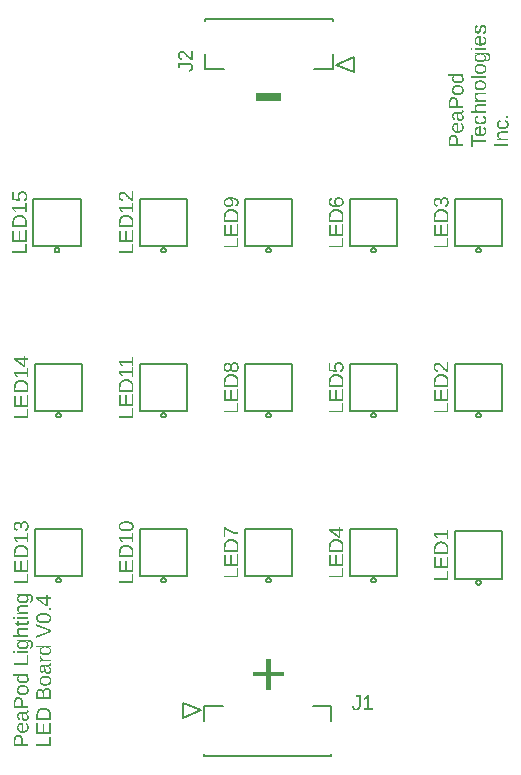
<source format=gbr>
G04 EAGLE Gerber RS-274X export*
G75*
%MOMM*%
%FSLAX34Y34*%
%LPD*%
%INSilkscreen Top*%
%IPPOS*%
%AMOC8*
5,1,8,0,0,1.08239X$1,22.5*%
G01*
G04 Define Apertures*
%ADD10C,0.127000*%
%ADD11C,0.152400*%
G36*
X31750Y66125D02*
X31738Y66565D01*
X31702Y66992D01*
X31643Y67406D01*
X31560Y67806D01*
X31452Y68194D01*
X31321Y68568D01*
X31167Y68930D01*
X30988Y69278D01*
X30787Y69610D01*
X30565Y69922D01*
X30322Y70215D01*
X30059Y70489D01*
X29774Y70743D01*
X29468Y70977D01*
X29142Y71193D01*
X28794Y71389D01*
X28429Y71563D01*
X28048Y71714D01*
X27653Y71842D01*
X27243Y71947D01*
X26818Y72028D01*
X26377Y72087D01*
X25923Y72121D01*
X25453Y72133D01*
X25095Y72126D01*
X24749Y72106D01*
X24412Y72073D01*
X24086Y72027D01*
X23770Y71967D01*
X23465Y71893D01*
X23170Y71807D01*
X22885Y71707D01*
X22611Y71594D01*
X22347Y71468D01*
X22094Y71328D01*
X21850Y71175D01*
X21618Y71008D01*
X21395Y70829D01*
X21183Y70636D01*
X20981Y70430D01*
X20791Y70211D01*
X20613Y69981D01*
X20447Y69740D01*
X20294Y69488D01*
X20152Y69225D01*
X20023Y68950D01*
X19907Y68665D01*
X19802Y68368D01*
X19710Y68060D01*
X19630Y67741D01*
X19563Y67410D01*
X19508Y67069D01*
X19465Y66716D01*
X19434Y66352D01*
X19415Y65977D01*
X19409Y65590D01*
X19409Y61509D01*
X31750Y61509D01*
X31750Y66125D01*
G37*
%LPC*%
G36*
X20749Y63182D02*
X20749Y65555D01*
X20768Y66133D01*
X20825Y66676D01*
X20919Y67184D01*
X21050Y67656D01*
X21220Y68094D01*
X21427Y68496D01*
X21671Y68863D01*
X21954Y69195D01*
X22272Y69489D01*
X22624Y69744D01*
X23010Y69960D01*
X23431Y70137D01*
X23885Y70275D01*
X24373Y70373D01*
X24896Y70432D01*
X25453Y70451D01*
X25827Y70443D01*
X26189Y70417D01*
X26539Y70374D01*
X26876Y70313D01*
X27200Y70236D01*
X27512Y70141D01*
X27811Y70029D01*
X28098Y69900D01*
X28370Y69754D01*
X28625Y69594D01*
X28865Y69419D01*
X29087Y69228D01*
X29294Y69023D01*
X29484Y68803D01*
X29657Y68569D01*
X29814Y68319D01*
X29954Y68056D01*
X30075Y67784D01*
X30177Y67501D01*
X30261Y67207D01*
X30326Y66904D01*
X30373Y66590D01*
X30401Y66266D01*
X30410Y65932D01*
X30410Y63182D01*
X20749Y63182D01*
G37*
%LPD*%
G36*
X31750Y84456D02*
X31736Y84976D01*
X31693Y85466D01*
X31621Y85927D01*
X31521Y86359D01*
X31393Y86762D01*
X31235Y87135D01*
X31049Y87479D01*
X30835Y87793D01*
X30595Y88075D01*
X30331Y88318D01*
X30045Y88525D01*
X29737Y88693D01*
X29405Y88825D01*
X29050Y88918D01*
X28673Y88975D01*
X28273Y88993D01*
X27971Y88981D01*
X27682Y88943D01*
X27406Y88881D01*
X27144Y88794D01*
X26895Y88682D01*
X26659Y88545D01*
X26437Y88383D01*
X26228Y88196D01*
X26124Y88083D01*
X26035Y87986D01*
X25862Y87756D01*
X25709Y87504D01*
X25576Y87231D01*
X25463Y86936D01*
X25370Y86621D01*
X25296Y86285D01*
X25242Y85928D01*
X25171Y86200D01*
X25085Y86457D01*
X24983Y86697D01*
X24866Y86922D01*
X24733Y87131D01*
X24586Y87324D01*
X24514Y87401D01*
X24422Y87501D01*
X24244Y87662D01*
X24052Y87806D01*
X23850Y87930D01*
X23636Y88036D01*
X23412Y88122D01*
X23177Y88189D01*
X22930Y88237D01*
X22673Y88265D01*
X22405Y88275D01*
X22042Y88258D01*
X21703Y88207D01*
X21387Y88122D01*
X21094Y88004D01*
X20825Y87851D01*
X20579Y87664D01*
X20357Y87444D01*
X20158Y87189D01*
X19983Y86901D01*
X19830Y86578D01*
X19702Y86222D01*
X19596Y85831D01*
X19515Y85407D01*
X19456Y84949D01*
X19421Y84457D01*
X19409Y83931D01*
X19409Y79446D01*
X31750Y79446D01*
X31750Y84456D01*
G37*
%LPC*%
G36*
X25961Y81119D02*
X25961Y84237D01*
X25969Y84609D01*
X25995Y84956D01*
X26037Y85279D01*
X26097Y85579D01*
X26174Y85854D01*
X26267Y86105D01*
X26378Y86333D01*
X26506Y86536D01*
X26651Y86716D01*
X26813Y86872D01*
X26991Y87003D01*
X27187Y87111D01*
X27400Y87195D01*
X27630Y87255D01*
X27877Y87291D01*
X28142Y87303D01*
X28415Y87292D01*
X28671Y87259D01*
X28910Y87204D01*
X29131Y87128D01*
X29335Y87029D01*
X29521Y86909D01*
X29690Y86766D01*
X29841Y86602D01*
X29974Y86414D01*
X30090Y86200D01*
X30188Y85960D01*
X30268Y85693D01*
X30330Y85401D01*
X30374Y85083D01*
X30401Y84739D01*
X30410Y84369D01*
X30410Y81119D01*
X25961Y81119D01*
G37*
G36*
X20749Y81119D02*
X20749Y83931D01*
X20756Y84245D01*
X20776Y84541D01*
X20810Y84817D01*
X20857Y85074D01*
X20917Y85312D01*
X20991Y85530D01*
X21078Y85730D01*
X21178Y85910D01*
X21295Y86070D01*
X21429Y86209D01*
X21580Y86327D01*
X21750Y86423D01*
X21937Y86497D01*
X22142Y86551D01*
X22365Y86583D01*
X22606Y86593D01*
X22858Y86583D01*
X23094Y86552D01*
X23312Y86500D01*
X23514Y86428D01*
X23699Y86335D01*
X23867Y86221D01*
X24018Y86087D01*
X24152Y85932D01*
X24270Y85756D01*
X24372Y85559D01*
X24459Y85341D01*
X24530Y85101D01*
X24585Y84840D01*
X24624Y84558D01*
X24648Y84255D01*
X24656Y83931D01*
X24656Y81119D01*
X20749Y81119D01*
G37*
%LPD*%
G36*
X26329Y143505D02*
X27037Y143555D01*
X27698Y143638D01*
X28312Y143755D01*
X28880Y143906D01*
X29402Y144089D01*
X29877Y144306D01*
X30305Y144557D01*
X30685Y144840D01*
X31014Y145157D01*
X31292Y145507D01*
X31520Y145890D01*
X31697Y146306D01*
X31824Y146756D01*
X31868Y146993D01*
X31900Y147238D01*
X31919Y147492D01*
X31925Y147754D01*
X31919Y148016D01*
X31900Y148269D01*
X31868Y148515D01*
X31823Y148753D01*
X31696Y149204D01*
X31518Y149622D01*
X31289Y150009D01*
X31009Y150362D01*
X30678Y150684D01*
X30296Y150972D01*
X29866Y151228D01*
X29390Y151449D01*
X28869Y151637D01*
X28301Y151790D01*
X27688Y151909D01*
X27030Y151995D01*
X26325Y152046D01*
X25575Y152063D01*
X24813Y152047D01*
X24099Y151998D01*
X23434Y151917D01*
X22816Y151803D01*
X22247Y151657D01*
X21726Y151479D01*
X21253Y151268D01*
X20828Y151025D01*
X20452Y150748D01*
X20127Y150435D01*
X19851Y150086D01*
X19626Y149701D01*
X19451Y149281D01*
X19382Y149058D01*
X19325Y148825D01*
X19282Y148584D01*
X19250Y148334D01*
X19232Y148074D01*
X19225Y147806D01*
X19232Y147531D01*
X19250Y147264D01*
X19281Y147008D01*
X19324Y146760D01*
X19380Y146522D01*
X19448Y146294D01*
X19622Y145865D01*
X19845Y145474D01*
X20117Y145120D01*
X20439Y144804D01*
X20811Y144526D01*
X21232Y144283D01*
X21703Y144072D01*
X22224Y143894D01*
X22794Y143748D01*
X23415Y143634D01*
X24085Y143553D01*
X24805Y143504D01*
X25575Y143488D01*
X26329Y143505D01*
G37*
%LPC*%
G36*
X24922Y145092D02*
X24317Y145122D01*
X23760Y145172D01*
X23250Y145241D01*
X22788Y145330D01*
X22373Y145439D01*
X22006Y145568D01*
X21686Y145717D01*
X21409Y145889D01*
X21169Y146086D01*
X20966Y146309D01*
X20800Y146557D01*
X20670Y146831D01*
X20578Y147130D01*
X20523Y147455D01*
X20504Y147806D01*
X20523Y148148D01*
X20579Y148466D01*
X20673Y148758D01*
X20804Y149025D01*
X20973Y149267D01*
X21179Y149484D01*
X21423Y149676D01*
X21704Y149843D01*
X22027Y149987D01*
X22396Y150113D01*
X22811Y150219D01*
X23272Y150306D01*
X23779Y150373D01*
X24332Y150421D01*
X24930Y150450D01*
X25575Y150460D01*
X26198Y150450D01*
X26780Y150419D01*
X27319Y150369D01*
X27817Y150298D01*
X28274Y150207D01*
X28689Y150095D01*
X29062Y149964D01*
X29394Y149812D01*
X29685Y149638D01*
X29938Y149441D01*
X30152Y149221D01*
X30327Y148978D01*
X30463Y148711D01*
X30560Y148421D01*
X30618Y148108D01*
X30638Y147771D01*
X30619Y147433D01*
X30562Y147118D01*
X30466Y146827D01*
X30333Y146559D01*
X30162Y146315D01*
X29953Y146095D01*
X29706Y145899D01*
X29420Y145726D01*
X29094Y145575D01*
X28723Y145444D01*
X28309Y145334D01*
X27850Y145243D01*
X27348Y145173D01*
X26801Y145122D01*
X26210Y145092D01*
X25575Y145082D01*
X24922Y145092D01*
G37*
%LPD*%
G36*
X8578Y121616D02*
X9136Y121654D01*
X9652Y121718D01*
X10127Y121808D01*
X10561Y121923D01*
X10953Y122064D01*
X11304Y122230D01*
X11614Y122422D01*
X11885Y122641D01*
X12120Y122889D01*
X12318Y123166D01*
X12481Y123472D01*
X12608Y123807D01*
X12698Y124170D01*
X12752Y124563D01*
X12770Y124984D01*
X12763Y125240D01*
X12741Y125489D01*
X12705Y125729D01*
X12655Y125961D01*
X12590Y126184D01*
X12511Y126400D01*
X12418Y126607D01*
X12310Y126806D01*
X12302Y126818D01*
X12188Y126995D01*
X12052Y127175D01*
X11902Y127344D01*
X11738Y127502D01*
X11559Y127650D01*
X11367Y127788D01*
X11160Y127915D01*
X10940Y128032D01*
X10940Y128050D01*
X12464Y128050D01*
X12798Y128040D01*
X13110Y128013D01*
X13401Y127967D01*
X13671Y127902D01*
X13918Y127819D01*
X14145Y127718D01*
X14350Y127599D01*
X14533Y127461D01*
X14694Y127304D01*
X14834Y127129D01*
X14953Y126936D01*
X15050Y126724D01*
X15125Y126494D01*
X15179Y126246D01*
X15210Y125994D01*
X15212Y125979D01*
X15222Y125693D01*
X15200Y125277D01*
X15134Y124902D01*
X15023Y124569D01*
X14868Y124279D01*
X14671Y124033D01*
X14437Y123836D01*
X14166Y123685D01*
X13856Y123583D01*
X14084Y121997D01*
X14356Y122073D01*
X14612Y122170D01*
X14853Y122287D01*
X15077Y122424D01*
X15285Y122582D01*
X15477Y122761D01*
X15653Y122960D01*
X15814Y123180D01*
X15956Y123420D01*
X16080Y123679D01*
X16185Y123958D01*
X16270Y124257D01*
X16337Y124576D01*
X16384Y124914D01*
X16413Y125272D01*
X16422Y125650D01*
X16407Y126130D01*
X16360Y126580D01*
X16282Y126998D01*
X16173Y127386D01*
X16032Y127742D01*
X15861Y128067D01*
X15658Y128362D01*
X15424Y128625D01*
X15159Y128858D01*
X14862Y129059D01*
X14535Y129230D01*
X14176Y129369D01*
X13786Y129478D01*
X13365Y129555D01*
X12912Y129602D01*
X12429Y129617D01*
X5185Y129617D01*
X3950Y129630D01*
X3523Y129647D01*
X3223Y129670D01*
X3223Y128172D01*
X3431Y128137D01*
X3933Y128102D01*
X4844Y128067D01*
X4844Y128050D01*
X4443Y127827D01*
X4091Y127562D01*
X3788Y127256D01*
X3534Y126907D01*
X3426Y126717D01*
X3333Y126520D01*
X3254Y126314D01*
X3189Y126100D01*
X3139Y125877D01*
X3103Y125646D01*
X3082Y125407D01*
X3074Y125159D01*
X3093Y124725D01*
X3149Y124319D01*
X3243Y123941D01*
X3373Y123593D01*
X3541Y123272D01*
X3747Y122981D01*
X3990Y122718D01*
X4270Y122483D01*
X4589Y122277D01*
X4950Y122098D01*
X5352Y121947D01*
X5795Y121823D01*
X6279Y121727D01*
X6805Y121658D01*
X7371Y121617D01*
X7979Y121603D01*
X8578Y121616D01*
G37*
%LPC*%
G36*
X7488Y123241D02*
X7049Y123267D01*
X6643Y123310D01*
X6271Y123370D01*
X5934Y123448D01*
X5630Y123543D01*
X5360Y123655D01*
X5124Y123784D01*
X4919Y123932D01*
X4741Y124101D01*
X4590Y124290D01*
X4467Y124500D01*
X4371Y124730D01*
X4303Y124981D01*
X4262Y125253D01*
X4248Y125545D01*
X4255Y125724D01*
X4276Y125898D01*
X4310Y126068D01*
X4359Y126233D01*
X4497Y126549D01*
X4690Y126845D01*
X4936Y127116D01*
X5231Y127354D01*
X5576Y127560D01*
X5969Y127734D01*
X6407Y127872D01*
X6885Y127971D01*
X7404Y128030D01*
X7962Y128050D01*
X8507Y128030D01*
X9014Y127971D01*
X9482Y127872D01*
X9910Y127734D01*
X10296Y127560D01*
X10634Y127353D01*
X10748Y127259D01*
X10925Y127113D01*
X11167Y126841D01*
X11359Y126541D01*
X11496Y126221D01*
X11544Y126053D01*
X11578Y125880D01*
X11598Y125702D01*
X11605Y125518D01*
X11592Y125217D01*
X11552Y124938D01*
X11486Y124682D01*
X11393Y124450D01*
X11273Y124240D01*
X11127Y124053D01*
X10955Y123890D01*
X10756Y123749D01*
X10526Y123628D01*
X10262Y123523D01*
X9964Y123434D01*
X9632Y123362D01*
X9266Y123305D01*
X8865Y123265D01*
X8431Y123240D01*
X7962Y123232D01*
X7488Y123241D01*
G37*
%LPD*%
G36*
X8578Y160522D02*
X9136Y160561D01*
X9652Y160625D01*
X10127Y160714D01*
X10561Y160829D01*
X10953Y160970D01*
X11304Y161136D01*
X11614Y161328D01*
X11885Y161548D01*
X12120Y161796D01*
X12318Y162073D01*
X12481Y162378D01*
X12608Y162713D01*
X12698Y163077D01*
X12752Y163469D01*
X12770Y163890D01*
X12763Y164147D01*
X12741Y164395D01*
X12705Y164635D01*
X12655Y164867D01*
X12590Y165090D01*
X12511Y165306D01*
X12418Y165513D01*
X12310Y165712D01*
X12302Y165725D01*
X12188Y165902D01*
X12052Y166081D01*
X11902Y166250D01*
X11738Y166408D01*
X11559Y166556D01*
X11367Y166694D01*
X11160Y166821D01*
X10940Y166938D01*
X10940Y166956D01*
X12464Y166956D01*
X12798Y166947D01*
X13110Y166919D01*
X13401Y166873D01*
X13671Y166809D01*
X13918Y166726D01*
X14145Y166624D01*
X14350Y166505D01*
X14533Y166367D01*
X14694Y166210D01*
X14834Y166035D01*
X14953Y165842D01*
X15050Y165630D01*
X15125Y165400D01*
X15179Y165152D01*
X15210Y164900D01*
X15212Y164885D01*
X15222Y164600D01*
X15200Y164183D01*
X15134Y163808D01*
X15023Y163476D01*
X14868Y163185D01*
X14671Y162940D01*
X14437Y162742D01*
X14166Y162592D01*
X13856Y162489D01*
X14084Y160904D01*
X14356Y160980D01*
X14612Y161076D01*
X14853Y161193D01*
X15077Y161331D01*
X15285Y161489D01*
X15477Y161667D01*
X15653Y161866D01*
X15814Y162086D01*
X15956Y162326D01*
X16080Y162585D01*
X16185Y162864D01*
X16270Y163163D01*
X16337Y163482D01*
X16384Y163820D01*
X16413Y164178D01*
X16422Y164556D01*
X16407Y165036D01*
X16360Y165486D01*
X16282Y165904D01*
X16173Y166292D01*
X16032Y166648D01*
X15861Y166974D01*
X15658Y167268D01*
X15424Y167532D01*
X15159Y167764D01*
X14862Y167966D01*
X14535Y168136D01*
X14176Y168276D01*
X13786Y168384D01*
X13365Y168462D01*
X12912Y168508D01*
X12429Y168524D01*
X5185Y168524D01*
X3950Y168537D01*
X3523Y168553D01*
X3223Y168576D01*
X3223Y167078D01*
X3431Y167043D01*
X3933Y167008D01*
X4844Y166973D01*
X4844Y166956D01*
X4443Y166733D01*
X4091Y166469D01*
X3788Y166162D01*
X3534Y165813D01*
X3426Y165624D01*
X3333Y165426D01*
X3254Y165220D01*
X3189Y165006D01*
X3139Y164783D01*
X3103Y164552D01*
X3082Y164313D01*
X3074Y164065D01*
X3093Y163631D01*
X3149Y163225D01*
X3243Y162848D01*
X3373Y162499D01*
X3541Y162179D01*
X3747Y161887D01*
X3990Y161624D01*
X4270Y161390D01*
X4589Y161183D01*
X4950Y161005D01*
X5352Y160853D01*
X5795Y160730D01*
X6279Y160633D01*
X6805Y160564D01*
X7371Y160523D01*
X7979Y160509D01*
X8578Y160522D01*
G37*
%LPC*%
G36*
X7488Y162147D02*
X7049Y162173D01*
X6643Y162216D01*
X6271Y162277D01*
X5934Y162354D01*
X5630Y162449D01*
X5360Y162561D01*
X5124Y162690D01*
X4919Y162839D01*
X4741Y163007D01*
X4590Y163197D01*
X4467Y163406D01*
X4371Y163637D01*
X4303Y163888D01*
X4262Y164159D01*
X4248Y164451D01*
X4255Y164630D01*
X4276Y164805D01*
X4310Y164974D01*
X4359Y165139D01*
X4497Y165455D01*
X4690Y165751D01*
X4936Y166022D01*
X5231Y166261D01*
X5576Y166467D01*
X5969Y166640D01*
X6407Y166778D01*
X6885Y166877D01*
X7404Y166936D01*
X7962Y166956D01*
X8507Y166936D01*
X9014Y166877D01*
X9482Y166778D01*
X9910Y166640D01*
X10296Y166466D01*
X10634Y166259D01*
X10748Y166165D01*
X10925Y166020D01*
X11167Y165747D01*
X11359Y165448D01*
X11496Y165127D01*
X11544Y164960D01*
X11578Y164786D01*
X11598Y164608D01*
X11605Y164425D01*
X11592Y164123D01*
X11552Y163844D01*
X11486Y163589D01*
X11393Y163356D01*
X11273Y163146D01*
X11127Y162960D01*
X10955Y162796D01*
X10756Y162655D01*
X10526Y162534D01*
X10262Y162429D01*
X9964Y162340D01*
X9632Y162268D01*
X9266Y162211D01*
X8865Y162171D01*
X8431Y162147D01*
X7962Y162139D01*
X7488Y162147D01*
G37*
%LPD*%
G36*
X8599Y92710D02*
X9154Y92750D01*
X9670Y92816D01*
X10147Y92908D01*
X10585Y93027D01*
X10984Y93172D01*
X11345Y93344D01*
X11667Y93542D01*
X11950Y93768D01*
X12195Y94024D01*
X12403Y94310D01*
X12573Y94625D01*
X12705Y94970D01*
X12800Y95345D01*
X12856Y95749D01*
X12875Y96183D01*
X12869Y96445D01*
X12851Y96696D01*
X12820Y96936D01*
X12777Y97165D01*
X12721Y97383D01*
X12654Y97591D01*
X12573Y97788D01*
X12481Y97974D01*
X12374Y98150D01*
X12252Y98318D01*
X12113Y98476D01*
X11958Y98625D01*
X11787Y98766D01*
X11599Y98898D01*
X11176Y99135D01*
X11176Y99170D01*
X11579Y99177D01*
X12052Y99200D01*
X12468Y99230D01*
X12700Y99257D01*
X12700Y100764D01*
X12401Y100741D01*
X11975Y100724D01*
X10747Y100711D01*
X-298Y100711D01*
X-298Y99135D01*
X3635Y99135D01*
X4695Y99152D01*
X4695Y99135D01*
X4295Y98898D01*
X3952Y98627D01*
X3803Y98478D01*
X3668Y98320D01*
X3548Y98154D01*
X3442Y97978D01*
X3350Y97793D01*
X3270Y97597D01*
X3202Y97389D01*
X3147Y97170D01*
X3104Y96940D01*
X3073Y96699D01*
X3054Y96447D01*
X3048Y96183D01*
X3067Y95761D01*
X3126Y95366D01*
X3222Y94998D01*
X3358Y94658D01*
X3532Y94345D01*
X3745Y94059D01*
X3997Y93800D01*
X4287Y93568D01*
X4617Y93364D01*
X4985Y93187D01*
X5391Y93037D01*
X5837Y92915D01*
X6321Y92820D01*
X6844Y92751D01*
X7405Y92711D01*
X8005Y92697D01*
X8599Y92710D01*
G37*
%LPC*%
G36*
X7475Y94361D02*
X7032Y94385D01*
X6623Y94427D01*
X6248Y94485D01*
X5908Y94559D01*
X5602Y94650D01*
X5330Y94758D01*
X5093Y94882D01*
X4887Y95025D01*
X4708Y95189D01*
X4557Y95373D01*
X4433Y95577D01*
X4337Y95803D01*
X4268Y96049D01*
X4227Y96316D01*
X4213Y96603D01*
X4227Y96923D01*
X4268Y97220D01*
X4336Y97494D01*
X4432Y97746D01*
X4555Y97976D01*
X4706Y98183D01*
X4884Y98368D01*
X5089Y98530D01*
X5324Y98672D01*
X5590Y98795D01*
X5887Y98898D01*
X6217Y98983D01*
X6577Y99050D01*
X6969Y99097D01*
X7393Y99125D01*
X7848Y99135D01*
X8320Y99125D01*
X8760Y99097D01*
X9169Y99050D01*
X9545Y98983D01*
X9889Y98898D01*
X10201Y98795D01*
X10481Y98672D01*
X10729Y98530D01*
X10756Y98511D01*
X10947Y98368D01*
X11136Y98182D01*
X11295Y97973D01*
X11426Y97742D01*
X11527Y97487D01*
X11600Y97210D01*
X11643Y96909D01*
X11658Y96586D01*
X11644Y96300D01*
X11604Y96036D01*
X11537Y95791D01*
X11443Y95568D01*
X11322Y95364D01*
X11175Y95182D01*
X11001Y95020D01*
X10799Y94878D01*
X10567Y94755D01*
X10300Y94648D01*
X9997Y94558D01*
X9659Y94484D01*
X9285Y94426D01*
X8876Y94385D01*
X8432Y94361D01*
X7953Y94352D01*
X7475Y94361D01*
G37*
%LPD*%
G36*
X27649Y116616D02*
X28204Y116656D01*
X28720Y116722D01*
X29197Y116815D01*
X29635Y116933D01*
X30034Y117079D01*
X30395Y117250D01*
X30717Y117448D01*
X31000Y117675D01*
X31245Y117930D01*
X31453Y118216D01*
X31623Y118531D01*
X31755Y118876D01*
X31850Y119251D01*
X31906Y119655D01*
X31925Y120089D01*
X31919Y120351D01*
X31901Y120602D01*
X31870Y120842D01*
X31827Y121071D01*
X31771Y121290D01*
X31704Y121497D01*
X31623Y121694D01*
X31531Y121880D01*
X31424Y122056D01*
X31302Y122224D01*
X31163Y122382D01*
X31008Y122532D01*
X30837Y122672D01*
X30649Y122804D01*
X30226Y123041D01*
X30226Y123076D01*
X30629Y123083D01*
X31102Y123106D01*
X31518Y123136D01*
X31750Y123163D01*
X31750Y124670D01*
X31451Y124647D01*
X31025Y124630D01*
X29797Y124617D01*
X18752Y124617D01*
X18752Y123041D01*
X22685Y123041D01*
X23745Y123058D01*
X23745Y123041D01*
X23345Y122804D01*
X23002Y122533D01*
X22853Y122384D01*
X22718Y122226D01*
X22598Y122060D01*
X22492Y121885D01*
X22400Y121699D01*
X22320Y121503D01*
X22252Y121295D01*
X22197Y121077D01*
X22154Y120847D01*
X22123Y120605D01*
X22104Y120353D01*
X22098Y120089D01*
X22117Y119667D01*
X22176Y119272D01*
X22272Y118904D01*
X22408Y118564D01*
X22582Y118251D01*
X22795Y117965D01*
X23047Y117706D01*
X23337Y117475D01*
X23667Y117270D01*
X24035Y117093D01*
X24441Y116944D01*
X24887Y116821D01*
X25371Y116726D01*
X25894Y116658D01*
X26455Y116617D01*
X27055Y116603D01*
X27649Y116616D01*
G37*
%LPC*%
G36*
X26525Y118267D02*
X26082Y118292D01*
X25673Y118333D01*
X25298Y118391D01*
X24958Y118466D01*
X24652Y118557D01*
X24380Y118664D01*
X24143Y118788D01*
X23937Y118931D01*
X23758Y119095D01*
X23607Y119279D01*
X23483Y119484D01*
X23387Y119709D01*
X23318Y119955D01*
X23277Y120222D01*
X23263Y120510D01*
X23277Y120829D01*
X23318Y121126D01*
X23386Y121400D01*
X23482Y121653D01*
X23605Y121882D01*
X23756Y122089D01*
X23934Y122274D01*
X24139Y122436D01*
X24374Y122578D01*
X24640Y122701D01*
X24937Y122805D01*
X25267Y122890D01*
X25627Y122956D01*
X26019Y123003D01*
X26443Y123031D01*
X26898Y123041D01*
X27370Y123031D01*
X27810Y123003D01*
X28219Y122956D01*
X28595Y122890D01*
X28939Y122805D01*
X29251Y122701D01*
X29531Y122578D01*
X29779Y122436D01*
X29806Y122417D01*
X29997Y122274D01*
X30186Y122088D01*
X30345Y121880D01*
X30476Y121648D01*
X30577Y121394D01*
X30650Y121116D01*
X30693Y120816D01*
X30708Y120492D01*
X30694Y120207D01*
X30654Y119942D01*
X30587Y119698D01*
X30493Y119474D01*
X30372Y119271D01*
X30225Y119088D01*
X30051Y118926D01*
X29849Y118784D01*
X29617Y118661D01*
X29350Y118554D01*
X29047Y118464D01*
X28709Y118390D01*
X28335Y118333D01*
X27926Y118291D01*
X27482Y118267D01*
X27003Y118259D01*
X26525Y118267D01*
G37*
%LPD*%
G36*
X12700Y41244D02*
X7892Y41244D01*
X7892Y44870D01*
X7875Y45348D01*
X7827Y45800D01*
X7746Y46227D01*
X7633Y46628D01*
X7488Y47003D01*
X7310Y47353D01*
X7100Y47677D01*
X6858Y47975D01*
X6588Y48243D01*
X6296Y48475D01*
X5982Y48672D01*
X5645Y48833D01*
X5286Y48958D01*
X4904Y49047D01*
X4500Y49100D01*
X4073Y49118D01*
X3643Y49100D01*
X3238Y49047D01*
X2858Y48958D01*
X2503Y48834D01*
X2173Y48673D01*
X1867Y48478D01*
X1587Y48247D01*
X1331Y47980D01*
X1104Y47680D01*
X906Y47352D01*
X739Y46994D01*
X602Y46607D01*
X496Y46190D01*
X420Y45745D01*
X374Y45270D01*
X359Y44765D01*
X359Y39571D01*
X12700Y39571D01*
X12700Y41244D01*
G37*
%LPC*%
G36*
X1699Y41244D02*
X1699Y44564D01*
X1709Y44912D01*
X1737Y45237D01*
X1783Y45540D01*
X1849Y45821D01*
X1933Y46079D01*
X2036Y46314D01*
X2157Y46528D01*
X2297Y46718D01*
X2456Y46887D01*
X2633Y47033D01*
X2829Y47156D01*
X3044Y47257D01*
X3278Y47336D01*
X3530Y47392D01*
X3801Y47425D01*
X4090Y47437D01*
X4391Y47426D01*
X4671Y47393D01*
X4933Y47338D01*
X5175Y47261D01*
X5397Y47163D01*
X5601Y47042D01*
X5785Y46900D01*
X5949Y46736D01*
X6095Y46550D01*
X6220Y46342D01*
X6327Y46112D01*
X6414Y45860D01*
X6482Y45586D01*
X6530Y45291D01*
X6559Y44973D01*
X6569Y44634D01*
X6569Y41244D01*
X1699Y41244D01*
G37*
%LPD*%
G36*
X12700Y73151D02*
X7892Y73151D01*
X7892Y76777D01*
X7875Y77254D01*
X7827Y77706D01*
X7746Y78133D01*
X7633Y78534D01*
X7488Y78909D01*
X7310Y79259D01*
X7100Y79583D01*
X6858Y79882D01*
X6588Y80149D01*
X6296Y80382D01*
X5982Y80578D01*
X5645Y80739D01*
X5286Y80864D01*
X4904Y80953D01*
X4500Y81007D01*
X4073Y81024D01*
X3643Y81007D01*
X3238Y80953D01*
X2858Y80864D01*
X2503Y80740D01*
X2173Y80580D01*
X1867Y80384D01*
X1587Y80153D01*
X1331Y79886D01*
X1104Y79587D01*
X906Y79258D01*
X739Y78900D01*
X602Y78513D01*
X496Y78097D01*
X420Y77651D01*
X374Y77176D01*
X359Y76672D01*
X359Y71478D01*
X12700Y71478D01*
X12700Y73151D01*
G37*
%LPC*%
G36*
X1699Y73151D02*
X1699Y76470D01*
X1709Y76818D01*
X1737Y77143D01*
X1783Y77446D01*
X1849Y77727D01*
X1933Y77985D01*
X2036Y78221D01*
X2157Y78434D01*
X2297Y78625D01*
X2456Y78793D01*
X2633Y78939D01*
X2829Y79062D01*
X3044Y79163D01*
X3278Y79242D01*
X3530Y79298D01*
X3801Y79332D01*
X4090Y79343D01*
X4391Y79332D01*
X4671Y79299D01*
X4933Y79244D01*
X5175Y79168D01*
X5397Y79069D01*
X5601Y78949D01*
X5785Y78806D01*
X5949Y78642D01*
X6095Y78456D01*
X6220Y78248D01*
X6327Y78018D01*
X6414Y77766D01*
X6482Y77493D01*
X6530Y77197D01*
X6559Y76880D01*
X6569Y76540D01*
X6569Y73151D01*
X1699Y73151D01*
G37*
%LPD*%
G36*
X8533Y82745D02*
X9078Y82794D01*
X9588Y82877D01*
X10063Y82993D01*
X10502Y83142D01*
X10906Y83324D01*
X11276Y83540D01*
X11610Y83788D01*
X11906Y84069D01*
X12163Y84381D01*
X12381Y84726D01*
X12559Y85102D01*
X12697Y85510D01*
X12796Y85949D01*
X12855Y86421D01*
X12875Y86924D01*
X12856Y87429D01*
X12799Y87904D01*
X12704Y88348D01*
X12571Y88761D01*
X12400Y89143D01*
X12190Y89494D01*
X11943Y89814D01*
X11658Y90103D01*
X11334Y90360D01*
X10970Y90582D01*
X10566Y90770D01*
X10123Y90924D01*
X9640Y91044D01*
X9117Y91129D01*
X8555Y91181D01*
X7953Y91198D01*
X7345Y91182D01*
X6778Y91134D01*
X6253Y91054D01*
X5769Y90942D01*
X5326Y90797D01*
X4924Y90621D01*
X4563Y90413D01*
X4244Y90173D01*
X3963Y89899D01*
X3721Y89589D01*
X3515Y89243D01*
X3347Y88861D01*
X3216Y88444D01*
X3123Y87990D01*
X3067Y87501D01*
X3048Y86976D01*
X3067Y86462D01*
X3125Y85981D01*
X3221Y85533D01*
X3355Y85118D01*
X3527Y84736D01*
X3738Y84388D01*
X3987Y84072D01*
X4274Y83790D01*
X4600Y83541D01*
X4964Y83326D01*
X5366Y83143D01*
X5807Y82994D01*
X6286Y82878D01*
X6803Y82795D01*
X7359Y82745D01*
X7953Y82728D01*
X8533Y82745D01*
G37*
%LPC*%
G36*
X7487Y84393D02*
X7053Y84422D01*
X6651Y84470D01*
X6281Y84538D01*
X5943Y84625D01*
X5637Y84731D01*
X5362Y84856D01*
X5120Y85001D01*
X4907Y85167D01*
X4723Y85358D01*
X4567Y85572D01*
X4440Y85810D01*
X4340Y86072D01*
X4270Y86358D01*
X4227Y86668D01*
X4213Y87002D01*
X4227Y87334D01*
X4269Y87640D01*
X4338Y87922D01*
X4435Y88179D01*
X4560Y88412D01*
X4713Y88619D01*
X4894Y88802D01*
X5102Y88960D01*
X5341Y89096D01*
X5614Y89215D01*
X5920Y89315D01*
X6259Y89397D01*
X6632Y89460D01*
X7039Y89506D01*
X7479Y89533D01*
X7953Y89542D01*
X8421Y89533D01*
X8857Y89504D01*
X9261Y89457D01*
X9632Y89390D01*
X9972Y89305D01*
X10280Y89200D01*
X10556Y89076D01*
X10799Y88934D01*
X11013Y88769D01*
X11198Y88579D01*
X11354Y88363D01*
X11483Y88122D01*
X11582Y87856D01*
X11653Y87565D01*
X11696Y87248D01*
X11710Y86906D01*
X11696Y86591D01*
X11651Y86297D01*
X11578Y86025D01*
X11475Y85775D01*
X11343Y85547D01*
X11181Y85340D01*
X10989Y85155D01*
X10769Y84992D01*
X10519Y84850D01*
X10240Y84726D01*
X9931Y84621D01*
X9594Y84536D01*
X9227Y84469D01*
X8832Y84422D01*
X8407Y84393D01*
X7953Y84384D01*
X7487Y84393D01*
G37*
%LPD*%
G36*
X27583Y90682D02*
X28128Y90732D01*
X28638Y90815D01*
X29113Y90931D01*
X29552Y91080D01*
X29956Y91262D01*
X30326Y91477D01*
X30660Y91726D01*
X30956Y92006D01*
X31213Y92319D01*
X31431Y92663D01*
X31609Y93039D01*
X31747Y93447D01*
X31846Y93887D01*
X31905Y94358D01*
X31925Y94861D01*
X31906Y95367D01*
X31849Y95841D01*
X31754Y96285D01*
X31621Y96698D01*
X31450Y97080D01*
X31240Y97431D01*
X30993Y97751D01*
X30708Y98040D01*
X30384Y98297D01*
X30020Y98519D01*
X29616Y98708D01*
X29173Y98862D01*
X28690Y98981D01*
X28167Y99067D01*
X27605Y99118D01*
X27003Y99135D01*
X26395Y99119D01*
X25828Y99071D01*
X25303Y98991D01*
X24819Y98879D01*
X24376Y98735D01*
X23974Y98559D01*
X23613Y98351D01*
X23294Y98110D01*
X23013Y97836D01*
X22771Y97526D01*
X22565Y97181D01*
X22397Y96799D01*
X22266Y96381D01*
X22173Y95928D01*
X22117Y95439D01*
X22098Y94914D01*
X22117Y94399D01*
X22175Y93918D01*
X22271Y93470D01*
X22405Y93055D01*
X22577Y92674D01*
X22788Y92325D01*
X23037Y92010D01*
X23324Y91728D01*
X23650Y91479D01*
X24014Y91263D01*
X24416Y91081D01*
X24857Y90931D01*
X25336Y90815D01*
X25853Y90732D01*
X26409Y90682D01*
X27003Y90666D01*
X27583Y90682D01*
G37*
%LPC*%
G36*
X26537Y92331D02*
X26103Y92360D01*
X25701Y92408D01*
X25331Y92475D01*
X24993Y92562D01*
X24687Y92668D01*
X24412Y92794D01*
X24170Y92939D01*
X23957Y93105D01*
X23773Y93295D01*
X23617Y93509D01*
X23490Y93748D01*
X23390Y94010D01*
X23320Y94296D01*
X23277Y94606D01*
X23263Y94940D01*
X23277Y95271D01*
X23319Y95578D01*
X23388Y95860D01*
X23485Y96117D01*
X23610Y96349D01*
X23763Y96557D01*
X23944Y96739D01*
X24152Y96897D01*
X24391Y97034D01*
X24664Y97152D01*
X24970Y97252D01*
X25309Y97334D01*
X25682Y97398D01*
X26089Y97443D01*
X26529Y97471D01*
X27003Y97480D01*
X27471Y97470D01*
X27907Y97442D01*
X28311Y97394D01*
X28682Y97328D01*
X29022Y97242D01*
X29330Y97137D01*
X29606Y97014D01*
X29849Y96871D01*
X30063Y96706D01*
X30248Y96516D01*
X30404Y96301D01*
X30533Y96060D01*
X30632Y95794D01*
X30703Y95502D01*
X30746Y95186D01*
X30760Y94844D01*
X30746Y94528D01*
X30701Y94235D01*
X30628Y93963D01*
X30525Y93713D01*
X30393Y93484D01*
X30231Y93278D01*
X30039Y93093D01*
X29819Y92930D01*
X29569Y92787D01*
X29290Y92664D01*
X28981Y92559D01*
X28644Y92473D01*
X28277Y92407D01*
X27882Y92359D01*
X27457Y92331D01*
X27003Y92321D01*
X26537Y92331D01*
G37*
%LPD*%
G36*
X10375Y60811D02*
X10677Y60844D01*
X10961Y60900D01*
X11229Y60979D01*
X11478Y61080D01*
X11710Y61203D01*
X11925Y61349D01*
X12122Y61518D01*
X12299Y61708D01*
X12452Y61921D01*
X12581Y62156D01*
X12687Y62413D01*
X12769Y62693D01*
X12828Y62994D01*
X12863Y63318D01*
X12875Y63664D01*
X12868Y63945D01*
X12847Y64216D01*
X12812Y64475D01*
X12762Y64724D01*
X12699Y64963D01*
X12621Y65190D01*
X12530Y65407D01*
X12424Y65612D01*
X12301Y65810D01*
X12159Y66001D01*
X11997Y66186D01*
X11814Y66364D01*
X11612Y66537D01*
X11390Y66704D01*
X10887Y67018D01*
X10887Y67071D01*
X11345Y67119D01*
X11549Y67159D01*
X11738Y67210D01*
X11910Y67271D01*
X12065Y67344D01*
X12205Y67427D01*
X12328Y67522D01*
X12436Y67629D01*
X12529Y67751D01*
X12608Y67888D01*
X12673Y68040D01*
X12723Y68206D01*
X12759Y68388D01*
X12780Y68585D01*
X12788Y68796D01*
X12779Y69105D01*
X12753Y69411D01*
X12709Y69714D01*
X12647Y70013D01*
X11667Y70013D01*
X11713Y69740D01*
X11728Y69497D01*
X11706Y69259D01*
X11639Y69063D01*
X11528Y68909D01*
X11373Y68796D01*
X11174Y68716D01*
X10932Y68658D01*
X10646Y68624D01*
X10318Y68612D01*
X6236Y68612D01*
X5860Y68598D01*
X5507Y68556D01*
X5176Y68485D01*
X4869Y68387D01*
X4584Y68260D01*
X4322Y68105D01*
X4083Y67921D01*
X3867Y67710D01*
X3675Y67471D01*
X3509Y67204D01*
X3368Y66909D01*
X3253Y66587D01*
X3163Y66237D01*
X3099Y65859D01*
X3061Y65454D01*
X3048Y65021D01*
X3058Y64608D01*
X3088Y64218D01*
X3138Y63852D01*
X3208Y63509D01*
X3298Y63190D01*
X3408Y62894D01*
X3538Y62621D01*
X3687Y62372D01*
X3857Y62146D01*
X4047Y61943D01*
X4257Y61764D01*
X4487Y61609D01*
X4736Y61476D01*
X5006Y61367D01*
X5296Y61282D01*
X5606Y61220D01*
X5755Y62867D01*
X5564Y62897D01*
X5387Y62939D01*
X5224Y62993D01*
X5074Y63059D01*
X4937Y63137D01*
X4814Y63228D01*
X4704Y63330D01*
X4607Y63445D01*
X4523Y63574D01*
X4450Y63722D01*
X4388Y63887D01*
X4338Y64071D01*
X4299Y64273D01*
X4270Y64492D01*
X4248Y64986D01*
X4256Y65240D01*
X4279Y65477D01*
X4318Y65696D01*
X4373Y65897D01*
X4443Y66081D01*
X4529Y66247D01*
X4630Y66396D01*
X4747Y66528D01*
X4882Y66643D01*
X5038Y66742D01*
X5214Y66826D01*
X5411Y66895D01*
X5628Y66949D01*
X5866Y66987D01*
X6124Y67010D01*
X6403Y67018D01*
X6919Y67018D01*
X6954Y64890D01*
X6979Y64370D01*
X7027Y63887D01*
X7097Y63441D01*
X7191Y63032D01*
X7308Y62660D01*
X7447Y62325D01*
X7610Y62028D01*
X7795Y61767D01*
X8003Y61540D01*
X8232Y61344D01*
X8483Y61178D01*
X8754Y61041D01*
X9047Y60936D01*
X9362Y60860D01*
X9698Y60815D01*
X10055Y60799D01*
X10375Y60811D01*
G37*
%LPC*%
G36*
X9743Y62439D02*
X9440Y62496D01*
X9170Y62592D01*
X8934Y62726D01*
X8729Y62896D01*
X8553Y63100D01*
X8405Y63336D01*
X8286Y63607D01*
X8193Y63927D01*
X8124Y64315D01*
X8079Y64770D01*
X8058Y65293D01*
X8023Y67018D01*
X8802Y67018D01*
X9163Y66994D01*
X9520Y66921D01*
X9871Y66799D01*
X10217Y66628D01*
X10542Y66416D01*
X10831Y66167D01*
X11083Y65884D01*
X11299Y65564D01*
X11471Y65215D01*
X11594Y64842D01*
X11668Y64444D01*
X11687Y64236D01*
X11693Y64023D01*
X11686Y63835D01*
X11667Y63659D01*
X11634Y63494D01*
X11588Y63341D01*
X11529Y63198D01*
X11456Y63066D01*
X11371Y62945D01*
X11272Y62836D01*
X11162Y62738D01*
X11040Y62654D01*
X10908Y62582D01*
X10764Y62524D01*
X10610Y62478D01*
X10445Y62446D01*
X10268Y62426D01*
X10081Y62420D01*
X9743Y62439D01*
G37*
%LPD*%
G36*
X29425Y100686D02*
X29727Y100719D01*
X30011Y100775D01*
X30279Y100854D01*
X30528Y100955D01*
X30760Y101078D01*
X30975Y101224D01*
X31172Y101393D01*
X31349Y101583D01*
X31502Y101796D01*
X31631Y102031D01*
X31737Y102288D01*
X31819Y102568D01*
X31878Y102869D01*
X31913Y103193D01*
X31925Y103539D01*
X31918Y103820D01*
X31897Y104091D01*
X31862Y104350D01*
X31812Y104599D01*
X31749Y104838D01*
X31671Y105065D01*
X31580Y105282D01*
X31474Y105487D01*
X31351Y105685D01*
X31209Y105876D01*
X31047Y106061D01*
X30864Y106239D01*
X30662Y106412D01*
X30440Y106579D01*
X29937Y106893D01*
X29937Y106946D01*
X30395Y106994D01*
X30599Y107034D01*
X30788Y107085D01*
X30960Y107146D01*
X31115Y107219D01*
X31255Y107302D01*
X31378Y107397D01*
X31486Y107504D01*
X31579Y107626D01*
X31658Y107763D01*
X31723Y107915D01*
X31773Y108081D01*
X31809Y108263D01*
X31830Y108460D01*
X31838Y108671D01*
X31829Y108980D01*
X31803Y109286D01*
X31759Y109589D01*
X31697Y109888D01*
X30717Y109888D01*
X30763Y109615D01*
X30778Y109372D01*
X30756Y109134D01*
X30689Y108938D01*
X30578Y108784D01*
X30423Y108671D01*
X30224Y108591D01*
X29982Y108533D01*
X29696Y108499D01*
X29368Y108487D01*
X25286Y108487D01*
X24910Y108473D01*
X24557Y108431D01*
X24226Y108360D01*
X23919Y108262D01*
X23634Y108135D01*
X23372Y107980D01*
X23133Y107796D01*
X22917Y107585D01*
X22725Y107346D01*
X22559Y107079D01*
X22418Y106784D01*
X22303Y106462D01*
X22213Y106112D01*
X22149Y105734D01*
X22111Y105329D01*
X22098Y104896D01*
X22108Y104483D01*
X22138Y104093D01*
X22188Y103727D01*
X22258Y103384D01*
X22348Y103065D01*
X22458Y102769D01*
X22588Y102496D01*
X22737Y102247D01*
X22907Y102021D01*
X23097Y101818D01*
X23307Y101639D01*
X23537Y101484D01*
X23786Y101351D01*
X24056Y101242D01*
X24346Y101157D01*
X24656Y101095D01*
X24805Y102742D01*
X24614Y102772D01*
X24437Y102814D01*
X24274Y102868D01*
X24124Y102934D01*
X23987Y103012D01*
X23864Y103103D01*
X23754Y103205D01*
X23657Y103320D01*
X23573Y103449D01*
X23500Y103597D01*
X23438Y103762D01*
X23388Y103946D01*
X23349Y104148D01*
X23320Y104367D01*
X23298Y104861D01*
X23306Y105115D01*
X23329Y105352D01*
X23368Y105571D01*
X23423Y105772D01*
X23493Y105956D01*
X23579Y106122D01*
X23680Y106271D01*
X23797Y106403D01*
X23932Y106518D01*
X24088Y106617D01*
X24264Y106701D01*
X24461Y106770D01*
X24678Y106824D01*
X24916Y106862D01*
X25174Y106885D01*
X25453Y106893D01*
X25969Y106893D01*
X26004Y104765D01*
X26029Y104245D01*
X26077Y103762D01*
X26147Y103316D01*
X26241Y102907D01*
X26358Y102535D01*
X26497Y102200D01*
X26660Y101903D01*
X26845Y101642D01*
X27053Y101415D01*
X27282Y101219D01*
X27533Y101053D01*
X27804Y100916D01*
X28097Y100811D01*
X28412Y100735D01*
X28748Y100690D01*
X29105Y100674D01*
X29425Y100686D01*
G37*
%LPC*%
G36*
X28793Y102314D02*
X28490Y102371D01*
X28220Y102467D01*
X27984Y102601D01*
X27779Y102771D01*
X27603Y102975D01*
X27455Y103211D01*
X27336Y103482D01*
X27243Y103802D01*
X27174Y104190D01*
X27129Y104645D01*
X27108Y105168D01*
X27073Y106893D01*
X27852Y106893D01*
X28213Y106869D01*
X28570Y106796D01*
X28921Y106674D01*
X29267Y106503D01*
X29592Y106291D01*
X29881Y106042D01*
X30133Y105759D01*
X30349Y105439D01*
X30521Y105090D01*
X30644Y104717D01*
X30718Y104319D01*
X30737Y104111D01*
X30743Y103898D01*
X30736Y103710D01*
X30717Y103534D01*
X30684Y103369D01*
X30638Y103216D01*
X30579Y103073D01*
X30506Y102941D01*
X30421Y102820D01*
X30322Y102711D01*
X30212Y102613D01*
X30090Y102529D01*
X29958Y102457D01*
X29814Y102399D01*
X29660Y102353D01*
X29495Y102321D01*
X29318Y102301D01*
X29131Y102295D01*
X28793Y102314D01*
G37*
%LPD*%
G36*
X28956Y163952D02*
X31750Y163952D01*
X31750Y165441D01*
X28956Y165441D01*
X28956Y167175D01*
X27712Y167175D01*
X27712Y165441D01*
X19409Y165441D01*
X19409Y163786D01*
X27730Y158137D01*
X28956Y158137D01*
X28956Y163952D01*
G37*
%LPC*%
G36*
X27537Y159731D02*
X26889Y160204D01*
X22229Y163366D01*
X21651Y163707D01*
X21187Y163952D01*
X27712Y163952D01*
X27712Y159591D01*
X27537Y159731D01*
G37*
%LPD*%
G36*
X31750Y59262D02*
X30384Y59262D01*
X30384Y51213D01*
X26083Y51213D01*
X26083Y58378D01*
X24734Y58378D01*
X24734Y51213D01*
X20776Y51213D01*
X20776Y58903D01*
X19409Y58903D01*
X19409Y49540D01*
X31750Y49540D01*
X31750Y59262D01*
G37*
G36*
X8499Y50817D02*
X9059Y50868D01*
X9582Y50954D01*
X10066Y51074D01*
X10512Y51229D01*
X10920Y51418D01*
X11291Y51641D01*
X11623Y51899D01*
X11916Y52189D01*
X12171Y52511D01*
X12386Y52864D01*
X12562Y53249D01*
X12699Y53664D01*
X12797Y54112D01*
X12856Y54590D01*
X12875Y55100D01*
X12866Y55468D01*
X12840Y55819D01*
X12796Y56154D01*
X12735Y56471D01*
X12656Y56772D01*
X12560Y57055D01*
X12446Y57322D01*
X12315Y57572D01*
X12166Y57805D01*
X11999Y58021D01*
X11815Y58220D01*
X11614Y58402D01*
X11395Y58568D01*
X11159Y58716D01*
X10905Y58848D01*
X10633Y58962D01*
X10239Y57579D01*
X10541Y57444D01*
X10815Y57260D01*
X11062Y57026D01*
X11281Y56742D01*
X11378Y56581D01*
X11461Y56408D01*
X11532Y56222D01*
X11590Y56023D01*
X11635Y55811D01*
X11667Y55587D01*
X11686Y55350D01*
X11693Y55100D01*
X11679Y54786D01*
X11638Y54491D01*
X11568Y54215D01*
X11472Y53959D01*
X11347Y53723D01*
X11195Y53505D01*
X11016Y53308D01*
X10808Y53129D01*
X10575Y52971D01*
X10319Y52834D01*
X10040Y52718D01*
X9737Y52623D01*
X9412Y52550D01*
X9062Y52497D01*
X8690Y52465D01*
X8294Y52455D01*
X8294Y59216D01*
X8084Y59216D01*
X7474Y59200D01*
X6904Y59151D01*
X6373Y59070D01*
X5881Y58955D01*
X5428Y58808D01*
X5015Y58629D01*
X4642Y58417D01*
X4307Y58172D01*
X4012Y57895D01*
X3756Y57584D01*
X3540Y57242D01*
X3363Y56866D01*
X3225Y56458D01*
X3127Y56018D01*
X3068Y55545D01*
X3048Y55039D01*
X3068Y54543D01*
X3126Y54077D01*
X3224Y53640D01*
X3361Y53233D01*
X3537Y52855D01*
X3753Y52507D01*
X4007Y52188D01*
X4301Y51899D01*
X4631Y51641D01*
X4995Y51418D01*
X5394Y51229D01*
X5827Y51074D01*
X6294Y50954D01*
X6795Y50868D01*
X7331Y50817D01*
X7900Y50799D01*
X8499Y50817D01*
G37*
%LPC*%
G36*
X6760Y52495D02*
X6452Y52537D01*
X6161Y52599D01*
X5889Y52679D01*
X5635Y52779D01*
X5398Y52899D01*
X5180Y53037D01*
X4979Y53195D01*
X4800Y53370D01*
X4644Y53560D01*
X4512Y53765D01*
X4405Y53984D01*
X4321Y54219D01*
X4261Y54469D01*
X4225Y54733D01*
X4213Y55012D01*
X4224Y55299D01*
X4256Y55569D01*
X4310Y55822D01*
X4385Y56057D01*
X4482Y56275D01*
X4600Y56476D01*
X4739Y56659D01*
X4901Y56825D01*
X5085Y56975D01*
X5295Y57109D01*
X5530Y57228D01*
X5791Y57331D01*
X6076Y57419D01*
X6388Y57490D01*
X6724Y57547D01*
X7086Y57587D01*
X7086Y52472D01*
X6760Y52495D01*
G37*
%LPD*%
G36*
X12700Y133639D02*
X7112Y133639D01*
X6794Y133649D01*
X6493Y133681D01*
X6208Y133733D01*
X5941Y133807D01*
X5690Y133901D01*
X5455Y134016D01*
X5237Y134152D01*
X5036Y134309D01*
X4856Y134483D01*
X4699Y134672D01*
X4567Y134874D01*
X4458Y135090D01*
X4374Y135319D01*
X4314Y135563D01*
X4278Y135820D01*
X4266Y136091D01*
X4280Y136443D01*
X4322Y136755D01*
X4394Y137026D01*
X4493Y137256D01*
X4623Y137452D01*
X4786Y137618D01*
X4980Y137754D01*
X5207Y137861D01*
X5482Y137941D01*
X5821Y137999D01*
X6224Y138033D01*
X6692Y138045D01*
X12700Y138045D01*
X12700Y139630D01*
X6385Y139630D01*
X5950Y139618D01*
X5548Y139584D01*
X5178Y139527D01*
X4840Y139447D01*
X4535Y139344D01*
X4263Y139218D01*
X4022Y139070D01*
X3814Y138899D01*
X3635Y138703D01*
X3479Y138482D01*
X3347Y138236D01*
X3240Y137965D01*
X3156Y137668D01*
X3096Y137346D01*
X3060Y136998D01*
X3048Y136626D01*
X3055Y136358D01*
X3075Y136102D01*
X3109Y135858D01*
X3157Y135626D01*
X3217Y135406D01*
X3292Y135198D01*
X3380Y135001D01*
X3482Y134817D01*
X3729Y134473D01*
X4039Y134155D01*
X4410Y133862D01*
X4844Y133595D01*
X4844Y133569D01*
X4187Y133608D01*
X3626Y133631D01*
X3083Y133639D01*
X-298Y133639D01*
X-298Y132062D01*
X12700Y132062D01*
X12700Y133639D01*
G37*
G36*
X31750Y135934D02*
X31750Y137668D01*
X19409Y142704D01*
X19409Y140944D01*
X28098Y137545D01*
X30279Y136810D01*
X28098Y136074D01*
X19409Y132658D01*
X19409Y130898D01*
X31750Y135934D01*
G37*
G36*
X3488Y151002D02*
X3913Y151018D01*
X5247Y151031D01*
X12700Y151031D01*
X12700Y152608D01*
X7208Y152608D01*
X6872Y152618D01*
X6554Y152649D01*
X6256Y152700D01*
X5976Y152772D01*
X5715Y152864D01*
X5473Y152977D01*
X5249Y153111D01*
X5045Y153265D01*
X4862Y153436D01*
X4704Y153623D01*
X4570Y153825D01*
X4460Y154042D01*
X4375Y154274D01*
X4314Y154521D01*
X4278Y154783D01*
X4266Y155060D01*
X4280Y155426D01*
X4322Y155746D01*
X4394Y156018D01*
X4493Y156243D01*
X4625Y156430D01*
X4793Y156591D01*
X4997Y156724D01*
X5238Y156829D01*
X5522Y156910D01*
X5860Y156967D01*
X6249Y157002D01*
X6692Y157013D01*
X12700Y157013D01*
X12700Y158599D01*
X6385Y158599D01*
X5954Y158587D01*
X5555Y158553D01*
X5187Y158497D01*
X4851Y158418D01*
X4547Y158316D01*
X4274Y158192D01*
X4033Y158045D01*
X3823Y157876D01*
X3642Y157682D01*
X3484Y157462D01*
X3351Y157216D01*
X3242Y156944D01*
X3157Y156646D01*
X3097Y156322D01*
X3060Y155971D01*
X3048Y155594D01*
X3054Y155335D01*
X3074Y155086D01*
X3105Y154848D01*
X3150Y154621D01*
X3207Y154405D01*
X3277Y154199D01*
X3360Y154005D01*
X3455Y153821D01*
X3566Y153645D01*
X3695Y153475D01*
X3842Y153309D01*
X4006Y153150D01*
X4389Y152846D01*
X4844Y152564D01*
X4844Y152538D01*
X3902Y152507D01*
X3460Y152485D01*
X3223Y152468D01*
X3223Y150979D01*
X3488Y151002D01*
G37*
G36*
X12700Y116293D02*
X11334Y116293D01*
X11334Y110057D01*
X359Y110057D01*
X359Y108384D01*
X12700Y108384D01*
X12700Y116293D01*
G37*
G36*
X31750Y47480D02*
X30384Y47480D01*
X30384Y41244D01*
X19409Y41244D01*
X19409Y39571D01*
X31750Y39571D01*
X31750Y47480D01*
G37*
G36*
X4371Y142185D02*
X10694Y142185D01*
X10954Y142192D01*
X11197Y142215D01*
X11424Y142252D01*
X11633Y142303D01*
X11826Y142370D01*
X12002Y142451D01*
X12161Y142547D01*
X12304Y142658D01*
X12429Y142784D01*
X12538Y142924D01*
X12631Y143079D01*
X12706Y143249D01*
X12765Y143434D01*
X12807Y143634D01*
X12832Y143848D01*
X12840Y144077D01*
X12827Y144482D01*
X12788Y144883D01*
X12722Y145279D01*
X12630Y145671D01*
X11465Y145671D01*
X11557Y145145D01*
X11588Y144760D01*
X11570Y144505D01*
X11519Y144290D01*
X11433Y144117D01*
X11312Y143985D01*
X11148Y143887D01*
X10934Y143817D01*
X10669Y143776D01*
X10353Y143762D01*
X4371Y143762D01*
X4371Y145513D01*
X3223Y145513D01*
X3223Y143762D01*
X1104Y143762D01*
X1104Y142711D01*
X3223Y142246D01*
X3223Y141090D01*
X4371Y141090D01*
X4371Y142185D01*
G37*
G36*
X23429Y111112D02*
X24480Y111125D01*
X31750Y111125D01*
X31750Y112702D01*
X26810Y112702D01*
X26428Y112710D01*
X26068Y112734D01*
X25731Y112774D01*
X25417Y112831D01*
X25125Y112903D01*
X24857Y112992D01*
X24611Y113097D01*
X24388Y113218D01*
X24190Y113355D01*
X24019Y113506D01*
X23873Y113671D01*
X23755Y113851D01*
X23662Y114046D01*
X23596Y114255D01*
X23556Y114478D01*
X23543Y114716D01*
X23565Y115189D01*
X23593Y115386D01*
X23631Y115557D01*
X22186Y115557D01*
X22120Y115235D01*
X22098Y114917D01*
X22105Y114700D01*
X22126Y114496D01*
X22161Y114304D01*
X22210Y114125D01*
X22273Y113958D01*
X22349Y113804D01*
X22440Y113662D01*
X22545Y113534D01*
X22669Y113413D01*
X22816Y113295D01*
X23184Y113072D01*
X23648Y112862D01*
X24209Y112666D01*
X24209Y112631D01*
X22273Y112561D01*
X22273Y111072D01*
X23429Y111112D01*
G37*
G36*
X12700Y119658D02*
X3223Y119658D01*
X3223Y118081D01*
X12700Y118081D01*
X12700Y119658D01*
G37*
G36*
X12700Y148564D02*
X3223Y148564D01*
X3223Y146987D01*
X12700Y146987D01*
X12700Y148564D01*
G37*
G36*
X31750Y156102D02*
X29832Y156102D01*
X29832Y154394D01*
X31750Y154394D01*
X31750Y156102D01*
G37*
G36*
X1209Y119658D02*
X-298Y119658D01*
X-298Y118081D01*
X1209Y118081D01*
X1209Y119658D01*
G37*
G36*
X1209Y148564D02*
X-298Y148564D01*
X-298Y146987D01*
X1209Y146987D01*
X1209Y148564D01*
G37*
G36*
X217820Y98544D02*
X228974Y98544D01*
X228974Y102385D01*
X217820Y102385D01*
X217820Y113644D01*
X213953Y113644D01*
X213953Y102385D01*
X202800Y102385D01*
X202800Y98544D01*
X213953Y98544D01*
X213953Y87285D01*
X217820Y87285D01*
X217820Y98544D01*
G37*
G36*
X226860Y592505D02*
X204941Y592505D01*
X204941Y585491D01*
X226860Y585491D01*
X226860Y592505D01*
G37*
G36*
X395928Y618647D02*
X396486Y618686D01*
X397002Y618750D01*
X397477Y618839D01*
X397911Y618954D01*
X398303Y619095D01*
X398654Y619261D01*
X398964Y619453D01*
X399235Y619673D01*
X399470Y619921D01*
X399668Y620198D01*
X399831Y620503D01*
X399958Y620838D01*
X400048Y621202D01*
X400102Y621594D01*
X400120Y622015D01*
X400113Y622272D01*
X400091Y622520D01*
X400055Y622760D01*
X400005Y622992D01*
X399940Y623215D01*
X399861Y623431D01*
X399768Y623638D01*
X399660Y623837D01*
X399652Y623850D01*
X399538Y624027D01*
X399402Y624206D01*
X399252Y624375D01*
X399088Y624533D01*
X398909Y624681D01*
X398717Y624819D01*
X398510Y624946D01*
X398290Y625063D01*
X398290Y625081D01*
X399814Y625081D01*
X400148Y625072D01*
X400460Y625044D01*
X400751Y624998D01*
X401021Y624934D01*
X401268Y624851D01*
X401495Y624749D01*
X401700Y624630D01*
X401883Y624492D01*
X402044Y624335D01*
X402184Y624160D01*
X402303Y623967D01*
X402400Y623755D01*
X402475Y623525D01*
X402529Y623277D01*
X402560Y623025D01*
X402562Y623010D01*
X402572Y622725D01*
X402550Y622308D01*
X402484Y621933D01*
X402373Y621601D01*
X402218Y621310D01*
X402021Y621065D01*
X401787Y620867D01*
X401516Y620717D01*
X401206Y620614D01*
X401434Y619029D01*
X401706Y619105D01*
X401962Y619201D01*
X402203Y619318D01*
X402427Y619456D01*
X402635Y619614D01*
X402827Y619792D01*
X403003Y619991D01*
X403164Y620211D01*
X403306Y620451D01*
X403430Y620710D01*
X403535Y620989D01*
X403620Y621288D01*
X403687Y621607D01*
X403734Y621945D01*
X403763Y622303D01*
X403772Y622681D01*
X403757Y623161D01*
X403710Y623611D01*
X403632Y624029D01*
X403523Y624417D01*
X403382Y624773D01*
X403211Y625099D01*
X403008Y625393D01*
X402774Y625657D01*
X402509Y625889D01*
X402212Y626091D01*
X401885Y626261D01*
X401526Y626401D01*
X401136Y626509D01*
X400715Y626587D01*
X400262Y626633D01*
X399779Y626649D01*
X392535Y626649D01*
X391300Y626662D01*
X390873Y626678D01*
X390573Y626701D01*
X390573Y625203D01*
X390781Y625168D01*
X391283Y625133D01*
X392194Y625098D01*
X392194Y625081D01*
X391793Y624858D01*
X391441Y624594D01*
X391138Y624287D01*
X390884Y623938D01*
X390776Y623749D01*
X390683Y623551D01*
X390604Y623345D01*
X390539Y623131D01*
X390489Y622908D01*
X390453Y622677D01*
X390432Y622438D01*
X390424Y622190D01*
X390443Y621756D01*
X390499Y621350D01*
X390593Y620973D01*
X390723Y620624D01*
X390891Y620304D01*
X391097Y620012D01*
X391340Y619749D01*
X391620Y619515D01*
X391939Y619308D01*
X392300Y619130D01*
X392702Y618978D01*
X393145Y618855D01*
X393629Y618758D01*
X394155Y618689D01*
X394721Y618648D01*
X395329Y618634D01*
X395928Y618647D01*
G37*
%LPC*%
G36*
X394838Y620272D02*
X394399Y620298D01*
X393993Y620341D01*
X393621Y620402D01*
X393284Y620479D01*
X392980Y620574D01*
X392710Y620686D01*
X392474Y620815D01*
X392269Y620964D01*
X392091Y621132D01*
X391940Y621322D01*
X391817Y621531D01*
X391721Y621762D01*
X391653Y622013D01*
X391612Y622284D01*
X391598Y622576D01*
X391605Y622755D01*
X391626Y622930D01*
X391660Y623099D01*
X391709Y623264D01*
X391847Y623580D01*
X392040Y623876D01*
X392286Y624147D01*
X392581Y624386D01*
X392926Y624592D01*
X393319Y624765D01*
X393757Y624903D01*
X394235Y625002D01*
X394754Y625061D01*
X395312Y625081D01*
X395857Y625061D01*
X396364Y625002D01*
X396832Y624903D01*
X397260Y624765D01*
X397646Y624591D01*
X397984Y624384D01*
X398098Y624290D01*
X398275Y624145D01*
X398517Y623872D01*
X398709Y623573D01*
X398846Y623252D01*
X398894Y623085D01*
X398928Y622911D01*
X398948Y622733D01*
X398955Y622550D01*
X398942Y622248D01*
X398902Y621969D01*
X398836Y621714D01*
X398743Y621481D01*
X398623Y621271D01*
X398477Y621085D01*
X398305Y620921D01*
X398106Y620780D01*
X397876Y620659D01*
X397612Y620554D01*
X397314Y620465D01*
X396982Y620393D01*
X396616Y620336D01*
X396215Y620296D01*
X395781Y620272D01*
X395312Y620264D01*
X394838Y620272D01*
G37*
%LPD*%
G36*
X376899Y600710D02*
X377454Y600750D01*
X377970Y600816D01*
X378447Y600908D01*
X378885Y601027D01*
X379284Y601172D01*
X379645Y601344D01*
X379967Y601542D01*
X380250Y601768D01*
X380495Y602024D01*
X380703Y602310D01*
X380873Y602625D01*
X381005Y602970D01*
X381100Y603345D01*
X381156Y603749D01*
X381175Y604183D01*
X381169Y604445D01*
X381151Y604696D01*
X381120Y604936D01*
X381077Y605165D01*
X381021Y605383D01*
X380954Y605591D01*
X380873Y605788D01*
X380781Y605974D01*
X380674Y606150D01*
X380552Y606318D01*
X380413Y606476D01*
X380258Y606625D01*
X380087Y606766D01*
X379899Y606898D01*
X379476Y607135D01*
X379476Y607170D01*
X379879Y607177D01*
X380352Y607200D01*
X380768Y607230D01*
X381000Y607257D01*
X381000Y608764D01*
X380701Y608741D01*
X380275Y608724D01*
X379047Y608711D01*
X368002Y608711D01*
X368002Y607135D01*
X371935Y607135D01*
X372995Y607152D01*
X372995Y607135D01*
X372595Y606898D01*
X372252Y606627D01*
X372103Y606478D01*
X371968Y606320D01*
X371848Y606154D01*
X371742Y605978D01*
X371650Y605793D01*
X371570Y605597D01*
X371502Y605389D01*
X371447Y605170D01*
X371404Y604940D01*
X371373Y604699D01*
X371354Y604447D01*
X371348Y604183D01*
X371367Y603761D01*
X371426Y603366D01*
X371522Y602998D01*
X371658Y602658D01*
X371832Y602345D01*
X372045Y602059D01*
X372297Y601800D01*
X372587Y601568D01*
X372917Y601364D01*
X373285Y601187D01*
X373691Y601037D01*
X374137Y600915D01*
X374621Y600820D01*
X375144Y600751D01*
X375705Y600711D01*
X376305Y600697D01*
X376899Y600710D01*
G37*
%LPC*%
G36*
X375775Y602361D02*
X375332Y602385D01*
X374923Y602427D01*
X374548Y602485D01*
X374208Y602559D01*
X373902Y602650D01*
X373630Y602758D01*
X373393Y602882D01*
X373187Y603025D01*
X373008Y603189D01*
X372857Y603373D01*
X372733Y603577D01*
X372637Y603803D01*
X372568Y604049D01*
X372527Y604316D01*
X372513Y604603D01*
X372527Y604923D01*
X372568Y605220D01*
X372636Y605494D01*
X372732Y605746D01*
X372855Y605976D01*
X373006Y606183D01*
X373184Y606368D01*
X373389Y606530D01*
X373624Y606672D01*
X373890Y606795D01*
X374187Y606898D01*
X374517Y606983D01*
X374877Y607050D01*
X375269Y607097D01*
X375693Y607125D01*
X376148Y607135D01*
X376620Y607125D01*
X377060Y607097D01*
X377469Y607050D01*
X377845Y606983D01*
X378189Y606898D01*
X378501Y606795D01*
X378781Y606672D01*
X379029Y606530D01*
X379056Y606511D01*
X379247Y606368D01*
X379436Y606182D01*
X379595Y605973D01*
X379726Y605742D01*
X379827Y605487D01*
X379900Y605210D01*
X379943Y604909D01*
X379958Y604586D01*
X379944Y604300D01*
X379904Y604036D01*
X379837Y603791D01*
X379743Y603568D01*
X379622Y603364D01*
X379475Y603182D01*
X379301Y603020D01*
X379099Y602878D01*
X378867Y602755D01*
X378600Y602648D01*
X378297Y602558D01*
X377959Y602484D01*
X377585Y602426D01*
X377176Y602385D01*
X376732Y602361D01*
X376253Y602352D01*
X375775Y602361D01*
G37*
%LPD*%
G36*
X381000Y549244D02*
X376192Y549244D01*
X376192Y552870D01*
X376175Y553348D01*
X376127Y553800D01*
X376046Y554227D01*
X375933Y554628D01*
X375788Y555003D01*
X375610Y555353D01*
X375400Y555677D01*
X375158Y555975D01*
X374888Y556243D01*
X374596Y556475D01*
X374282Y556672D01*
X373945Y556833D01*
X373586Y556958D01*
X373204Y557047D01*
X372800Y557100D01*
X372373Y557118D01*
X371943Y557100D01*
X371538Y557047D01*
X371158Y556958D01*
X370803Y556834D01*
X370473Y556673D01*
X370167Y556478D01*
X369887Y556247D01*
X369631Y555980D01*
X369404Y555680D01*
X369206Y555352D01*
X369039Y554994D01*
X368902Y554607D01*
X368796Y554190D01*
X368720Y553745D01*
X368674Y553270D01*
X368659Y552765D01*
X368659Y547571D01*
X381000Y547571D01*
X381000Y549244D01*
G37*
%LPC*%
G36*
X369999Y549244D02*
X369999Y552564D01*
X370009Y552912D01*
X370037Y553237D01*
X370083Y553540D01*
X370149Y553821D01*
X370233Y554079D01*
X370336Y554314D01*
X370457Y554528D01*
X370597Y554718D01*
X370756Y554887D01*
X370933Y555033D01*
X371129Y555156D01*
X371344Y555257D01*
X371578Y555336D01*
X371830Y555392D01*
X372101Y555425D01*
X372390Y555437D01*
X372691Y555426D01*
X372971Y555393D01*
X373233Y555338D01*
X373475Y555261D01*
X373697Y555163D01*
X373901Y555042D01*
X374085Y554900D01*
X374249Y554736D01*
X374395Y554550D01*
X374520Y554342D01*
X374627Y554112D01*
X374714Y553860D01*
X374782Y553586D01*
X374830Y553291D01*
X374859Y552973D01*
X374869Y552634D01*
X374869Y549244D01*
X369999Y549244D01*
G37*
%LPD*%
G36*
X381000Y581151D02*
X376192Y581151D01*
X376192Y584777D01*
X376175Y585254D01*
X376127Y585706D01*
X376046Y586133D01*
X375933Y586534D01*
X375788Y586909D01*
X375610Y587259D01*
X375400Y587583D01*
X375158Y587882D01*
X374888Y588149D01*
X374596Y588382D01*
X374282Y588578D01*
X373945Y588739D01*
X373586Y588864D01*
X373204Y588953D01*
X372800Y589007D01*
X372373Y589024D01*
X371943Y589007D01*
X371538Y588953D01*
X371158Y588864D01*
X370803Y588740D01*
X370473Y588580D01*
X370167Y588384D01*
X369887Y588153D01*
X369631Y587886D01*
X369404Y587587D01*
X369206Y587258D01*
X369039Y586900D01*
X368902Y586513D01*
X368796Y586097D01*
X368720Y585651D01*
X368674Y585176D01*
X368659Y584672D01*
X368659Y579478D01*
X381000Y579478D01*
X381000Y581151D01*
G37*
%LPC*%
G36*
X369999Y581151D02*
X369999Y584470D01*
X370009Y584818D01*
X370037Y585143D01*
X370083Y585446D01*
X370149Y585727D01*
X370233Y585985D01*
X370336Y586221D01*
X370457Y586434D01*
X370597Y586625D01*
X370756Y586793D01*
X370933Y586939D01*
X371129Y587062D01*
X371344Y587163D01*
X371578Y587242D01*
X371830Y587298D01*
X372101Y587332D01*
X372390Y587343D01*
X372691Y587332D01*
X372971Y587299D01*
X373233Y587244D01*
X373475Y587168D01*
X373697Y587069D01*
X373901Y586949D01*
X374085Y586806D01*
X374249Y586642D01*
X374395Y586456D01*
X374520Y586248D01*
X374627Y586018D01*
X374714Y585766D01*
X374782Y585493D01*
X374830Y585197D01*
X374859Y584880D01*
X374869Y584540D01*
X374869Y581151D01*
X369999Y581151D01*
G37*
%LPD*%
G36*
X376833Y590745D02*
X377378Y590794D01*
X377888Y590877D01*
X378363Y590993D01*
X378802Y591142D01*
X379206Y591324D01*
X379576Y591540D01*
X379910Y591788D01*
X380206Y592069D01*
X380463Y592381D01*
X380681Y592726D01*
X380859Y593102D01*
X380997Y593510D01*
X381096Y593949D01*
X381155Y594421D01*
X381175Y594924D01*
X381156Y595429D01*
X381099Y595904D01*
X381004Y596348D01*
X380871Y596761D01*
X380700Y597143D01*
X380490Y597494D01*
X380243Y597814D01*
X379958Y598103D01*
X379634Y598360D01*
X379270Y598582D01*
X378866Y598770D01*
X378423Y598924D01*
X377940Y599044D01*
X377417Y599129D01*
X376855Y599181D01*
X376253Y599198D01*
X375645Y599182D01*
X375078Y599134D01*
X374553Y599054D01*
X374069Y598942D01*
X373626Y598797D01*
X373224Y598621D01*
X372863Y598413D01*
X372544Y598173D01*
X372263Y597899D01*
X372021Y597589D01*
X371815Y597243D01*
X371647Y596861D01*
X371516Y596444D01*
X371423Y595990D01*
X371367Y595501D01*
X371348Y594976D01*
X371367Y594462D01*
X371425Y593981D01*
X371521Y593533D01*
X371655Y593118D01*
X371827Y592736D01*
X372038Y592388D01*
X372287Y592072D01*
X372574Y591790D01*
X372900Y591541D01*
X373264Y591326D01*
X373666Y591143D01*
X374107Y590994D01*
X374586Y590878D01*
X375103Y590795D01*
X375659Y590745D01*
X376253Y590728D01*
X376833Y590745D01*
G37*
%LPC*%
G36*
X375787Y592393D02*
X375353Y592422D01*
X374951Y592470D01*
X374581Y592538D01*
X374243Y592625D01*
X373937Y592731D01*
X373662Y592856D01*
X373420Y593001D01*
X373207Y593167D01*
X373023Y593358D01*
X372867Y593572D01*
X372740Y593810D01*
X372640Y594072D01*
X372570Y594358D01*
X372527Y594668D01*
X372513Y595002D01*
X372527Y595334D01*
X372569Y595640D01*
X372638Y595922D01*
X372735Y596179D01*
X372860Y596412D01*
X373013Y596619D01*
X373194Y596802D01*
X373402Y596960D01*
X373641Y597096D01*
X373914Y597215D01*
X374220Y597315D01*
X374559Y597397D01*
X374932Y597460D01*
X375339Y597506D01*
X375779Y597533D01*
X376253Y597542D01*
X376721Y597533D01*
X377157Y597504D01*
X377561Y597457D01*
X377932Y597390D01*
X378272Y597305D01*
X378580Y597200D01*
X378856Y597076D01*
X379099Y596934D01*
X379313Y596769D01*
X379498Y596579D01*
X379654Y596363D01*
X379783Y596122D01*
X379882Y595856D01*
X379953Y595565D01*
X379996Y595248D01*
X380010Y594906D01*
X379996Y594591D01*
X379951Y594297D01*
X379878Y594025D01*
X379775Y593775D01*
X379643Y593547D01*
X379481Y593340D01*
X379289Y593155D01*
X379069Y592992D01*
X378819Y592850D01*
X378540Y592726D01*
X378231Y592621D01*
X377894Y592536D01*
X377527Y592469D01*
X377132Y592422D01*
X376707Y592393D01*
X376253Y592384D01*
X375787Y592393D01*
G37*
%LPD*%
G36*
X395883Y594714D02*
X396428Y594763D01*
X396938Y594846D01*
X397413Y594962D01*
X397852Y595111D01*
X398256Y595293D01*
X398626Y595508D01*
X398960Y595757D01*
X399256Y596038D01*
X399513Y596350D01*
X399731Y596694D01*
X399909Y597071D01*
X400047Y597478D01*
X400146Y597918D01*
X400205Y598389D01*
X400225Y598892D01*
X400206Y599398D01*
X400149Y599873D01*
X400054Y600317D01*
X399921Y600729D01*
X399750Y601111D01*
X399540Y601462D01*
X399293Y601783D01*
X399008Y602072D01*
X398684Y602328D01*
X398320Y602551D01*
X397916Y602739D01*
X397473Y602893D01*
X396990Y603013D01*
X396467Y603098D01*
X395905Y603149D01*
X395303Y603166D01*
X394695Y603150D01*
X394128Y603102D01*
X393603Y603022D01*
X393119Y602910D01*
X392676Y602766D01*
X392274Y602590D01*
X391913Y602382D01*
X391594Y602142D01*
X391313Y601868D01*
X391071Y601558D01*
X390865Y601212D01*
X390697Y600830D01*
X390566Y600413D01*
X390473Y599959D01*
X390417Y599470D01*
X390398Y598945D01*
X390417Y598430D01*
X390475Y597949D01*
X390571Y597501D01*
X390705Y597086D01*
X390877Y596705D01*
X391088Y596356D01*
X391337Y596041D01*
X391624Y595759D01*
X391950Y595510D01*
X392314Y595294D01*
X392716Y595112D01*
X393157Y594962D01*
X393636Y594846D01*
X394153Y594763D01*
X394709Y594714D01*
X395303Y594697D01*
X395883Y594714D01*
G37*
%LPC*%
G36*
X394837Y596362D02*
X394403Y596391D01*
X394001Y596439D01*
X393631Y596507D01*
X393293Y596594D01*
X392987Y596700D01*
X392712Y596825D01*
X392470Y596970D01*
X392257Y597136D01*
X392073Y597326D01*
X391917Y597541D01*
X391790Y597779D01*
X391690Y598041D01*
X391620Y598327D01*
X391577Y598637D01*
X391563Y598971D01*
X391577Y599303D01*
X391619Y599609D01*
X391688Y599891D01*
X391785Y600148D01*
X391910Y600380D01*
X392063Y600588D01*
X392244Y600771D01*
X392452Y600929D01*
X392691Y601065D01*
X392964Y601184D01*
X393270Y601284D01*
X393609Y601366D01*
X393982Y601429D01*
X394389Y601475D01*
X394829Y601502D01*
X395303Y601511D01*
X395771Y601502D01*
X396207Y601473D01*
X396611Y601426D01*
X396982Y601359D01*
X397322Y601273D01*
X397630Y601169D01*
X397906Y601045D01*
X398149Y600902D01*
X398363Y600738D01*
X398548Y600547D01*
X398704Y600332D01*
X398833Y600091D01*
X398932Y599825D01*
X399003Y599534D01*
X399046Y599217D01*
X399060Y598875D01*
X399046Y598559D01*
X399001Y598266D01*
X398928Y597994D01*
X398825Y597744D01*
X398693Y597516D01*
X398531Y597309D01*
X398339Y597124D01*
X398119Y596961D01*
X397869Y596818D01*
X397590Y596695D01*
X397281Y596590D01*
X396944Y596505D01*
X396577Y596438D01*
X396182Y596390D01*
X395757Y596362D01*
X395303Y596352D01*
X394837Y596362D01*
G37*
%LPD*%
G36*
X395883Y608682D02*
X396428Y608732D01*
X396938Y608815D01*
X397413Y608931D01*
X397852Y609080D01*
X398256Y609262D01*
X398626Y609477D01*
X398960Y609726D01*
X399256Y610006D01*
X399513Y610319D01*
X399731Y610663D01*
X399909Y611039D01*
X400047Y611447D01*
X400146Y611887D01*
X400205Y612358D01*
X400225Y612861D01*
X400206Y613367D01*
X400149Y613841D01*
X400054Y614285D01*
X399921Y614698D01*
X399750Y615080D01*
X399540Y615431D01*
X399293Y615751D01*
X399008Y616040D01*
X398684Y616297D01*
X398320Y616519D01*
X397916Y616708D01*
X397473Y616862D01*
X396990Y616981D01*
X396467Y617067D01*
X395905Y617118D01*
X395303Y617135D01*
X394695Y617119D01*
X394128Y617071D01*
X393603Y616991D01*
X393119Y616879D01*
X392676Y616735D01*
X392274Y616559D01*
X391913Y616351D01*
X391594Y616110D01*
X391313Y615836D01*
X391071Y615526D01*
X390865Y615181D01*
X390697Y614799D01*
X390566Y614381D01*
X390473Y613928D01*
X390417Y613439D01*
X390398Y612914D01*
X390417Y612399D01*
X390475Y611918D01*
X390571Y611470D01*
X390705Y611055D01*
X390877Y610674D01*
X391088Y610325D01*
X391337Y610010D01*
X391624Y609728D01*
X391950Y609479D01*
X392314Y609263D01*
X392716Y609081D01*
X393157Y608931D01*
X393636Y608815D01*
X394153Y608732D01*
X394709Y608682D01*
X395303Y608666D01*
X395883Y608682D01*
G37*
%LPC*%
G36*
X394837Y610331D02*
X394403Y610360D01*
X394001Y610408D01*
X393631Y610475D01*
X393293Y610562D01*
X392987Y610668D01*
X392712Y610794D01*
X392470Y610939D01*
X392257Y611105D01*
X392073Y611295D01*
X391917Y611509D01*
X391790Y611748D01*
X391690Y612010D01*
X391620Y612296D01*
X391577Y612606D01*
X391563Y612940D01*
X391577Y613271D01*
X391619Y613578D01*
X391688Y613860D01*
X391785Y614117D01*
X391910Y614349D01*
X392063Y614557D01*
X392244Y614739D01*
X392452Y614897D01*
X392691Y615034D01*
X392964Y615152D01*
X393270Y615252D01*
X393609Y615334D01*
X393982Y615398D01*
X394389Y615443D01*
X394829Y615471D01*
X395303Y615480D01*
X395771Y615470D01*
X396207Y615442D01*
X396611Y615394D01*
X396982Y615328D01*
X397322Y615242D01*
X397630Y615137D01*
X397906Y615014D01*
X398149Y614871D01*
X398363Y614706D01*
X398548Y614516D01*
X398704Y614301D01*
X398833Y614060D01*
X398932Y613794D01*
X399003Y613502D01*
X399046Y613186D01*
X399060Y612844D01*
X399046Y612528D01*
X399001Y612235D01*
X398928Y611963D01*
X398825Y611713D01*
X398693Y611484D01*
X398531Y611278D01*
X398339Y611093D01*
X398119Y610930D01*
X397869Y610787D01*
X397590Y610664D01*
X397281Y610559D01*
X396944Y610473D01*
X396577Y610407D01*
X396182Y610359D01*
X395757Y610331D01*
X395303Y610321D01*
X394837Y610331D01*
G37*
%LPD*%
G36*
X378675Y568811D02*
X378977Y568844D01*
X379261Y568900D01*
X379529Y568979D01*
X379778Y569080D01*
X380010Y569203D01*
X380225Y569349D01*
X380422Y569518D01*
X380599Y569708D01*
X380752Y569921D01*
X380881Y570156D01*
X380987Y570413D01*
X381069Y570693D01*
X381128Y570994D01*
X381163Y571318D01*
X381175Y571664D01*
X381168Y571945D01*
X381147Y572216D01*
X381112Y572475D01*
X381062Y572724D01*
X380999Y572963D01*
X380921Y573190D01*
X380830Y573407D01*
X380724Y573612D01*
X380601Y573810D01*
X380459Y574001D01*
X380297Y574186D01*
X380114Y574364D01*
X379912Y574537D01*
X379690Y574704D01*
X379187Y575018D01*
X379187Y575071D01*
X379645Y575119D01*
X379849Y575159D01*
X380038Y575210D01*
X380210Y575271D01*
X380365Y575344D01*
X380505Y575427D01*
X380628Y575522D01*
X380736Y575629D01*
X380829Y575751D01*
X380908Y575888D01*
X380973Y576040D01*
X381023Y576206D01*
X381059Y576388D01*
X381080Y576585D01*
X381088Y576796D01*
X381079Y577105D01*
X381053Y577411D01*
X381009Y577714D01*
X380947Y578013D01*
X379967Y578013D01*
X380013Y577740D01*
X380028Y577497D01*
X380006Y577259D01*
X379939Y577063D01*
X379828Y576909D01*
X379673Y576796D01*
X379474Y576716D01*
X379232Y576658D01*
X378946Y576624D01*
X378618Y576612D01*
X374536Y576612D01*
X374160Y576598D01*
X373807Y576556D01*
X373476Y576485D01*
X373169Y576387D01*
X372884Y576260D01*
X372622Y576105D01*
X372383Y575921D01*
X372167Y575710D01*
X371975Y575471D01*
X371809Y575204D01*
X371668Y574909D01*
X371553Y574587D01*
X371463Y574237D01*
X371399Y573859D01*
X371361Y573454D01*
X371348Y573021D01*
X371358Y572608D01*
X371388Y572218D01*
X371438Y571852D01*
X371508Y571509D01*
X371598Y571190D01*
X371708Y570894D01*
X371838Y570621D01*
X371987Y570372D01*
X372157Y570146D01*
X372347Y569943D01*
X372557Y569764D01*
X372787Y569609D01*
X373036Y569476D01*
X373306Y569367D01*
X373596Y569282D01*
X373906Y569220D01*
X374055Y570867D01*
X373864Y570897D01*
X373687Y570939D01*
X373524Y570993D01*
X373374Y571059D01*
X373237Y571137D01*
X373114Y571228D01*
X373004Y571330D01*
X372907Y571445D01*
X372823Y571574D01*
X372750Y571722D01*
X372688Y571887D01*
X372638Y572071D01*
X372599Y572273D01*
X372570Y572492D01*
X372548Y572986D01*
X372556Y573240D01*
X372579Y573477D01*
X372618Y573696D01*
X372673Y573897D01*
X372743Y574081D01*
X372829Y574247D01*
X372930Y574396D01*
X373047Y574528D01*
X373182Y574643D01*
X373338Y574742D01*
X373514Y574826D01*
X373711Y574895D01*
X373928Y574949D01*
X374166Y574987D01*
X374424Y575010D01*
X374703Y575018D01*
X375219Y575018D01*
X375254Y572890D01*
X375279Y572370D01*
X375327Y571887D01*
X375397Y571441D01*
X375491Y571032D01*
X375608Y570660D01*
X375747Y570325D01*
X375910Y570028D01*
X376095Y569767D01*
X376303Y569540D01*
X376532Y569344D01*
X376783Y569178D01*
X377054Y569041D01*
X377347Y568936D01*
X377662Y568860D01*
X377998Y568815D01*
X378355Y568799D01*
X378675Y568811D01*
G37*
%LPC*%
G36*
X378043Y570439D02*
X377740Y570496D01*
X377470Y570592D01*
X377234Y570726D01*
X377029Y570896D01*
X376853Y571100D01*
X376705Y571336D01*
X376586Y571607D01*
X376493Y571927D01*
X376424Y572315D01*
X376379Y572770D01*
X376358Y573293D01*
X376323Y575018D01*
X377102Y575018D01*
X377463Y574994D01*
X377820Y574921D01*
X378171Y574799D01*
X378517Y574628D01*
X378842Y574416D01*
X379131Y574167D01*
X379383Y573884D01*
X379599Y573564D01*
X379771Y573215D01*
X379894Y572842D01*
X379968Y572444D01*
X379987Y572236D01*
X379993Y572023D01*
X379986Y571835D01*
X379967Y571659D01*
X379934Y571494D01*
X379888Y571341D01*
X379829Y571198D01*
X379756Y571066D01*
X379671Y570945D01*
X379572Y570836D01*
X379462Y570738D01*
X379340Y570654D01*
X379208Y570582D01*
X379064Y570524D01*
X378910Y570478D01*
X378745Y570446D01*
X378568Y570426D01*
X378381Y570420D01*
X378043Y570439D01*
G37*
%LPD*%
G36*
X376799Y558817D02*
X377359Y558868D01*
X377882Y558954D01*
X378366Y559074D01*
X378812Y559229D01*
X379220Y559418D01*
X379591Y559641D01*
X379923Y559899D01*
X380216Y560189D01*
X380471Y560511D01*
X380686Y560864D01*
X380862Y561249D01*
X380999Y561664D01*
X381097Y562112D01*
X381156Y562590D01*
X381175Y563100D01*
X381166Y563468D01*
X381140Y563819D01*
X381096Y564154D01*
X381035Y564471D01*
X380956Y564772D01*
X380860Y565055D01*
X380746Y565322D01*
X380615Y565572D01*
X380466Y565805D01*
X380299Y566021D01*
X380115Y566220D01*
X379914Y566402D01*
X379695Y566568D01*
X379459Y566716D01*
X379205Y566848D01*
X378933Y566962D01*
X378539Y565579D01*
X378841Y565444D01*
X379115Y565260D01*
X379362Y565026D01*
X379581Y564742D01*
X379678Y564581D01*
X379761Y564408D01*
X379832Y564222D01*
X379890Y564023D01*
X379935Y563811D01*
X379967Y563587D01*
X379986Y563350D01*
X379993Y563100D01*
X379979Y562786D01*
X379938Y562491D01*
X379868Y562215D01*
X379772Y561959D01*
X379647Y561723D01*
X379495Y561505D01*
X379316Y561308D01*
X379108Y561129D01*
X378875Y560971D01*
X378619Y560834D01*
X378340Y560718D01*
X378037Y560623D01*
X377712Y560550D01*
X377362Y560497D01*
X376990Y560465D01*
X376594Y560455D01*
X376594Y567216D01*
X376384Y567216D01*
X375774Y567200D01*
X375204Y567151D01*
X374673Y567070D01*
X374181Y566955D01*
X373728Y566808D01*
X373315Y566629D01*
X372942Y566417D01*
X372607Y566172D01*
X372312Y565895D01*
X372056Y565584D01*
X371840Y565242D01*
X371663Y564866D01*
X371525Y564458D01*
X371427Y564018D01*
X371368Y563545D01*
X371348Y563039D01*
X371368Y562543D01*
X371426Y562077D01*
X371524Y561640D01*
X371661Y561233D01*
X371837Y560855D01*
X372053Y560507D01*
X372307Y560188D01*
X372601Y559899D01*
X372931Y559641D01*
X373295Y559418D01*
X373694Y559229D01*
X374127Y559074D01*
X374594Y558954D01*
X375095Y558868D01*
X375631Y558817D01*
X376200Y558799D01*
X376799Y558817D01*
G37*
%LPC*%
G36*
X375060Y560495D02*
X374752Y560537D01*
X374461Y560599D01*
X374189Y560679D01*
X373935Y560779D01*
X373698Y560899D01*
X373480Y561037D01*
X373279Y561195D01*
X373100Y561370D01*
X372944Y561560D01*
X372812Y561765D01*
X372705Y561984D01*
X372621Y562219D01*
X372561Y562469D01*
X372525Y562733D01*
X372513Y563012D01*
X372524Y563299D01*
X372556Y563569D01*
X372610Y563822D01*
X372685Y564057D01*
X372782Y564275D01*
X372900Y564476D01*
X373039Y564659D01*
X373201Y564825D01*
X373385Y564975D01*
X373595Y565109D01*
X373830Y565228D01*
X374091Y565331D01*
X374376Y565419D01*
X374688Y565490D01*
X375024Y565547D01*
X375386Y565587D01*
X375386Y560472D01*
X375060Y560495D01*
G37*
%LPD*%
G36*
X395849Y555817D02*
X396409Y555868D01*
X396932Y555954D01*
X397416Y556074D01*
X397862Y556229D01*
X398270Y556418D01*
X398641Y556641D01*
X398973Y556899D01*
X399266Y557189D01*
X399521Y557511D01*
X399736Y557864D01*
X399912Y558249D01*
X400049Y558664D01*
X400147Y559112D01*
X400206Y559590D01*
X400225Y560100D01*
X400216Y560468D01*
X400190Y560819D01*
X400146Y561154D01*
X400085Y561471D01*
X400006Y561772D01*
X399910Y562055D01*
X399796Y562322D01*
X399665Y562572D01*
X399516Y562805D01*
X399349Y563021D01*
X399165Y563220D01*
X398964Y563402D01*
X398745Y563568D01*
X398509Y563716D01*
X398255Y563848D01*
X397983Y563962D01*
X397589Y562579D01*
X397891Y562444D01*
X398165Y562260D01*
X398412Y562026D01*
X398631Y561742D01*
X398728Y561581D01*
X398811Y561408D01*
X398882Y561222D01*
X398940Y561023D01*
X398985Y560811D01*
X399017Y560587D01*
X399036Y560350D01*
X399043Y560100D01*
X399029Y559786D01*
X398988Y559491D01*
X398918Y559215D01*
X398822Y558959D01*
X398697Y558723D01*
X398545Y558505D01*
X398366Y558308D01*
X398158Y558129D01*
X397925Y557971D01*
X397669Y557834D01*
X397390Y557718D01*
X397087Y557623D01*
X396762Y557550D01*
X396412Y557497D01*
X396040Y557465D01*
X395644Y557455D01*
X395644Y564216D01*
X395434Y564216D01*
X394824Y564200D01*
X394254Y564151D01*
X393723Y564070D01*
X393231Y563955D01*
X392778Y563808D01*
X392365Y563629D01*
X391992Y563417D01*
X391657Y563172D01*
X391362Y562895D01*
X391106Y562584D01*
X390890Y562242D01*
X390713Y561866D01*
X390575Y561458D01*
X390477Y561018D01*
X390418Y560545D01*
X390398Y560039D01*
X390418Y559543D01*
X390476Y559077D01*
X390574Y558640D01*
X390711Y558233D01*
X390887Y557855D01*
X391103Y557507D01*
X391357Y557188D01*
X391651Y556899D01*
X391981Y556641D01*
X392345Y556418D01*
X392744Y556229D01*
X393177Y556074D01*
X393644Y555954D01*
X394145Y555868D01*
X394681Y555817D01*
X395250Y555799D01*
X395849Y555817D01*
G37*
%LPC*%
G36*
X394110Y557495D02*
X393802Y557537D01*
X393511Y557599D01*
X393239Y557679D01*
X392985Y557779D01*
X392748Y557899D01*
X392530Y558037D01*
X392329Y558195D01*
X392150Y558370D01*
X391994Y558560D01*
X391862Y558765D01*
X391755Y558984D01*
X391671Y559219D01*
X391611Y559469D01*
X391575Y559733D01*
X391563Y560012D01*
X391574Y560299D01*
X391606Y560569D01*
X391660Y560822D01*
X391735Y561057D01*
X391832Y561275D01*
X391950Y561476D01*
X392089Y561659D01*
X392251Y561825D01*
X392435Y561975D01*
X392645Y562109D01*
X392880Y562228D01*
X393141Y562331D01*
X393426Y562419D01*
X393738Y562490D01*
X394074Y562547D01*
X394436Y562587D01*
X394436Y557472D01*
X394110Y557495D01*
G37*
%LPD*%
G36*
X395849Y632629D02*
X396409Y632681D01*
X396932Y632767D01*
X397416Y632887D01*
X397862Y633041D01*
X398270Y633230D01*
X398641Y633454D01*
X398973Y633711D01*
X399266Y634002D01*
X399521Y634323D01*
X399736Y634677D01*
X399912Y635061D01*
X400049Y635477D01*
X400147Y635924D01*
X400206Y636403D01*
X400225Y636912D01*
X400216Y637281D01*
X400190Y637632D01*
X400146Y637966D01*
X400085Y638284D01*
X400006Y638584D01*
X399910Y638868D01*
X399796Y639135D01*
X399665Y639385D01*
X399516Y639617D01*
X399349Y639834D01*
X399165Y640033D01*
X398964Y640215D01*
X398745Y640380D01*
X398509Y640529D01*
X398255Y640660D01*
X397983Y640775D01*
X397589Y639391D01*
X397891Y639257D01*
X398165Y639073D01*
X398412Y638838D01*
X398631Y638555D01*
X398728Y638394D01*
X398811Y638220D01*
X398882Y638034D01*
X398940Y637835D01*
X398985Y637624D01*
X399017Y637399D01*
X399036Y637162D01*
X399043Y636912D01*
X399029Y636598D01*
X398988Y636303D01*
X398918Y636028D01*
X398822Y635772D01*
X398697Y635535D01*
X398545Y635318D01*
X398366Y635120D01*
X398158Y634942D01*
X397925Y634784D01*
X397669Y634647D01*
X397390Y634531D01*
X397087Y634436D01*
X396762Y634362D01*
X396412Y634310D01*
X396040Y634278D01*
X395644Y634267D01*
X395644Y641029D01*
X395434Y641029D01*
X394824Y641013D01*
X394254Y640964D01*
X393723Y640882D01*
X393231Y640768D01*
X392778Y640621D01*
X392365Y640441D01*
X391992Y640229D01*
X391657Y639984D01*
X391362Y639707D01*
X391106Y639397D01*
X390890Y639054D01*
X390713Y638679D01*
X390575Y638271D01*
X390477Y637830D01*
X390418Y637357D01*
X390398Y636851D01*
X390418Y636356D01*
X390476Y635890D01*
X390574Y635453D01*
X390711Y635046D01*
X390887Y634668D01*
X391103Y634320D01*
X391357Y634001D01*
X391651Y633711D01*
X391981Y633454D01*
X392345Y633230D01*
X392744Y633041D01*
X393177Y632887D01*
X393644Y632767D01*
X394145Y632681D01*
X394681Y632629D01*
X395250Y632612D01*
X395849Y632629D01*
G37*
%LPC*%
G36*
X394110Y634308D02*
X393802Y634350D01*
X393511Y634411D01*
X393239Y634492D01*
X392985Y634592D01*
X392748Y634711D01*
X392530Y634850D01*
X392329Y635007D01*
X392150Y635182D01*
X391994Y635372D01*
X391862Y635577D01*
X391755Y635797D01*
X391671Y636031D01*
X391611Y636281D01*
X391575Y636545D01*
X391563Y636825D01*
X391574Y637112D01*
X391606Y637382D01*
X391660Y637634D01*
X391735Y637869D01*
X391832Y638087D01*
X391950Y638288D01*
X392089Y638472D01*
X392251Y638638D01*
X392435Y638788D01*
X392645Y638922D01*
X392880Y639041D01*
X393141Y639144D01*
X393426Y639231D01*
X393738Y639303D01*
X394074Y639359D01*
X394436Y639400D01*
X394436Y634285D01*
X394110Y634308D01*
G37*
%LPD*%
G36*
X400050Y576827D02*
X394462Y576827D01*
X394144Y576837D01*
X393843Y576868D01*
X393558Y576921D01*
X393291Y576994D01*
X393040Y577088D01*
X392805Y577203D01*
X392587Y577339D01*
X392386Y577497D01*
X392206Y577671D01*
X392049Y577859D01*
X391917Y578061D01*
X391808Y578277D01*
X391724Y578507D01*
X391664Y578750D01*
X391628Y579008D01*
X391616Y579279D01*
X391630Y579631D01*
X391672Y579942D01*
X391744Y580213D01*
X391843Y580444D01*
X391973Y580639D01*
X392136Y580805D01*
X392330Y580941D01*
X392557Y581048D01*
X392832Y581129D01*
X393171Y581186D01*
X393574Y581221D01*
X394042Y581232D01*
X400050Y581232D01*
X400050Y582817D01*
X393735Y582817D01*
X393300Y582806D01*
X392898Y582772D01*
X392528Y582715D01*
X392190Y582635D01*
X391885Y582532D01*
X391613Y582406D01*
X391372Y582257D01*
X391164Y582086D01*
X390985Y581891D01*
X390829Y581670D01*
X390697Y581424D01*
X390590Y581152D01*
X390506Y580855D01*
X390446Y580533D01*
X390410Y580186D01*
X390398Y579813D01*
X390405Y579545D01*
X390425Y579290D01*
X390459Y579046D01*
X390507Y578814D01*
X390567Y578593D01*
X390642Y578385D01*
X390730Y578189D01*
X390832Y578005D01*
X391079Y577660D01*
X391389Y577342D01*
X391760Y577050D01*
X392194Y576783D01*
X392194Y576756D01*
X391537Y576796D01*
X390976Y576819D01*
X390433Y576827D01*
X387052Y576827D01*
X387052Y575250D01*
X400050Y575250D01*
X400050Y576827D01*
G37*
G36*
X390838Y585189D02*
X391263Y585206D01*
X392597Y585219D01*
X400050Y585219D01*
X400050Y586795D01*
X394558Y586795D01*
X394222Y586806D01*
X393904Y586836D01*
X393606Y586888D01*
X393326Y586959D01*
X393065Y587052D01*
X392823Y587165D01*
X392599Y587298D01*
X392395Y587452D01*
X392212Y587624D01*
X392054Y587811D01*
X391920Y588013D01*
X391810Y588229D01*
X391725Y588461D01*
X391664Y588708D01*
X391628Y588971D01*
X391616Y589248D01*
X391630Y589614D01*
X391672Y589933D01*
X391744Y590205D01*
X391843Y590430D01*
X391975Y590618D01*
X392143Y590778D01*
X392347Y590911D01*
X392588Y591017D01*
X392872Y591097D01*
X393210Y591155D01*
X393599Y591189D01*
X394042Y591201D01*
X400050Y591201D01*
X400050Y592786D01*
X393735Y592786D01*
X393304Y592775D01*
X392905Y592741D01*
X392537Y592684D01*
X392201Y592605D01*
X391897Y592504D01*
X391624Y592380D01*
X391383Y592233D01*
X391173Y592064D01*
X390992Y591870D01*
X390834Y591650D01*
X390701Y591404D01*
X390592Y591132D01*
X390507Y590834D01*
X390447Y590509D01*
X390410Y590159D01*
X390398Y589782D01*
X390404Y589522D01*
X390424Y589274D01*
X390455Y589036D01*
X390500Y588809D01*
X390557Y588592D01*
X390627Y588387D01*
X390710Y588192D01*
X390805Y588008D01*
X390916Y587833D01*
X391045Y587662D01*
X391192Y587497D01*
X391356Y587337D01*
X391739Y587034D01*
X392194Y586751D01*
X392194Y586725D01*
X391252Y586695D01*
X390810Y586673D01*
X390573Y586655D01*
X390573Y585166D01*
X390838Y585189D01*
G37*
G36*
X409888Y552283D02*
X410313Y552299D01*
X411647Y552312D01*
X419100Y552312D01*
X419100Y553889D01*
X413608Y553889D01*
X413272Y553899D01*
X412954Y553930D01*
X412656Y553981D01*
X412376Y554053D01*
X412115Y554146D01*
X411873Y554259D01*
X411649Y554392D01*
X411445Y554546D01*
X411262Y554718D01*
X411104Y554904D01*
X410970Y555106D01*
X410860Y555323D01*
X410775Y555555D01*
X410714Y555802D01*
X410678Y556064D01*
X410666Y556341D01*
X410680Y556708D01*
X410722Y557027D01*
X410794Y557299D01*
X410893Y557524D01*
X411025Y557712D01*
X411193Y557872D01*
X411397Y558005D01*
X411638Y558111D01*
X411922Y558191D01*
X412260Y558249D01*
X412649Y558283D01*
X413092Y558295D01*
X419100Y558295D01*
X419100Y559880D01*
X412785Y559880D01*
X412354Y559869D01*
X411955Y559835D01*
X411587Y559778D01*
X411251Y559699D01*
X410947Y559598D01*
X410674Y559473D01*
X410433Y559327D01*
X410223Y559157D01*
X410042Y558964D01*
X409884Y558744D01*
X409751Y558498D01*
X409642Y558226D01*
X409557Y557927D01*
X409497Y557603D01*
X409460Y557252D01*
X409448Y556876D01*
X409454Y556616D01*
X409474Y556367D01*
X409505Y556129D01*
X409550Y555902D01*
X409607Y555686D01*
X409677Y555481D01*
X409760Y555286D01*
X409855Y555102D01*
X409966Y554926D01*
X410095Y554756D01*
X410242Y554591D01*
X410406Y554431D01*
X410789Y554127D01*
X411244Y553845D01*
X411244Y553819D01*
X410302Y553788D01*
X409860Y553766D01*
X409623Y553749D01*
X409623Y552260D01*
X409888Y552283D01*
G37*
G36*
X398124Y642401D02*
X398402Y642504D01*
X398660Y642629D01*
X398897Y642775D01*
X399114Y642941D01*
X399311Y643128D01*
X399487Y643337D01*
X399643Y643566D01*
X399779Y643819D01*
X399898Y644096D01*
X399998Y644399D01*
X400080Y644728D01*
X400143Y645081D01*
X400189Y645460D01*
X400216Y645865D01*
X400225Y646294D01*
X400214Y646737D01*
X400180Y647155D01*
X400123Y647547D01*
X400043Y647914D01*
X399941Y648255D01*
X399816Y648571D01*
X399669Y648862D01*
X399498Y649128D01*
X399307Y649365D01*
X399096Y649570D01*
X398867Y649744D01*
X398618Y649886D01*
X398350Y649997D01*
X398063Y650076D01*
X397757Y650124D01*
X397431Y650139D01*
X397167Y650128D01*
X396918Y650096D01*
X396683Y650041D01*
X396463Y649964D01*
X396257Y649868D01*
X396064Y649753D01*
X395883Y649620D01*
X395715Y649469D01*
X395556Y649295D01*
X395405Y649092D01*
X395260Y648859D01*
X395123Y648598D01*
X394987Y648278D01*
X394844Y647871D01*
X394696Y647376D01*
X394541Y646794D01*
X394252Y645699D01*
X394134Y645322D01*
X394033Y645059D01*
X393936Y644866D01*
X393829Y644698D01*
X393713Y644555D01*
X393586Y644438D01*
X393446Y644346D01*
X393288Y644280D01*
X393113Y644240D01*
X392921Y644227D01*
X392762Y644235D01*
X392613Y644259D01*
X392475Y644299D01*
X392347Y644354D01*
X392229Y644426D01*
X392122Y644513D01*
X392026Y644616D01*
X391940Y644735D01*
X391864Y644871D01*
X391798Y645024D01*
X391742Y645195D01*
X391697Y645383D01*
X391636Y645813D01*
X391616Y646312D01*
X391637Y646769D01*
X391700Y647178D01*
X391805Y647538D01*
X391953Y647849D01*
X392140Y648108D01*
X392363Y648312D01*
X392489Y648393D01*
X392624Y648461D01*
X392768Y648514D01*
X392921Y648554D01*
X392745Y649973D01*
X392451Y649901D01*
X392178Y649808D01*
X391926Y649694D01*
X391694Y649558D01*
X391484Y649401D01*
X391294Y649223D01*
X391125Y649024D01*
X390976Y648804D01*
X390847Y648563D01*
X390735Y648301D01*
X390640Y648020D01*
X390562Y647719D01*
X390502Y647397D01*
X390459Y647056D01*
X390433Y646694D01*
X390424Y646312D01*
X390435Y645883D01*
X390467Y645480D01*
X390520Y645104D01*
X390594Y644754D01*
X390690Y644431D01*
X390806Y644133D01*
X390944Y643863D01*
X391103Y643619D01*
X391283Y643402D01*
X391481Y643214D01*
X391699Y643056D01*
X391936Y642926D01*
X392193Y642825D01*
X392469Y642752D01*
X392764Y642709D01*
X393078Y642695D01*
X393415Y642715D01*
X393724Y642776D01*
X394006Y642877D01*
X394261Y643019D01*
X394492Y643196D01*
X394706Y643405D01*
X394902Y643645D01*
X395080Y643916D01*
X395249Y644252D01*
X395420Y644686D01*
X395593Y645218D01*
X395767Y645848D01*
X396065Y646978D01*
X396186Y647377D01*
X396323Y647718D01*
X396475Y647999D01*
X396643Y648221D01*
X396831Y648390D01*
X397046Y648510D01*
X397287Y648583D01*
X397554Y648607D01*
X397732Y648598D01*
X397899Y648572D01*
X398054Y648528D01*
X398198Y648468D01*
X398330Y648389D01*
X398451Y648294D01*
X398560Y648181D01*
X398657Y648050D01*
X398744Y647901D01*
X398818Y647732D01*
X398882Y647543D01*
X398933Y647333D01*
X398974Y647104D01*
X399002Y646854D01*
X399020Y646584D01*
X399025Y646294D01*
X399003Y645764D01*
X398937Y645296D01*
X398887Y645085D01*
X398826Y644889D01*
X398754Y644708D01*
X398671Y644543D01*
X398576Y644392D01*
X398468Y644254D01*
X398347Y644130D01*
X398214Y644019D01*
X398068Y643922D01*
X397909Y643838D01*
X397738Y643768D01*
X397554Y643711D01*
X397825Y642318D01*
X398124Y642401D01*
G37*
G36*
X389076Y550742D02*
X400050Y550742D01*
X400050Y552406D01*
X389076Y552406D01*
X389076Y556645D01*
X387709Y556645D01*
X387709Y546503D01*
X389076Y546503D01*
X389076Y550742D01*
G37*
G36*
X395887Y565816D02*
X396435Y565865D01*
X396947Y565947D01*
X397424Y566061D01*
X397864Y566208D01*
X398268Y566388D01*
X398636Y566601D01*
X398968Y566846D01*
X399263Y567123D01*
X399518Y567428D01*
X399734Y567764D01*
X399911Y568128D01*
X400048Y568522D01*
X400147Y568946D01*
X400206Y569399D01*
X400225Y569881D01*
X400212Y570249D01*
X400174Y570601D01*
X400111Y570937D01*
X400022Y571256D01*
X399907Y571559D01*
X399767Y571845D01*
X399602Y572115D01*
X399411Y572368D01*
X399198Y572601D01*
X398969Y572809D01*
X398722Y572992D01*
X398458Y573150D01*
X398177Y573283D01*
X397878Y573392D01*
X397563Y573475D01*
X397230Y573533D01*
X397125Y571939D01*
X397353Y571900D01*
X397567Y571846D01*
X397765Y571780D01*
X397948Y571699D01*
X398115Y571606D01*
X398268Y571498D01*
X398405Y571377D01*
X398526Y571243D01*
X398633Y571097D01*
X398725Y570943D01*
X398804Y570780D01*
X398868Y570609D01*
X398917Y570429D01*
X398953Y570240D01*
X398974Y570043D01*
X398981Y569837D01*
X398967Y569547D01*
X398925Y569275D01*
X398853Y569022D01*
X398754Y568788D01*
X398626Y568573D01*
X398469Y568377D01*
X398284Y568200D01*
X398071Y568042D01*
X397828Y567902D01*
X397554Y567781D01*
X397249Y567679D01*
X396914Y567595D01*
X396549Y567530D01*
X396152Y567483D01*
X395725Y567455D01*
X395268Y567446D01*
X394793Y567455D01*
X394354Y567481D01*
X393950Y567525D01*
X393582Y567586D01*
X393249Y567665D01*
X392952Y567761D01*
X392691Y567875D01*
X392465Y568007D01*
X392270Y568158D01*
X392101Y568330D01*
X391958Y568524D01*
X391841Y568740D01*
X391750Y568978D01*
X391685Y569237D01*
X391646Y569517D01*
X391633Y569820D01*
X391640Y570043D01*
X391662Y570253D01*
X391698Y570450D01*
X391749Y570634D01*
X391814Y570805D01*
X391894Y570963D01*
X391988Y571107D01*
X392097Y571239D01*
X392350Y571465D01*
X392642Y571644D01*
X392976Y571776D01*
X393350Y571860D01*
X393227Y573481D01*
X392905Y573408D01*
X392601Y573314D01*
X392315Y573196D01*
X392047Y573057D01*
X391796Y572895D01*
X391564Y572711D01*
X391349Y572505D01*
X391151Y572276D01*
X390975Y572029D01*
X390822Y571766D01*
X390692Y571488D01*
X390586Y571194D01*
X390504Y570884D01*
X390445Y570559D01*
X390410Y570219D01*
X390398Y569863D01*
X390418Y569387D01*
X390477Y568939D01*
X390575Y568520D01*
X390712Y568129D01*
X390889Y567767D01*
X391105Y567433D01*
X391360Y567128D01*
X391655Y566851D01*
X391987Y566604D01*
X392354Y566391D01*
X392757Y566210D01*
X393195Y566062D01*
X393669Y565947D01*
X394178Y565865D01*
X394723Y565816D01*
X395303Y565799D01*
X395887Y565816D01*
G37*
G36*
X414937Y561816D02*
X415485Y561865D01*
X415997Y561947D01*
X416474Y562061D01*
X416914Y562208D01*
X417318Y562388D01*
X417686Y562601D01*
X418018Y562846D01*
X418313Y563123D01*
X418568Y563428D01*
X418784Y563764D01*
X418961Y564128D01*
X419098Y564522D01*
X419197Y564946D01*
X419256Y565399D01*
X419275Y565881D01*
X419262Y566249D01*
X419224Y566601D01*
X419161Y566937D01*
X419072Y567256D01*
X418957Y567559D01*
X418817Y567845D01*
X418652Y568115D01*
X418461Y568368D01*
X418248Y568601D01*
X418019Y568809D01*
X417772Y568992D01*
X417508Y569150D01*
X417227Y569283D01*
X416928Y569392D01*
X416613Y569475D01*
X416280Y569533D01*
X416175Y567939D01*
X416403Y567900D01*
X416617Y567846D01*
X416815Y567780D01*
X416998Y567699D01*
X417165Y567606D01*
X417318Y567498D01*
X417455Y567377D01*
X417576Y567243D01*
X417683Y567097D01*
X417775Y566943D01*
X417854Y566780D01*
X417918Y566609D01*
X417967Y566429D01*
X418003Y566240D01*
X418024Y566043D01*
X418031Y565837D01*
X418017Y565547D01*
X417975Y565275D01*
X417903Y565022D01*
X417804Y564788D01*
X417676Y564573D01*
X417519Y564377D01*
X417334Y564200D01*
X417121Y564042D01*
X416878Y563902D01*
X416604Y563781D01*
X416299Y563679D01*
X415964Y563595D01*
X415599Y563530D01*
X415202Y563483D01*
X414775Y563455D01*
X414318Y563446D01*
X413843Y563455D01*
X413404Y563481D01*
X413000Y563525D01*
X412632Y563586D01*
X412299Y563665D01*
X412002Y563761D01*
X411741Y563875D01*
X411515Y564007D01*
X411320Y564158D01*
X411151Y564330D01*
X411008Y564524D01*
X410891Y564740D01*
X410800Y564978D01*
X410735Y565237D01*
X410696Y565517D01*
X410683Y565820D01*
X410690Y566043D01*
X410712Y566253D01*
X410748Y566450D01*
X410799Y566634D01*
X410864Y566805D01*
X410944Y566963D01*
X411038Y567107D01*
X411147Y567239D01*
X411400Y567465D01*
X411692Y567644D01*
X412026Y567776D01*
X412400Y567860D01*
X412277Y569481D01*
X411955Y569408D01*
X411651Y569314D01*
X411365Y569196D01*
X411097Y569057D01*
X410846Y568895D01*
X410614Y568711D01*
X410399Y568505D01*
X410201Y568276D01*
X410025Y568029D01*
X409872Y567766D01*
X409742Y567488D01*
X409636Y567194D01*
X409554Y566884D01*
X409495Y566559D01*
X409460Y566219D01*
X409448Y565863D01*
X409468Y565387D01*
X409527Y564939D01*
X409625Y564520D01*
X409762Y564129D01*
X409939Y563767D01*
X410155Y563433D01*
X410410Y563128D01*
X410705Y562851D01*
X411037Y562604D01*
X411404Y562391D01*
X411807Y562210D01*
X412245Y562062D01*
X412719Y561947D01*
X413228Y561865D01*
X413773Y561816D01*
X414353Y561799D01*
X414937Y561816D01*
G37*
G36*
X419100Y549428D02*
X406759Y549428D01*
X406759Y547755D01*
X419100Y547755D01*
X419100Y549428D01*
G37*
G36*
X400050Y606698D02*
X387052Y606698D01*
X387052Y605121D01*
X400050Y605121D01*
X400050Y606698D01*
G37*
G36*
X400050Y630626D02*
X390573Y630626D01*
X390573Y629050D01*
X400050Y629050D01*
X400050Y630626D01*
G37*
G36*
X419100Y573352D02*
X417182Y573352D01*
X417182Y571644D01*
X419100Y571644D01*
X419100Y573352D01*
G37*
G36*
X388559Y630626D02*
X387052Y630626D01*
X387052Y629050D01*
X388559Y629050D01*
X388559Y630626D01*
G37*
G36*
X368300Y206768D02*
X368288Y207208D01*
X368252Y207635D01*
X368193Y208049D01*
X368110Y208450D01*
X368002Y208838D01*
X367871Y209212D01*
X367717Y209573D01*
X367538Y209921D01*
X367337Y210253D01*
X367115Y210566D01*
X366872Y210859D01*
X366609Y211132D01*
X366324Y211386D01*
X366018Y211621D01*
X365692Y211836D01*
X365344Y212032D01*
X364979Y212207D01*
X364598Y212358D01*
X364203Y212486D01*
X363793Y212591D01*
X363368Y212672D01*
X362927Y212730D01*
X362473Y212765D01*
X362003Y212777D01*
X361645Y212770D01*
X361299Y212750D01*
X360962Y212717D01*
X360636Y212670D01*
X360320Y212610D01*
X360015Y212537D01*
X359720Y212451D01*
X359435Y212351D01*
X359161Y212238D01*
X358897Y212111D01*
X358644Y211972D01*
X358400Y211818D01*
X358168Y211652D01*
X357945Y211472D01*
X357733Y211279D01*
X357531Y211073D01*
X357341Y210855D01*
X357163Y210625D01*
X356997Y210384D01*
X356844Y210132D01*
X356702Y209869D01*
X356573Y209594D01*
X356457Y209309D01*
X356352Y209012D01*
X356260Y208704D01*
X356180Y208384D01*
X356113Y208054D01*
X356058Y207712D01*
X356015Y207360D01*
X355984Y206996D01*
X355965Y206620D01*
X355959Y206234D01*
X355959Y202153D01*
X368300Y202153D01*
X368300Y206768D01*
G37*
%LPC*%
G36*
X357299Y203826D02*
X357299Y206199D01*
X357318Y206777D01*
X357375Y207320D01*
X357469Y207828D01*
X357600Y208300D01*
X357770Y208737D01*
X357977Y209139D01*
X358221Y209506D01*
X358504Y209838D01*
X358822Y210133D01*
X359174Y210388D01*
X359560Y210604D01*
X359981Y210781D01*
X360435Y210918D01*
X360923Y211017D01*
X361446Y211075D01*
X362003Y211095D01*
X362377Y211086D01*
X362739Y211061D01*
X363089Y211018D01*
X363426Y210957D01*
X363750Y210880D01*
X364062Y210785D01*
X364361Y210673D01*
X364648Y210543D01*
X364920Y210398D01*
X365175Y210238D01*
X365415Y210062D01*
X365637Y209872D01*
X365844Y209667D01*
X366034Y209447D01*
X366207Y209212D01*
X366364Y208962D01*
X366504Y208700D01*
X366625Y208427D01*
X366727Y208144D01*
X366811Y207851D01*
X366876Y207548D01*
X366923Y207234D01*
X366951Y206910D01*
X366960Y206576D01*
X366960Y203826D01*
X357299Y203826D01*
G37*
%LPD*%
G36*
X368300Y199906D02*
X366934Y199906D01*
X366934Y191857D01*
X362633Y191857D01*
X362633Y199021D01*
X361284Y199021D01*
X361284Y191857D01*
X357326Y191857D01*
X357326Y199547D01*
X355959Y199547D01*
X355959Y190184D01*
X368300Y190184D01*
X368300Y199906D01*
G37*
G36*
X368300Y222719D02*
X366960Y222719D01*
X366960Y219715D01*
X355959Y219715D01*
X355959Y218261D01*
X357965Y215344D01*
X359454Y215344D01*
X357466Y218129D01*
X366960Y218129D01*
X366960Y214985D01*
X368300Y214985D01*
X368300Y222719D01*
G37*
G36*
X368300Y188124D02*
X366934Y188124D01*
X366934Y181888D01*
X355959Y181888D01*
X355959Y180215D01*
X368300Y180215D01*
X368300Y188124D01*
G37*
G36*
X368300Y348490D02*
X368288Y348930D01*
X368252Y349357D01*
X368193Y349771D01*
X368110Y350172D01*
X368002Y350560D01*
X367871Y350934D01*
X367717Y351295D01*
X367538Y351643D01*
X367337Y351975D01*
X367115Y352288D01*
X366872Y352581D01*
X366609Y352854D01*
X366324Y353108D01*
X366018Y353343D01*
X365692Y353558D01*
X365344Y353754D01*
X364979Y353929D01*
X364598Y354080D01*
X364203Y354208D01*
X363793Y354313D01*
X363368Y354394D01*
X362927Y354452D01*
X362473Y354487D01*
X362003Y354499D01*
X361645Y354492D01*
X361299Y354472D01*
X360962Y354439D01*
X360636Y354392D01*
X360320Y354332D01*
X360015Y354259D01*
X359720Y354173D01*
X359435Y354073D01*
X359161Y353960D01*
X358897Y353833D01*
X358644Y353694D01*
X358400Y353540D01*
X358168Y353374D01*
X357945Y353194D01*
X357733Y353001D01*
X357531Y352795D01*
X357341Y352577D01*
X357163Y352347D01*
X356997Y352106D01*
X356844Y351854D01*
X356702Y351591D01*
X356573Y351316D01*
X356457Y351031D01*
X356352Y350734D01*
X356260Y350426D01*
X356180Y350106D01*
X356113Y349776D01*
X356058Y349434D01*
X356015Y349082D01*
X355984Y348718D01*
X355965Y348342D01*
X355959Y347956D01*
X355959Y343875D01*
X368300Y343875D01*
X368300Y348490D01*
G37*
%LPC*%
G36*
X357299Y345548D02*
X357299Y347921D01*
X357318Y348499D01*
X357375Y349042D01*
X357469Y349550D01*
X357600Y350022D01*
X357770Y350459D01*
X357977Y350861D01*
X358221Y351228D01*
X358504Y351560D01*
X358822Y351855D01*
X359174Y352110D01*
X359560Y352326D01*
X359981Y352503D01*
X360435Y352640D01*
X360923Y352739D01*
X361446Y352797D01*
X362003Y352817D01*
X362377Y352808D01*
X362739Y352783D01*
X363089Y352740D01*
X363426Y352679D01*
X363750Y352602D01*
X364062Y352507D01*
X364361Y352395D01*
X364648Y352265D01*
X364920Y352120D01*
X365175Y351960D01*
X365415Y351784D01*
X365637Y351594D01*
X365844Y351389D01*
X366034Y351169D01*
X366207Y350934D01*
X366364Y350684D01*
X366504Y350422D01*
X366625Y350149D01*
X366727Y349866D01*
X366811Y349573D01*
X366876Y349270D01*
X366923Y348956D01*
X366951Y348632D01*
X366960Y348298D01*
X366960Y345548D01*
X357299Y345548D01*
G37*
%LPD*%
G36*
X368300Y341628D02*
X366934Y341628D01*
X366934Y333579D01*
X362633Y333579D01*
X362633Y340743D01*
X361284Y340743D01*
X361284Y333579D01*
X357326Y333579D01*
X357326Y341269D01*
X355959Y341269D01*
X355959Y331906D01*
X368300Y331906D01*
X368300Y341628D01*
G37*
G36*
X368300Y364415D02*
X366960Y364415D01*
X366960Y357977D01*
X366650Y358129D01*
X366335Y358323D01*
X366013Y358558D01*
X365686Y358835D01*
X365345Y359159D01*
X364984Y359534D01*
X364603Y359960D01*
X364201Y360438D01*
X363505Y361280D01*
X362907Y361973D01*
X362406Y362519D01*
X362003Y362917D01*
X361648Y363221D01*
X361293Y363485D01*
X360938Y363709D01*
X360584Y363893D01*
X360228Y364037D01*
X359872Y364140D01*
X359515Y364201D01*
X359156Y364222D01*
X358763Y364206D01*
X358392Y364159D01*
X358045Y364081D01*
X357721Y363971D01*
X357420Y363830D01*
X357142Y363658D01*
X356887Y363454D01*
X356656Y363219D01*
X356449Y362955D01*
X356270Y362664D01*
X356119Y362346D01*
X355995Y362000D01*
X355899Y361628D01*
X355830Y361229D01*
X355789Y360803D01*
X355775Y360351D01*
X355789Y359935D01*
X355830Y359540D01*
X355898Y359163D01*
X355994Y358806D01*
X356117Y358468D01*
X356268Y358149D01*
X356446Y357850D01*
X356651Y357570D01*
X356880Y357313D01*
X357127Y357086D01*
X357393Y356886D01*
X357678Y356715D01*
X357982Y356572D01*
X358305Y356457D01*
X358647Y356371D01*
X359007Y356313D01*
X359156Y357924D01*
X358916Y357961D01*
X358689Y358015D01*
X358476Y358086D01*
X358277Y358173D01*
X358092Y358277D01*
X357920Y358398D01*
X357763Y358536D01*
X357619Y358691D01*
X357491Y358860D01*
X357379Y359039D01*
X357285Y359230D01*
X357208Y359432D01*
X357149Y359645D01*
X357106Y359869D01*
X357080Y360104D01*
X357072Y360351D01*
X357080Y360608D01*
X357107Y360851D01*
X357150Y361080D01*
X357212Y361294D01*
X357291Y361494D01*
X357387Y361679D01*
X357501Y361850D01*
X357632Y362006D01*
X357779Y362146D01*
X357941Y362267D01*
X358117Y362369D01*
X358307Y362453D01*
X358511Y362518D01*
X358729Y362564D01*
X358962Y362592D01*
X359209Y362602D01*
X359575Y362580D01*
X359922Y362515D01*
X360250Y362407D01*
X360557Y362256D01*
X360852Y362069D01*
X361140Y361856D01*
X361421Y361616D01*
X361696Y361349D01*
X362239Y360755D01*
X362782Y360092D01*
X363348Y359393D01*
X363960Y358686D01*
X364287Y358336D01*
X364632Y357993D01*
X364996Y357659D01*
X365379Y357333D01*
X365786Y357024D01*
X366223Y356739D01*
X366690Y356478D01*
X367188Y356243D01*
X368300Y356243D01*
X368300Y364415D01*
G37*
G36*
X368300Y329846D02*
X366934Y329846D01*
X366934Y323610D01*
X355959Y323610D01*
X355959Y321937D01*
X368300Y321937D01*
X368300Y329846D01*
G37*
G36*
X368300Y488190D02*
X368288Y488630D01*
X368252Y489057D01*
X368193Y489471D01*
X368110Y489872D01*
X368002Y490260D01*
X367871Y490634D01*
X367717Y490995D01*
X367538Y491343D01*
X367337Y491675D01*
X367115Y491988D01*
X366872Y492281D01*
X366609Y492554D01*
X366324Y492808D01*
X366018Y493043D01*
X365692Y493258D01*
X365344Y493454D01*
X364979Y493629D01*
X364598Y493780D01*
X364203Y493908D01*
X363793Y494013D01*
X363368Y494094D01*
X362927Y494152D01*
X362473Y494187D01*
X362003Y494199D01*
X361645Y494192D01*
X361299Y494172D01*
X360962Y494139D01*
X360636Y494092D01*
X360320Y494032D01*
X360015Y493959D01*
X359720Y493873D01*
X359435Y493773D01*
X359161Y493660D01*
X358897Y493533D01*
X358644Y493394D01*
X358400Y493240D01*
X358168Y493074D01*
X357945Y492894D01*
X357733Y492701D01*
X357531Y492495D01*
X357341Y492277D01*
X357163Y492047D01*
X356997Y491806D01*
X356844Y491554D01*
X356702Y491291D01*
X356573Y491016D01*
X356457Y490731D01*
X356352Y490434D01*
X356260Y490126D01*
X356180Y489806D01*
X356113Y489476D01*
X356058Y489134D01*
X356015Y488782D01*
X355984Y488418D01*
X355965Y488042D01*
X355959Y487656D01*
X355959Y483575D01*
X368300Y483575D01*
X368300Y488190D01*
G37*
%LPC*%
G36*
X357299Y485248D02*
X357299Y487621D01*
X357318Y488199D01*
X357375Y488742D01*
X357469Y489250D01*
X357600Y489722D01*
X357770Y490159D01*
X357977Y490561D01*
X358221Y490928D01*
X358504Y491260D01*
X358822Y491555D01*
X359174Y491810D01*
X359560Y492026D01*
X359981Y492203D01*
X360435Y492340D01*
X360923Y492439D01*
X361446Y492497D01*
X362003Y492517D01*
X362377Y492508D01*
X362739Y492483D01*
X363089Y492440D01*
X363426Y492379D01*
X363750Y492302D01*
X364062Y492207D01*
X364361Y492095D01*
X364648Y491965D01*
X364920Y491820D01*
X365175Y491660D01*
X365415Y491484D01*
X365637Y491294D01*
X365844Y491089D01*
X366034Y490869D01*
X366207Y490634D01*
X366364Y490384D01*
X366504Y490122D01*
X366625Y489849D01*
X366727Y489566D01*
X366811Y489273D01*
X366876Y488970D01*
X366923Y488656D01*
X366951Y488332D01*
X366960Y487998D01*
X366960Y485248D01*
X357299Y485248D01*
G37*
%LPD*%
G36*
X368300Y481328D02*
X366934Y481328D01*
X366934Y473279D01*
X362633Y473279D01*
X362633Y480443D01*
X361284Y480443D01*
X361284Y473279D01*
X357326Y473279D01*
X357326Y480969D01*
X355959Y480969D01*
X355959Y471606D01*
X368300Y471606D01*
X368300Y481328D01*
G37*
G36*
X365531Y495791D02*
X365906Y495886D01*
X366257Y496009D01*
X366582Y496161D01*
X366882Y496341D01*
X367157Y496549D01*
X367406Y496786D01*
X367630Y497051D01*
X367828Y497342D01*
X368000Y497656D01*
X368145Y497995D01*
X368264Y498357D01*
X368356Y498743D01*
X368422Y499152D01*
X368462Y499585D01*
X368475Y500042D01*
X368461Y500531D01*
X368417Y500991D01*
X368343Y501422D01*
X368241Y501824D01*
X368109Y502197D01*
X367948Y502541D01*
X367758Y502856D01*
X367538Y503142D01*
X367292Y503397D01*
X367021Y503617D01*
X366727Y503804D01*
X366408Y503957D01*
X366066Y504076D01*
X365699Y504161D01*
X365308Y504211D01*
X364893Y504228D01*
X364604Y504216D01*
X364327Y504180D01*
X364063Y504120D01*
X363811Y504036D01*
X363572Y503927D01*
X363346Y503795D01*
X363132Y503638D01*
X362931Y503458D01*
X362746Y503255D01*
X362581Y503034D01*
X362435Y502793D01*
X362309Y502534D01*
X362203Y502255D01*
X362116Y501957D01*
X362050Y501639D01*
X362003Y501303D01*
X361968Y501303D01*
X361894Y501609D01*
X361806Y501896D01*
X361703Y502165D01*
X361586Y502414D01*
X361453Y502645D01*
X361305Y502857D01*
X361142Y503051D01*
X360965Y503226D01*
X360773Y503381D01*
X360567Y503515D01*
X360347Y503629D01*
X360114Y503722D01*
X359867Y503794D01*
X359606Y503845D01*
X359331Y503876D01*
X359042Y503887D01*
X358667Y503871D01*
X358314Y503822D01*
X357982Y503742D01*
X357670Y503630D01*
X357381Y503485D01*
X357112Y503308D01*
X356864Y503099D01*
X356638Y502858D01*
X356436Y502587D01*
X356261Y502291D01*
X356112Y501969D01*
X355991Y501622D01*
X355897Y501248D01*
X355829Y500848D01*
X355789Y500423D01*
X355775Y499972D01*
X355789Y499557D01*
X355828Y499161D01*
X355895Y498784D01*
X355988Y498427D01*
X356107Y498089D01*
X356253Y497770D01*
X356426Y497471D01*
X356625Y497191D01*
X356848Y496935D01*
X357091Y496707D01*
X357356Y496507D01*
X357641Y496336D01*
X357947Y496193D01*
X358274Y496078D01*
X358621Y495992D01*
X358990Y495934D01*
X359112Y497519D01*
X358876Y497554D01*
X358654Y497606D01*
X358445Y497674D01*
X358250Y497759D01*
X358068Y497861D01*
X357900Y497980D01*
X357746Y498116D01*
X357606Y498268D01*
X357481Y498435D01*
X357372Y498615D01*
X357280Y498807D01*
X357205Y499012D01*
X357147Y499229D01*
X357105Y499458D01*
X357080Y499700D01*
X357072Y499954D01*
X357081Y500232D01*
X357107Y500493D01*
X357152Y500735D01*
X357215Y500960D01*
X357296Y501168D01*
X357394Y501358D01*
X357511Y501530D01*
X357645Y501684D01*
X357795Y501821D01*
X357958Y501939D01*
X358134Y502039D01*
X358323Y502121D01*
X358525Y502185D01*
X358740Y502230D01*
X358968Y502257D01*
X359209Y502266D01*
X359452Y502255D01*
X359681Y502222D01*
X359897Y502166D01*
X360099Y502088D01*
X360287Y501988D01*
X360463Y501865D01*
X360624Y501720D01*
X360772Y501553D01*
X360904Y501365D01*
X361019Y501159D01*
X361116Y500935D01*
X361196Y500693D01*
X361258Y500433D01*
X361302Y500154D01*
X361328Y499858D01*
X361337Y499543D01*
X361337Y498684D01*
X362703Y498684D01*
X362703Y499578D01*
X362712Y499933D01*
X362739Y500266D01*
X362783Y500578D01*
X362845Y500868D01*
X362924Y501137D01*
X363021Y501385D01*
X363136Y501611D01*
X363268Y501815D01*
X363416Y501997D01*
X363578Y502155D01*
X363754Y502288D01*
X363944Y502397D01*
X364147Y502482D01*
X364364Y502542D01*
X364596Y502578D01*
X364840Y502591D01*
X365121Y502580D01*
X365383Y502548D01*
X365627Y502495D01*
X365854Y502421D01*
X366063Y502325D01*
X366254Y502209D01*
X366428Y502071D01*
X366583Y501912D01*
X366721Y501734D01*
X366840Y501540D01*
X366941Y501331D01*
X367023Y501105D01*
X367088Y500863D01*
X367134Y500605D01*
X367161Y500332D01*
X367170Y500042D01*
X367162Y499753D01*
X367136Y499481D01*
X367093Y499224D01*
X367033Y498984D01*
X366956Y498759D01*
X366862Y498551D01*
X366751Y498359D01*
X366623Y498183D01*
X366477Y498023D01*
X366315Y497879D01*
X366135Y497751D01*
X365939Y497639D01*
X365725Y497544D01*
X365494Y497464D01*
X365246Y497400D01*
X364981Y497353D01*
X365129Y495724D01*
X365531Y495791D01*
G37*
G36*
X368300Y469546D02*
X366934Y469546D01*
X366934Y463310D01*
X355959Y463310D01*
X355959Y461637D01*
X368300Y461637D01*
X368300Y469546D01*
G37*
G36*
X279400Y208790D02*
X279388Y209230D01*
X279352Y209657D01*
X279293Y210071D01*
X279210Y210472D01*
X279102Y210860D01*
X278971Y211234D01*
X278817Y211595D01*
X278638Y211943D01*
X278437Y212275D01*
X278215Y212588D01*
X277972Y212881D01*
X277709Y213154D01*
X277424Y213408D01*
X277118Y213643D01*
X276792Y213858D01*
X276444Y214054D01*
X276079Y214229D01*
X275698Y214380D01*
X275303Y214508D01*
X274893Y214613D01*
X274468Y214694D01*
X274027Y214752D01*
X273573Y214787D01*
X273103Y214799D01*
X272745Y214792D01*
X272399Y214772D01*
X272062Y214739D01*
X271736Y214692D01*
X271420Y214632D01*
X271115Y214559D01*
X270820Y214473D01*
X270535Y214373D01*
X270261Y214260D01*
X269997Y214133D01*
X269744Y213994D01*
X269500Y213840D01*
X269268Y213674D01*
X269045Y213494D01*
X268833Y213301D01*
X268631Y213095D01*
X268441Y212877D01*
X268263Y212647D01*
X268097Y212406D01*
X267944Y212154D01*
X267802Y211891D01*
X267673Y211616D01*
X267557Y211331D01*
X267452Y211034D01*
X267360Y210726D01*
X267280Y210406D01*
X267213Y210076D01*
X267158Y209734D01*
X267115Y209382D01*
X267084Y209018D01*
X267065Y208642D01*
X267059Y208256D01*
X267059Y204175D01*
X279400Y204175D01*
X279400Y208790D01*
G37*
%LPC*%
G36*
X268399Y205848D02*
X268399Y208221D01*
X268418Y208799D01*
X268475Y209342D01*
X268569Y209850D01*
X268700Y210322D01*
X268870Y210759D01*
X269077Y211161D01*
X269321Y211528D01*
X269604Y211860D01*
X269922Y212155D01*
X270274Y212410D01*
X270660Y212626D01*
X271081Y212803D01*
X271535Y212940D01*
X272023Y213039D01*
X272546Y213097D01*
X273103Y213117D01*
X273477Y213108D01*
X273839Y213083D01*
X274189Y213040D01*
X274526Y212979D01*
X274850Y212902D01*
X275162Y212807D01*
X275461Y212695D01*
X275748Y212565D01*
X276020Y212420D01*
X276275Y212260D01*
X276515Y212084D01*
X276737Y211894D01*
X276944Y211689D01*
X277134Y211469D01*
X277307Y211234D01*
X277464Y210984D01*
X277604Y210722D01*
X277725Y210449D01*
X277827Y210166D01*
X277911Y209873D01*
X277976Y209570D01*
X278023Y209256D01*
X278051Y208932D01*
X278060Y208598D01*
X278060Y205848D01*
X268399Y205848D01*
G37*
%LPD*%
G36*
X276606Y221868D02*
X279400Y221868D01*
X279400Y223357D01*
X276606Y223357D01*
X276606Y225091D01*
X275362Y225091D01*
X275362Y223357D01*
X267059Y223357D01*
X267059Y221702D01*
X275380Y216052D01*
X276606Y216052D01*
X276606Y221868D01*
G37*
%LPC*%
G36*
X275187Y217646D02*
X274539Y218119D01*
X269879Y221281D01*
X269301Y221623D01*
X268837Y221868D01*
X275362Y221868D01*
X275362Y217506D01*
X275187Y217646D01*
G37*
%LPD*%
G36*
X279400Y201928D02*
X278034Y201928D01*
X278034Y193879D01*
X273733Y193879D01*
X273733Y201043D01*
X272384Y201043D01*
X272384Y193879D01*
X268426Y193879D01*
X268426Y201569D01*
X267059Y201569D01*
X267059Y192206D01*
X279400Y192206D01*
X279400Y201928D01*
G37*
G36*
X279400Y190146D02*
X278034Y190146D01*
X278034Y183910D01*
X267059Y183910D01*
X267059Y182237D01*
X279400Y182237D01*
X279400Y190146D01*
G37*
G36*
X279400Y348490D02*
X279388Y348930D01*
X279352Y349357D01*
X279293Y349771D01*
X279210Y350172D01*
X279102Y350560D01*
X278971Y350934D01*
X278817Y351295D01*
X278638Y351643D01*
X278437Y351975D01*
X278215Y352288D01*
X277972Y352581D01*
X277709Y352854D01*
X277424Y353108D01*
X277118Y353343D01*
X276792Y353558D01*
X276444Y353754D01*
X276079Y353929D01*
X275698Y354080D01*
X275303Y354208D01*
X274893Y354313D01*
X274468Y354394D01*
X274027Y354452D01*
X273573Y354487D01*
X273103Y354499D01*
X272745Y354492D01*
X272399Y354472D01*
X272062Y354439D01*
X271736Y354392D01*
X271420Y354332D01*
X271115Y354259D01*
X270820Y354173D01*
X270535Y354073D01*
X270261Y353960D01*
X269997Y353833D01*
X269744Y353694D01*
X269500Y353540D01*
X269268Y353374D01*
X269045Y353194D01*
X268833Y353001D01*
X268631Y352795D01*
X268441Y352577D01*
X268263Y352347D01*
X268097Y352106D01*
X267944Y351854D01*
X267802Y351591D01*
X267673Y351316D01*
X267557Y351031D01*
X267452Y350734D01*
X267360Y350426D01*
X267280Y350106D01*
X267213Y349776D01*
X267158Y349434D01*
X267115Y349082D01*
X267084Y348718D01*
X267065Y348342D01*
X267059Y347956D01*
X267059Y343875D01*
X279400Y343875D01*
X279400Y348490D01*
G37*
%LPC*%
G36*
X268399Y345548D02*
X268399Y347921D01*
X268418Y348499D01*
X268475Y349042D01*
X268569Y349550D01*
X268700Y350022D01*
X268870Y350459D01*
X269077Y350861D01*
X269321Y351228D01*
X269604Y351560D01*
X269922Y351855D01*
X270274Y352110D01*
X270660Y352326D01*
X271081Y352503D01*
X271535Y352640D01*
X272023Y352739D01*
X272546Y352797D01*
X273103Y352817D01*
X273477Y352808D01*
X273839Y352783D01*
X274189Y352740D01*
X274526Y352679D01*
X274850Y352602D01*
X275162Y352507D01*
X275461Y352395D01*
X275748Y352265D01*
X276020Y352120D01*
X276275Y351960D01*
X276515Y351784D01*
X276737Y351594D01*
X276944Y351389D01*
X277134Y351169D01*
X277307Y350934D01*
X277464Y350684D01*
X277604Y350422D01*
X277725Y350149D01*
X277827Y349866D01*
X277911Y349573D01*
X277976Y349270D01*
X278023Y348956D01*
X278051Y348632D01*
X278060Y348298D01*
X278060Y345548D01*
X268399Y345548D01*
G37*
%LPD*%
G36*
X279400Y341628D02*
X278034Y341628D01*
X278034Y333579D01*
X273733Y333579D01*
X273733Y340743D01*
X272384Y340743D01*
X272384Y333579D01*
X268426Y333579D01*
X268426Y341269D01*
X267059Y341269D01*
X267059Y331906D01*
X279400Y331906D01*
X279400Y341628D01*
G37*
G36*
X276987Y356141D02*
X277313Y356248D01*
X277617Y356379D01*
X277900Y356534D01*
X278162Y356714D01*
X278403Y356918D01*
X278623Y357146D01*
X278822Y357399D01*
X278999Y357674D01*
X279152Y357970D01*
X279281Y358287D01*
X279387Y358625D01*
X279469Y358984D01*
X279528Y359363D01*
X279563Y359763D01*
X279575Y360184D01*
X279558Y360685D01*
X279505Y361157D01*
X279418Y361602D01*
X279295Y362018D01*
X279137Y362406D01*
X278945Y362767D01*
X278717Y363099D01*
X278454Y363403D01*
X278161Y363675D01*
X277842Y363911D01*
X277496Y364110D01*
X277125Y364273D01*
X276728Y364400D01*
X276304Y364491D01*
X275855Y364545D01*
X275380Y364563D01*
X274961Y364547D01*
X274562Y364496D01*
X274183Y364411D01*
X273825Y364293D01*
X273487Y364141D01*
X273169Y363955D01*
X272872Y363735D01*
X272595Y363482D01*
X272344Y363200D01*
X272127Y362895D01*
X271943Y362566D01*
X271793Y362215D01*
X271676Y361841D01*
X271593Y361443D01*
X271543Y361022D01*
X271526Y360578D01*
X271538Y360205D01*
X271575Y359848D01*
X271637Y359506D01*
X271723Y359179D01*
X271834Y358868D01*
X271970Y358573D01*
X272130Y358294D01*
X272314Y358030D01*
X268399Y358266D01*
X268399Y363845D01*
X267059Y363845D01*
X267059Y356830D01*
X273698Y356418D01*
X273698Y357959D01*
X273475Y358235D01*
X273287Y358511D01*
X273133Y358787D01*
X273015Y359063D01*
X272927Y359344D01*
X272864Y359637D01*
X272826Y359940D01*
X272814Y360254D01*
X272825Y360553D01*
X272858Y360836D01*
X272915Y361103D01*
X272993Y361355D01*
X273094Y361590D01*
X273218Y361810D01*
X273363Y362014D01*
X273532Y362203D01*
X273718Y362372D01*
X273919Y362519D01*
X274133Y362643D01*
X274362Y362745D01*
X274604Y362824D01*
X274860Y362880D01*
X275131Y362914D01*
X275415Y362926D01*
X275741Y362914D01*
X276049Y362881D01*
X276339Y362825D01*
X276612Y362746D01*
X276866Y362645D01*
X277102Y362522D01*
X277321Y362376D01*
X277521Y362207D01*
X277701Y362019D01*
X277857Y361814D01*
X277988Y361591D01*
X278096Y361351D01*
X278180Y361094D01*
X278240Y360820D01*
X278276Y360528D01*
X278288Y360219D01*
X278281Y359967D01*
X278259Y359727D01*
X278223Y359499D01*
X278173Y359284D01*
X278109Y359080D01*
X278030Y358889D01*
X277937Y358711D01*
X277830Y358544D01*
X277709Y358390D01*
X277573Y358248D01*
X277422Y358118D01*
X277258Y358001D01*
X277079Y357895D01*
X276886Y357802D01*
X276679Y357721D01*
X276457Y357653D01*
X276641Y356059D01*
X276987Y356141D01*
G37*
G36*
X279400Y329846D02*
X278034Y329846D01*
X278034Y323610D01*
X267059Y323610D01*
X267059Y321937D01*
X279400Y321937D01*
X279400Y329846D01*
G37*
G36*
X279400Y488190D02*
X279388Y488630D01*
X279352Y489057D01*
X279293Y489471D01*
X279210Y489872D01*
X279102Y490260D01*
X278971Y490634D01*
X278817Y490995D01*
X278638Y491343D01*
X278437Y491675D01*
X278215Y491988D01*
X277972Y492281D01*
X277709Y492554D01*
X277424Y492808D01*
X277118Y493043D01*
X276792Y493258D01*
X276444Y493454D01*
X276079Y493629D01*
X275698Y493780D01*
X275303Y493908D01*
X274893Y494013D01*
X274468Y494094D01*
X274027Y494152D01*
X273573Y494187D01*
X273103Y494199D01*
X272745Y494192D01*
X272399Y494172D01*
X272062Y494139D01*
X271736Y494092D01*
X271420Y494032D01*
X271115Y493959D01*
X270820Y493873D01*
X270535Y493773D01*
X270261Y493660D01*
X269997Y493533D01*
X269744Y493394D01*
X269500Y493240D01*
X269268Y493074D01*
X269045Y492894D01*
X268833Y492701D01*
X268631Y492495D01*
X268441Y492277D01*
X268263Y492047D01*
X268097Y491806D01*
X267944Y491554D01*
X267802Y491291D01*
X267673Y491016D01*
X267557Y490731D01*
X267452Y490434D01*
X267360Y490126D01*
X267280Y489806D01*
X267213Y489476D01*
X267158Y489134D01*
X267115Y488782D01*
X267084Y488418D01*
X267065Y488042D01*
X267059Y487656D01*
X267059Y483575D01*
X279400Y483575D01*
X279400Y488190D01*
G37*
%LPC*%
G36*
X268399Y485248D02*
X268399Y487621D01*
X268418Y488199D01*
X268475Y488742D01*
X268569Y489250D01*
X268700Y489722D01*
X268870Y490159D01*
X269077Y490561D01*
X269321Y490928D01*
X269604Y491260D01*
X269922Y491555D01*
X270274Y491810D01*
X270660Y492026D01*
X271081Y492203D01*
X271535Y492340D01*
X272023Y492439D01*
X272546Y492497D01*
X273103Y492517D01*
X273477Y492508D01*
X273839Y492483D01*
X274189Y492440D01*
X274526Y492379D01*
X274850Y492302D01*
X275162Y492207D01*
X275461Y492095D01*
X275748Y491965D01*
X276020Y491820D01*
X276275Y491660D01*
X276515Y491484D01*
X276737Y491294D01*
X276944Y491089D01*
X277134Y490869D01*
X277307Y490634D01*
X277464Y490384D01*
X277604Y490122D01*
X277725Y489849D01*
X277827Y489566D01*
X277911Y489273D01*
X277976Y488970D01*
X278023Y488656D01*
X278051Y488332D01*
X278060Y487998D01*
X278060Y485248D01*
X268399Y485248D01*
G37*
%LPD*%
G36*
X274232Y495969D02*
X274906Y496021D01*
X275536Y496107D01*
X276122Y496227D01*
X276664Y496383D01*
X277162Y496572D01*
X277615Y496797D01*
X278025Y497055D01*
X278388Y497346D01*
X278703Y497668D01*
X278970Y498021D01*
X279188Y498404D01*
X279357Y498818D01*
X279478Y499262D01*
X279551Y499737D01*
X279569Y499987D01*
X279575Y500243D01*
X279558Y500697D01*
X279505Y501126D01*
X279416Y501529D01*
X279293Y501907D01*
X279134Y502260D01*
X278940Y502588D01*
X278710Y502891D01*
X278445Y503169D01*
X278150Y503417D01*
X277829Y503632D01*
X277482Y503814D01*
X277110Y503963D01*
X276711Y504079D01*
X276287Y504162D01*
X275838Y504212D01*
X275362Y504228D01*
X274923Y504213D01*
X274506Y504166D01*
X274113Y504087D01*
X273742Y503978D01*
X273394Y503837D01*
X273070Y503664D01*
X272768Y503461D01*
X272490Y503226D01*
X272239Y502964D01*
X272022Y502680D01*
X271838Y502374D01*
X271688Y502046D01*
X271571Y501697D01*
X271488Y501325D01*
X271438Y500931D01*
X271421Y500515D01*
X271427Y500267D01*
X271447Y500025D01*
X271480Y499791D01*
X271525Y499564D01*
X271655Y499132D01*
X271837Y498728D01*
X272069Y498360D01*
X272348Y498036D01*
X272675Y497756D01*
X273050Y497519D01*
X272472Y497531D01*
X271929Y497566D01*
X271422Y497623D01*
X270949Y497704D01*
X270512Y497808D01*
X270110Y497936D01*
X269743Y498086D01*
X269411Y498259D01*
X269116Y498454D01*
X268861Y498668D01*
X268645Y498900D01*
X268468Y499152D01*
X268331Y499422D01*
X268233Y499712D01*
X268174Y500021D01*
X268154Y500348D01*
X268178Y500723D01*
X268248Y501063D01*
X268366Y501369D01*
X268531Y501640D01*
X268743Y501877D01*
X269001Y502079D01*
X269307Y502247D01*
X269661Y502380D01*
X269389Y503887D01*
X269085Y503788D01*
X268800Y503673D01*
X268535Y503542D01*
X268289Y503394D01*
X268063Y503231D01*
X267857Y503051D01*
X267671Y502855D01*
X267504Y502643D01*
X267356Y502415D01*
X267229Y502171D01*
X267121Y501910D01*
X267032Y501634D01*
X266964Y501341D01*
X266915Y501032D01*
X266885Y500707D01*
X266875Y500366D01*
X266882Y500105D01*
X266902Y499851D01*
X266936Y499605D01*
X266983Y499367D01*
X267043Y499136D01*
X267117Y498913D01*
X267304Y498489D01*
X267546Y498096D01*
X267841Y497733D01*
X268190Y497401D01*
X268592Y497099D01*
X269044Y496830D01*
X269543Y496597D01*
X270089Y496400D01*
X270681Y496238D01*
X271319Y496113D01*
X272005Y496023D01*
X272736Y495970D01*
X273514Y495952D01*
X274232Y495969D01*
G37*
%LPC*%
G36*
X274781Y497688D02*
X274521Y497719D01*
X274277Y497772D01*
X274047Y497847D01*
X273833Y497942D01*
X273634Y498059D01*
X273451Y498197D01*
X273282Y498356D01*
X273131Y498532D01*
X273001Y498722D01*
X272890Y498925D01*
X272799Y499141D01*
X272729Y499370D01*
X272679Y499613D01*
X272648Y499869D01*
X272638Y500138D01*
X272650Y500423D01*
X272684Y500693D01*
X272741Y500946D01*
X272820Y501183D01*
X272922Y501403D01*
X273047Y501608D01*
X273195Y501796D01*
X273365Y501969D01*
X273557Y502123D01*
X273767Y502256D01*
X273997Y502369D01*
X274246Y502461D01*
X274514Y502533D01*
X274801Y502585D01*
X275107Y502615D01*
X275432Y502626D01*
X275758Y502615D01*
X276067Y502585D01*
X276357Y502534D01*
X276629Y502464D01*
X276883Y502372D01*
X277120Y502261D01*
X277338Y502129D01*
X277539Y501977D01*
X277718Y501808D01*
X277874Y501623D01*
X278006Y501422D01*
X278114Y501207D01*
X278197Y500976D01*
X278257Y500729D01*
X278293Y500468D01*
X278305Y500191D01*
X278291Y499921D01*
X278248Y499664D01*
X278177Y499419D01*
X278077Y499187D01*
X277949Y498967D01*
X277793Y498760D01*
X277608Y498565D01*
X277394Y498382D01*
X277159Y498217D01*
X276907Y498074D01*
X276638Y497952D01*
X276354Y497853D01*
X276054Y497776D01*
X275737Y497721D01*
X275405Y497688D01*
X275056Y497677D01*
X274781Y497688D01*
G37*
%LPD*%
G36*
X279400Y481328D02*
X278034Y481328D01*
X278034Y473279D01*
X273733Y473279D01*
X273733Y480443D01*
X272384Y480443D01*
X272384Y473279D01*
X268426Y473279D01*
X268426Y480969D01*
X267059Y480969D01*
X267059Y471606D01*
X279400Y471606D01*
X279400Y481328D01*
G37*
G36*
X279400Y469546D02*
X278034Y469546D01*
X278034Y463310D01*
X267059Y463310D01*
X267059Y461637D01*
X279400Y461637D01*
X279400Y469546D01*
G37*
G36*
X101600Y203803D02*
X101588Y204243D01*
X101552Y204670D01*
X101493Y205084D01*
X101410Y205484D01*
X101302Y205872D01*
X101171Y206246D01*
X101017Y206608D01*
X100838Y206956D01*
X100637Y207288D01*
X100415Y207600D01*
X100172Y207893D01*
X99909Y208167D01*
X99624Y208421D01*
X99318Y208655D01*
X98992Y208871D01*
X98644Y209066D01*
X98279Y209241D01*
X97898Y209392D01*
X97503Y209520D01*
X97093Y209625D01*
X96668Y209706D01*
X96227Y209764D01*
X95773Y209799D01*
X95303Y209811D01*
X94945Y209804D01*
X94599Y209784D01*
X94262Y209751D01*
X93936Y209704D01*
X93620Y209645D01*
X93315Y209571D01*
X93020Y209485D01*
X92735Y209385D01*
X92461Y209272D01*
X92197Y209146D01*
X91944Y209006D01*
X91700Y208853D01*
X91468Y208686D01*
X91245Y208507D01*
X91033Y208314D01*
X90831Y208107D01*
X90641Y207889D01*
X90463Y207659D01*
X90297Y207418D01*
X90144Y207166D01*
X90002Y206903D01*
X89873Y206628D01*
X89757Y206343D01*
X89652Y206046D01*
X89560Y205738D01*
X89480Y205419D01*
X89413Y205088D01*
X89358Y204747D01*
X89315Y204394D01*
X89284Y204030D01*
X89265Y203655D01*
X89259Y203268D01*
X89259Y199187D01*
X101600Y199187D01*
X101600Y203803D01*
G37*
%LPC*%
G36*
X90599Y200860D02*
X90599Y203233D01*
X90618Y203811D01*
X90675Y204354D01*
X90769Y204862D01*
X90900Y205334D01*
X91070Y205772D01*
X91277Y206174D01*
X91521Y206541D01*
X91804Y206872D01*
X92122Y207167D01*
X92474Y207422D01*
X92860Y207638D01*
X93281Y207815D01*
X93735Y207953D01*
X94223Y208051D01*
X94746Y208110D01*
X95303Y208129D01*
X95677Y208121D01*
X96039Y208095D01*
X96389Y208052D01*
X96726Y207991D01*
X97050Y207914D01*
X97362Y207819D01*
X97661Y207707D01*
X97948Y207578D01*
X98220Y207432D01*
X98475Y207272D01*
X98715Y207097D01*
X98937Y206906D01*
X99144Y206701D01*
X99334Y206481D01*
X99507Y206246D01*
X99664Y205997D01*
X99804Y205734D01*
X99925Y205462D01*
X100027Y205179D01*
X100111Y204885D01*
X100176Y204582D01*
X100223Y204268D01*
X100251Y203944D01*
X100260Y203610D01*
X100260Y200860D01*
X90599Y200860D01*
G37*
%LPD*%
G36*
X96179Y221339D02*
X96887Y221389D01*
X97548Y221473D01*
X98162Y221589D01*
X98730Y221740D01*
X99252Y221923D01*
X99727Y222140D01*
X100155Y222391D01*
X100535Y222675D01*
X100864Y222991D01*
X101142Y223341D01*
X101370Y223724D01*
X101547Y224141D01*
X101674Y224590D01*
X101718Y224827D01*
X101750Y225072D01*
X101769Y225326D01*
X101775Y225588D01*
X101769Y225850D01*
X101750Y226104D01*
X101718Y226349D01*
X101673Y226587D01*
X101546Y227038D01*
X101368Y227457D01*
X101139Y227843D01*
X100859Y228196D01*
X100528Y228518D01*
X100146Y228807D01*
X99716Y229062D01*
X99240Y229284D01*
X98719Y229471D01*
X98151Y229624D01*
X97538Y229744D01*
X96880Y229829D01*
X96175Y229880D01*
X95425Y229897D01*
X94663Y229881D01*
X93949Y229832D01*
X93284Y229751D01*
X92666Y229637D01*
X92097Y229492D01*
X91576Y229313D01*
X91103Y229102D01*
X90678Y228859D01*
X90302Y228582D01*
X89977Y228269D01*
X89701Y227920D01*
X89476Y227535D01*
X89301Y227115D01*
X89232Y226892D01*
X89175Y226659D01*
X89132Y226418D01*
X89100Y226168D01*
X89082Y225908D01*
X89075Y225640D01*
X89082Y225365D01*
X89100Y225099D01*
X89131Y224842D01*
X89174Y224594D01*
X89230Y224357D01*
X89298Y224128D01*
X89472Y223699D01*
X89695Y223308D01*
X89967Y222954D01*
X90289Y222639D01*
X90661Y222360D01*
X91082Y222117D01*
X91553Y221906D01*
X92074Y221728D01*
X92644Y221582D01*
X93265Y221468D01*
X93935Y221387D01*
X94655Y221339D01*
X95425Y221322D01*
X96179Y221339D01*
G37*
%LPC*%
G36*
X94772Y222926D02*
X94167Y222956D01*
X93610Y223006D01*
X93100Y223075D01*
X92638Y223164D01*
X92223Y223274D01*
X91856Y223403D01*
X91536Y223551D01*
X91259Y223723D01*
X91019Y223920D01*
X90816Y224143D01*
X90650Y224391D01*
X90520Y224665D01*
X90428Y224965D01*
X90373Y225290D01*
X90354Y225640D01*
X90373Y225983D01*
X90429Y226300D01*
X90523Y226592D01*
X90654Y226859D01*
X90823Y227101D01*
X91029Y227318D01*
X91273Y227510D01*
X91554Y227677D01*
X91877Y227821D01*
X92246Y227947D01*
X92661Y228053D01*
X93122Y228140D01*
X93629Y228207D01*
X94182Y228256D01*
X94780Y228284D01*
X95425Y228294D01*
X96048Y228284D01*
X96630Y228254D01*
X97169Y228203D01*
X97667Y228132D01*
X98124Y228041D01*
X98539Y227930D01*
X98912Y227798D01*
X99244Y227646D01*
X99535Y227472D01*
X99788Y227275D01*
X100002Y227055D01*
X100177Y226812D01*
X100313Y226545D01*
X100410Y226255D01*
X100468Y225942D01*
X100488Y225605D01*
X100469Y225267D01*
X100412Y224952D01*
X100316Y224661D01*
X100183Y224393D01*
X100012Y224150D01*
X99803Y223929D01*
X99556Y223733D01*
X99270Y223560D01*
X98944Y223409D01*
X98573Y223279D01*
X98159Y223168D01*
X97700Y223077D01*
X97198Y223007D01*
X96651Y222957D01*
X96060Y222926D01*
X95425Y222916D01*
X94772Y222926D01*
G37*
%LPD*%
G36*
X101600Y196940D02*
X100234Y196940D01*
X100234Y188891D01*
X95933Y188891D01*
X95933Y196055D01*
X94584Y196055D01*
X94584Y188891D01*
X90626Y188891D01*
X90626Y196581D01*
X89259Y196581D01*
X89259Y187218D01*
X101600Y187218D01*
X101600Y196940D01*
G37*
G36*
X101600Y219753D02*
X100260Y219753D01*
X100260Y216749D01*
X89259Y216749D01*
X89259Y215295D01*
X91265Y212378D01*
X92754Y212378D01*
X90766Y215164D01*
X100260Y215164D01*
X100260Y212019D01*
X101600Y212019D01*
X101600Y219753D01*
G37*
G36*
X101600Y185158D02*
X100234Y185158D01*
X100234Y178922D01*
X89259Y178922D01*
X89259Y177249D01*
X101600Y177249D01*
X101600Y185158D01*
G37*
G36*
X101600Y344168D02*
X101588Y344608D01*
X101552Y345035D01*
X101493Y345449D01*
X101410Y345850D01*
X101302Y346238D01*
X101171Y346612D01*
X101017Y346973D01*
X100838Y347321D01*
X100637Y347653D01*
X100415Y347966D01*
X100172Y348259D01*
X99909Y348532D01*
X99624Y348786D01*
X99318Y349021D01*
X98992Y349236D01*
X98644Y349432D01*
X98279Y349607D01*
X97898Y349758D01*
X97503Y349886D01*
X97093Y349991D01*
X96668Y350072D01*
X96227Y350130D01*
X95773Y350165D01*
X95303Y350177D01*
X94945Y350170D01*
X94599Y350150D01*
X94262Y350117D01*
X93936Y350070D01*
X93620Y350010D01*
X93315Y349937D01*
X93020Y349851D01*
X92735Y349751D01*
X92461Y349638D01*
X92197Y349511D01*
X91944Y349372D01*
X91700Y349218D01*
X91468Y349052D01*
X91245Y348872D01*
X91033Y348679D01*
X90831Y348473D01*
X90641Y348255D01*
X90463Y348025D01*
X90297Y347784D01*
X90144Y347532D01*
X90002Y347269D01*
X89873Y346994D01*
X89757Y346708D01*
X89652Y346412D01*
X89560Y346104D01*
X89480Y345784D01*
X89413Y345454D01*
X89358Y345112D01*
X89315Y344760D01*
X89284Y344396D01*
X89265Y344020D01*
X89259Y343634D01*
X89259Y339553D01*
X101600Y339553D01*
X101600Y344168D01*
G37*
%LPC*%
G36*
X90599Y341225D02*
X90599Y343599D01*
X90618Y344177D01*
X90675Y344720D01*
X90769Y345228D01*
X90900Y345700D01*
X91070Y346137D01*
X91277Y346539D01*
X91521Y346906D01*
X91804Y347238D01*
X92122Y347533D01*
X92474Y347788D01*
X92860Y348004D01*
X93281Y348181D01*
X93735Y348318D01*
X94223Y348417D01*
X94746Y348475D01*
X95303Y348495D01*
X95677Y348486D01*
X96039Y348461D01*
X96389Y348417D01*
X96726Y348357D01*
X97050Y348280D01*
X97362Y348185D01*
X97661Y348073D01*
X97948Y347943D01*
X98220Y347798D01*
X98475Y347638D01*
X98715Y347462D01*
X98937Y347272D01*
X99144Y347067D01*
X99334Y346847D01*
X99507Y346612D01*
X99664Y346362D01*
X99804Y346100D01*
X99925Y345827D01*
X100027Y345544D01*
X100111Y345251D01*
X100176Y344948D01*
X100223Y344634D01*
X100251Y344310D01*
X100260Y343976D01*
X100260Y341225D01*
X90599Y341225D01*
G37*
%LPD*%
G36*
X101600Y337306D02*
X100234Y337306D01*
X100234Y329257D01*
X95933Y329257D01*
X95933Y336421D01*
X94584Y336421D01*
X94584Y329257D01*
X90626Y329257D01*
X90626Y336947D01*
X89259Y336947D01*
X89259Y327584D01*
X101600Y327584D01*
X101600Y337306D01*
G37*
G36*
X101600Y360119D02*
X100260Y360119D01*
X100260Y357115D01*
X89259Y357115D01*
X89259Y355661D01*
X91265Y352744D01*
X92754Y352744D01*
X90766Y355529D01*
X100260Y355529D01*
X100260Y352385D01*
X101600Y352385D01*
X101600Y360119D01*
G37*
G36*
X101600Y368775D02*
X100260Y368775D01*
X100260Y365771D01*
X89259Y365771D01*
X89259Y364317D01*
X91265Y361400D01*
X92754Y361400D01*
X90766Y364186D01*
X100260Y364186D01*
X100260Y361041D01*
X101600Y361041D01*
X101600Y368775D01*
G37*
G36*
X101600Y325524D02*
X100234Y325524D01*
X100234Y319288D01*
X89259Y319288D01*
X89259Y317615D01*
X101600Y317615D01*
X101600Y325524D01*
G37*
G36*
X101600Y483203D02*
X101588Y483643D01*
X101552Y484070D01*
X101493Y484484D01*
X101410Y484884D01*
X101302Y485272D01*
X101171Y485646D01*
X101017Y486008D01*
X100838Y486356D01*
X100637Y486688D01*
X100415Y487000D01*
X100172Y487293D01*
X99909Y487567D01*
X99624Y487821D01*
X99318Y488055D01*
X98992Y488271D01*
X98644Y488466D01*
X98279Y488641D01*
X97898Y488792D01*
X97503Y488920D01*
X97093Y489025D01*
X96668Y489106D01*
X96227Y489164D01*
X95773Y489199D01*
X95303Y489211D01*
X94945Y489204D01*
X94599Y489184D01*
X94262Y489151D01*
X93936Y489104D01*
X93620Y489045D01*
X93315Y488971D01*
X93020Y488885D01*
X92735Y488785D01*
X92461Y488672D01*
X92197Y488546D01*
X91944Y488406D01*
X91700Y488253D01*
X91468Y488086D01*
X91245Y487907D01*
X91033Y487714D01*
X90831Y487507D01*
X90641Y487289D01*
X90463Y487059D01*
X90297Y486818D01*
X90144Y486566D01*
X90002Y486303D01*
X89873Y486028D01*
X89757Y485743D01*
X89652Y485446D01*
X89560Y485138D01*
X89480Y484819D01*
X89413Y484488D01*
X89358Y484147D01*
X89315Y483794D01*
X89284Y483430D01*
X89265Y483055D01*
X89259Y482668D01*
X89259Y478587D01*
X101600Y478587D01*
X101600Y483203D01*
G37*
%LPC*%
G36*
X90599Y480260D02*
X90599Y482633D01*
X90618Y483211D01*
X90675Y483754D01*
X90769Y484262D01*
X90900Y484734D01*
X91070Y485172D01*
X91277Y485574D01*
X91521Y485941D01*
X91804Y486272D01*
X92122Y486567D01*
X92474Y486822D01*
X92860Y487038D01*
X93281Y487215D01*
X93735Y487353D01*
X94223Y487451D01*
X94746Y487510D01*
X95303Y487529D01*
X95677Y487521D01*
X96039Y487495D01*
X96389Y487452D01*
X96726Y487391D01*
X97050Y487314D01*
X97362Y487219D01*
X97661Y487107D01*
X97948Y486978D01*
X98220Y486832D01*
X98475Y486672D01*
X98715Y486497D01*
X98937Y486306D01*
X99144Y486101D01*
X99334Y485881D01*
X99507Y485646D01*
X99664Y485397D01*
X99804Y485134D01*
X99925Y484862D01*
X100027Y484579D01*
X100111Y484285D01*
X100176Y483982D01*
X100223Y483668D01*
X100251Y483344D01*
X100260Y483010D01*
X100260Y480260D01*
X90599Y480260D01*
G37*
%LPD*%
G36*
X101600Y476340D02*
X100234Y476340D01*
X100234Y468291D01*
X95933Y468291D01*
X95933Y475455D01*
X94584Y475455D01*
X94584Y468291D01*
X90626Y468291D01*
X90626Y475981D01*
X89259Y475981D01*
X89259Y466618D01*
X101600Y466618D01*
X101600Y476340D01*
G37*
G36*
X101600Y509096D02*
X100260Y509096D01*
X100260Y502658D01*
X99950Y502810D01*
X99635Y503004D01*
X99313Y503239D01*
X98986Y503516D01*
X98645Y503840D01*
X98284Y504215D01*
X97903Y504641D01*
X97501Y505119D01*
X96805Y505960D01*
X96207Y506654D01*
X95706Y507200D01*
X95303Y507598D01*
X94948Y507902D01*
X94593Y508166D01*
X94238Y508390D01*
X93884Y508574D01*
X93528Y508718D01*
X93172Y508821D01*
X92815Y508882D01*
X92456Y508903D01*
X92063Y508887D01*
X91692Y508840D01*
X91345Y508762D01*
X91021Y508652D01*
X90720Y508511D01*
X90442Y508339D01*
X90187Y508135D01*
X89956Y507900D01*
X89749Y507636D01*
X89570Y507345D01*
X89419Y507027D01*
X89295Y506681D01*
X89199Y506309D01*
X89130Y505910D01*
X89089Y505484D01*
X89075Y505032D01*
X89089Y504616D01*
X89130Y504221D01*
X89198Y503844D01*
X89294Y503487D01*
X89417Y503149D01*
X89568Y502830D01*
X89746Y502531D01*
X89951Y502251D01*
X90180Y501994D01*
X90427Y501767D01*
X90693Y501567D01*
X90978Y501396D01*
X91282Y501253D01*
X91605Y501138D01*
X91947Y501052D01*
X92307Y500994D01*
X92456Y502605D01*
X92216Y502642D01*
X91989Y502696D01*
X91776Y502767D01*
X91577Y502854D01*
X91392Y502958D01*
X91220Y503079D01*
X91063Y503217D01*
X90919Y503372D01*
X90791Y503540D01*
X90679Y503720D01*
X90585Y503911D01*
X90508Y504113D01*
X90449Y504326D01*
X90406Y504550D01*
X90380Y504785D01*
X90372Y505032D01*
X90380Y505289D01*
X90407Y505532D01*
X90450Y505761D01*
X90512Y505975D01*
X90591Y506175D01*
X90687Y506360D01*
X90801Y506531D01*
X90932Y506687D01*
X91079Y506826D01*
X91241Y506947D01*
X91417Y507050D01*
X91607Y507134D01*
X91811Y507199D01*
X92029Y507245D01*
X92262Y507273D01*
X92509Y507282D01*
X92875Y507261D01*
X93222Y507196D01*
X93550Y507088D01*
X93857Y506937D01*
X94152Y506750D01*
X94440Y506537D01*
X94721Y506297D01*
X94996Y506030D01*
X95539Y505436D01*
X96082Y504773D01*
X96648Y504074D01*
X97260Y503367D01*
X97587Y503017D01*
X97932Y502674D01*
X98296Y502340D01*
X98679Y502014D01*
X99086Y501705D01*
X99523Y501420D01*
X99990Y501159D01*
X100488Y500924D01*
X101600Y500924D01*
X101600Y509096D01*
G37*
G36*
X101600Y499153D02*
X100260Y499153D01*
X100260Y496149D01*
X89259Y496149D01*
X89259Y494695D01*
X91265Y491778D01*
X92754Y491778D01*
X90766Y494564D01*
X100260Y494564D01*
X100260Y491419D01*
X101600Y491419D01*
X101600Y499153D01*
G37*
G36*
X101600Y464558D02*
X100234Y464558D01*
X100234Y458322D01*
X89259Y458322D01*
X89259Y456649D01*
X101600Y456649D01*
X101600Y464558D01*
G37*
G36*
X12700Y203803D02*
X12688Y204243D01*
X12652Y204670D01*
X12593Y205084D01*
X12510Y205484D01*
X12402Y205872D01*
X12271Y206246D01*
X12117Y206608D01*
X11938Y206956D01*
X11737Y207288D01*
X11515Y207600D01*
X11272Y207893D01*
X11009Y208167D01*
X10724Y208421D01*
X10418Y208655D01*
X10092Y208871D01*
X9744Y209066D01*
X9379Y209241D01*
X8998Y209392D01*
X8603Y209520D01*
X8193Y209625D01*
X7768Y209706D01*
X7327Y209764D01*
X6873Y209799D01*
X6403Y209811D01*
X6045Y209804D01*
X5699Y209784D01*
X5362Y209751D01*
X5036Y209704D01*
X4720Y209645D01*
X4415Y209571D01*
X4120Y209485D01*
X3835Y209385D01*
X3561Y209272D01*
X3297Y209146D01*
X3044Y209006D01*
X2800Y208853D01*
X2568Y208686D01*
X2345Y208507D01*
X2133Y208314D01*
X1931Y208107D01*
X1741Y207889D01*
X1563Y207659D01*
X1397Y207418D01*
X1244Y207166D01*
X1102Y206903D01*
X973Y206628D01*
X857Y206343D01*
X752Y206046D01*
X660Y205738D01*
X580Y205419D01*
X513Y205088D01*
X458Y204747D01*
X415Y204394D01*
X384Y204030D01*
X365Y203655D01*
X359Y203268D01*
X359Y199187D01*
X12700Y199187D01*
X12700Y203803D01*
G37*
%LPC*%
G36*
X1699Y200860D02*
X1699Y203233D01*
X1718Y203811D01*
X1775Y204354D01*
X1869Y204862D01*
X2000Y205334D01*
X2170Y205772D01*
X2377Y206174D01*
X2621Y206541D01*
X2904Y206872D01*
X3222Y207167D01*
X3574Y207422D01*
X3960Y207638D01*
X4381Y207815D01*
X4835Y207953D01*
X5323Y208051D01*
X5846Y208110D01*
X6403Y208129D01*
X6777Y208121D01*
X7139Y208095D01*
X7489Y208052D01*
X7826Y207991D01*
X8150Y207914D01*
X8462Y207819D01*
X8761Y207707D01*
X9048Y207578D01*
X9320Y207432D01*
X9575Y207272D01*
X9815Y207097D01*
X10037Y206906D01*
X10244Y206701D01*
X10434Y206481D01*
X10607Y206246D01*
X10764Y205997D01*
X10904Y205734D01*
X11025Y205462D01*
X11127Y205179D01*
X11211Y204885D01*
X11276Y204582D01*
X11323Y204268D01*
X11351Y203944D01*
X11360Y203610D01*
X11360Y200860D01*
X1699Y200860D01*
G37*
%LPD*%
G36*
X12700Y196940D02*
X11334Y196940D01*
X11334Y188891D01*
X7033Y188891D01*
X7033Y196055D01*
X5684Y196055D01*
X5684Y188891D01*
X1726Y188891D01*
X1726Y196581D01*
X359Y196581D01*
X359Y187218D01*
X12700Y187218D01*
X12700Y196940D01*
G37*
G36*
X9931Y221372D02*
X10306Y221467D01*
X10657Y221590D01*
X10982Y221742D01*
X11282Y221922D01*
X11557Y222130D01*
X11806Y222367D01*
X12030Y222632D01*
X12228Y222923D01*
X12400Y223237D01*
X12545Y223576D01*
X12664Y223938D01*
X12756Y224324D01*
X12822Y224733D01*
X12862Y225166D01*
X12875Y225623D01*
X12861Y226112D01*
X12817Y226572D01*
X12743Y227003D01*
X12641Y227405D01*
X12509Y227778D01*
X12348Y228122D01*
X12158Y228437D01*
X11938Y228723D01*
X11692Y228978D01*
X11421Y229198D01*
X11127Y229385D01*
X10808Y229538D01*
X10466Y229657D01*
X10099Y229741D01*
X9708Y229792D01*
X9293Y229809D01*
X9004Y229797D01*
X8727Y229761D01*
X8463Y229701D01*
X8211Y229617D01*
X7972Y229508D01*
X7746Y229376D01*
X7532Y229219D01*
X7331Y229039D01*
X7146Y228836D01*
X6981Y228615D01*
X6835Y228374D01*
X6709Y228115D01*
X6603Y227836D01*
X6516Y227538D01*
X6450Y227220D01*
X6403Y226884D01*
X6368Y226884D01*
X6294Y227190D01*
X6206Y227477D01*
X6103Y227746D01*
X5986Y227995D01*
X5853Y228226D01*
X5705Y228438D01*
X5542Y228632D01*
X5365Y228807D01*
X5173Y228962D01*
X4967Y229096D01*
X4747Y229209D01*
X4514Y229302D01*
X4267Y229375D01*
X4006Y229426D01*
X3731Y229457D01*
X3442Y229468D01*
X3067Y229452D01*
X2714Y229403D01*
X2382Y229323D01*
X2070Y229211D01*
X1781Y229066D01*
X1512Y228889D01*
X1264Y228680D01*
X1038Y228439D01*
X836Y228168D01*
X661Y227872D01*
X512Y227550D01*
X391Y227203D01*
X297Y226829D01*
X229Y226429D01*
X189Y226004D01*
X175Y225553D01*
X189Y225138D01*
X228Y224742D01*
X295Y224365D01*
X388Y224008D01*
X507Y223670D01*
X653Y223351D01*
X826Y223052D01*
X1025Y222772D01*
X1248Y222516D01*
X1491Y222288D01*
X1756Y222088D01*
X2041Y221917D01*
X2347Y221774D01*
X2674Y221659D01*
X3021Y221573D01*
X3390Y221515D01*
X3512Y223100D01*
X3276Y223135D01*
X3054Y223187D01*
X2845Y223255D01*
X2650Y223340D01*
X2468Y223442D01*
X2300Y223561D01*
X2146Y223697D01*
X2006Y223849D01*
X1881Y224016D01*
X1772Y224196D01*
X1680Y224388D01*
X1605Y224593D01*
X1547Y224810D01*
X1505Y225039D01*
X1480Y225281D01*
X1472Y225535D01*
X1481Y225813D01*
X1507Y226074D01*
X1552Y226316D01*
X1615Y226541D01*
X1696Y226749D01*
X1794Y226938D01*
X1911Y227111D01*
X2045Y227265D01*
X2195Y227402D01*
X2358Y227520D01*
X2534Y227620D01*
X2723Y227702D01*
X2925Y227766D01*
X3140Y227811D01*
X3368Y227838D01*
X3609Y227847D01*
X3852Y227836D01*
X4081Y227803D01*
X4297Y227747D01*
X4499Y227669D01*
X4687Y227569D01*
X4863Y227446D01*
X5024Y227301D01*
X5172Y227134D01*
X5304Y226946D01*
X5419Y226740D01*
X5516Y226516D01*
X5596Y226274D01*
X5658Y226014D01*
X5702Y225735D01*
X5728Y225439D01*
X5737Y225124D01*
X5737Y224265D01*
X7103Y224265D01*
X7103Y225159D01*
X7112Y225514D01*
X7139Y225847D01*
X7183Y226159D01*
X7245Y226449D01*
X7324Y226718D01*
X7421Y226966D01*
X7536Y227192D01*
X7668Y227396D01*
X7816Y227578D01*
X7978Y227736D01*
X8154Y227869D01*
X8344Y227978D01*
X8547Y228063D01*
X8764Y228123D01*
X8996Y228159D01*
X9240Y228172D01*
X9521Y228161D01*
X9783Y228129D01*
X10027Y228076D01*
X10254Y228002D01*
X10463Y227906D01*
X10654Y227790D01*
X10828Y227652D01*
X10983Y227493D01*
X11121Y227315D01*
X11240Y227121D01*
X11341Y226912D01*
X11423Y226686D01*
X11488Y226444D01*
X11534Y226186D01*
X11561Y225913D01*
X11570Y225623D01*
X11562Y225334D01*
X11536Y225062D01*
X11493Y224805D01*
X11433Y224565D01*
X11356Y224340D01*
X11262Y224132D01*
X11151Y223940D01*
X11023Y223764D01*
X10877Y223604D01*
X10715Y223460D01*
X10535Y223332D01*
X10339Y223220D01*
X10125Y223125D01*
X9894Y223045D01*
X9646Y222981D01*
X9381Y222934D01*
X9529Y221305D01*
X9931Y221372D01*
G37*
G36*
X12700Y219753D02*
X11360Y219753D01*
X11360Y216749D01*
X359Y216749D01*
X359Y215295D01*
X2365Y212378D01*
X3854Y212378D01*
X1866Y215164D01*
X11360Y215164D01*
X11360Y212019D01*
X12700Y212019D01*
X12700Y219753D01*
G37*
G36*
X12700Y185158D02*
X11334Y185158D01*
X11334Y178922D01*
X359Y178922D01*
X359Y177249D01*
X12700Y177249D01*
X12700Y185158D01*
G37*
G36*
X12700Y343503D02*
X12688Y343943D01*
X12652Y344370D01*
X12593Y344784D01*
X12510Y345184D01*
X12402Y345572D01*
X12271Y345946D01*
X12117Y346308D01*
X11938Y346656D01*
X11737Y346988D01*
X11515Y347300D01*
X11272Y347593D01*
X11009Y347867D01*
X10724Y348121D01*
X10418Y348355D01*
X10092Y348571D01*
X9744Y348766D01*
X9379Y348941D01*
X8998Y349092D01*
X8603Y349220D01*
X8193Y349325D01*
X7768Y349406D01*
X7327Y349464D01*
X6873Y349499D01*
X6403Y349511D01*
X6045Y349504D01*
X5699Y349484D01*
X5362Y349451D01*
X5036Y349404D01*
X4720Y349345D01*
X4415Y349271D01*
X4120Y349185D01*
X3835Y349085D01*
X3561Y348972D01*
X3297Y348846D01*
X3044Y348706D01*
X2800Y348553D01*
X2568Y348386D01*
X2345Y348207D01*
X2133Y348014D01*
X1931Y347807D01*
X1741Y347589D01*
X1563Y347359D01*
X1397Y347118D01*
X1244Y346866D01*
X1102Y346603D01*
X973Y346328D01*
X857Y346043D01*
X752Y345746D01*
X660Y345438D01*
X580Y345119D01*
X513Y344788D01*
X458Y344447D01*
X415Y344094D01*
X384Y343730D01*
X365Y343355D01*
X359Y342968D01*
X359Y338887D01*
X12700Y338887D01*
X12700Y343503D01*
G37*
%LPC*%
G36*
X1699Y340560D02*
X1699Y342933D01*
X1718Y343511D01*
X1775Y344054D01*
X1869Y344562D01*
X2000Y345034D01*
X2170Y345472D01*
X2377Y345874D01*
X2621Y346241D01*
X2904Y346572D01*
X3222Y346867D01*
X3574Y347122D01*
X3960Y347338D01*
X4381Y347515D01*
X4835Y347653D01*
X5323Y347751D01*
X5846Y347810D01*
X6403Y347829D01*
X6777Y347821D01*
X7139Y347795D01*
X7489Y347752D01*
X7826Y347691D01*
X8150Y347614D01*
X8462Y347519D01*
X8761Y347407D01*
X9048Y347278D01*
X9320Y347132D01*
X9575Y346972D01*
X9815Y346797D01*
X10037Y346606D01*
X10244Y346401D01*
X10434Y346181D01*
X10607Y345946D01*
X10764Y345697D01*
X10904Y345434D01*
X11025Y345162D01*
X11127Y344879D01*
X11211Y344585D01*
X11276Y344282D01*
X11323Y343968D01*
X11351Y343644D01*
X11360Y343310D01*
X11360Y340560D01*
X1699Y340560D01*
G37*
%LPD*%
G36*
X9906Y366549D02*
X12700Y366549D01*
X12700Y368038D01*
X9906Y368038D01*
X9906Y369772D01*
X8662Y369772D01*
X8662Y368038D01*
X359Y368038D01*
X359Y366383D01*
X8680Y360733D01*
X9906Y360733D01*
X9906Y366549D01*
G37*
%LPC*%
G36*
X8487Y362327D02*
X7839Y362800D01*
X3179Y365962D01*
X2601Y366304D01*
X2137Y366549D01*
X8662Y366549D01*
X8662Y362187D01*
X8487Y362327D01*
G37*
%LPD*%
G36*
X12700Y336640D02*
X11334Y336640D01*
X11334Y328591D01*
X7033Y328591D01*
X7033Y335755D01*
X5684Y335755D01*
X5684Y328591D01*
X1726Y328591D01*
X1726Y336281D01*
X359Y336281D01*
X359Y326918D01*
X12700Y326918D01*
X12700Y336640D01*
G37*
G36*
X12700Y359453D02*
X11360Y359453D01*
X11360Y356449D01*
X359Y356449D01*
X359Y354995D01*
X2365Y352078D01*
X3854Y352078D01*
X1866Y354864D01*
X11360Y354864D01*
X11360Y351719D01*
X12700Y351719D01*
X12700Y359453D01*
G37*
G36*
X12700Y324858D02*
X11334Y324858D01*
X11334Y318622D01*
X359Y318622D01*
X359Y316949D01*
X12700Y316949D01*
X12700Y324858D01*
G37*
G36*
X11440Y483203D02*
X11428Y483643D01*
X11392Y484070D01*
X11333Y484484D01*
X11250Y484884D01*
X11142Y485272D01*
X11011Y485646D01*
X10857Y486008D01*
X10678Y486356D01*
X10477Y486688D01*
X10255Y487000D01*
X10012Y487293D01*
X9749Y487567D01*
X9464Y487821D01*
X9158Y488055D01*
X8832Y488271D01*
X8484Y488466D01*
X8119Y488641D01*
X7738Y488792D01*
X7343Y488920D01*
X6933Y489025D01*
X6508Y489106D01*
X6067Y489164D01*
X5613Y489199D01*
X5143Y489211D01*
X4785Y489204D01*
X4439Y489184D01*
X4102Y489151D01*
X3776Y489104D01*
X3460Y489045D01*
X3155Y488971D01*
X2860Y488885D01*
X2575Y488785D01*
X2301Y488672D01*
X2037Y488546D01*
X1784Y488406D01*
X1540Y488253D01*
X1308Y488086D01*
X1085Y487907D01*
X873Y487714D01*
X671Y487507D01*
X481Y487289D01*
X303Y487059D01*
X137Y486818D01*
X-16Y486566D01*
X-158Y486303D01*
X-287Y486028D01*
X-403Y485743D01*
X-508Y485446D01*
X-600Y485138D01*
X-680Y484819D01*
X-747Y484488D01*
X-803Y484147D01*
X-846Y483794D01*
X-876Y483430D01*
X-895Y483055D01*
X-901Y482668D01*
X-901Y478587D01*
X11440Y478587D01*
X11440Y483203D01*
G37*
%LPC*%
G36*
X439Y480260D02*
X439Y482633D01*
X458Y483211D01*
X515Y483754D01*
X609Y484262D01*
X740Y484734D01*
X910Y485172D01*
X1117Y485574D01*
X1361Y485941D01*
X1644Y486272D01*
X1962Y486567D01*
X2314Y486822D01*
X2700Y487038D01*
X3121Y487215D01*
X3575Y487353D01*
X4063Y487451D01*
X4586Y487510D01*
X5143Y487529D01*
X5517Y487521D01*
X5879Y487495D01*
X6229Y487452D01*
X6566Y487391D01*
X6890Y487314D01*
X7202Y487219D01*
X7501Y487107D01*
X7788Y486978D01*
X8060Y486832D01*
X8315Y486672D01*
X8555Y486497D01*
X8777Y486306D01*
X8984Y486101D01*
X9174Y485881D01*
X9347Y485646D01*
X9504Y485397D01*
X9644Y485134D01*
X9765Y484862D01*
X9867Y484579D01*
X9951Y484285D01*
X10016Y483982D01*
X10063Y483668D01*
X10091Y483344D01*
X10100Y483010D01*
X10100Y480260D01*
X439Y480260D01*
G37*
%LPD*%
G36*
X11440Y476340D02*
X10074Y476340D01*
X10074Y468291D01*
X5773Y468291D01*
X5773Y475455D01*
X4424Y475455D01*
X4424Y468291D01*
X466Y468291D01*
X466Y475981D01*
X-901Y475981D01*
X-901Y466618D01*
X11440Y466618D01*
X11440Y476340D01*
G37*
G36*
X9027Y500822D02*
X9353Y500929D01*
X9657Y501060D01*
X9940Y501215D01*
X10202Y501395D01*
X10443Y501599D01*
X10663Y501827D01*
X10862Y502080D01*
X11039Y502355D01*
X11192Y502651D01*
X11321Y502968D01*
X11427Y503306D01*
X11509Y503665D01*
X11568Y504044D01*
X11603Y504444D01*
X11615Y504865D01*
X11598Y505366D01*
X11545Y505838D01*
X11458Y506283D01*
X11335Y506699D01*
X11177Y507087D01*
X10985Y507448D01*
X10757Y507780D01*
X10494Y508084D01*
X10201Y508356D01*
X9882Y508592D01*
X9536Y508791D01*
X9165Y508954D01*
X8768Y509081D01*
X8344Y509172D01*
X7895Y509226D01*
X7420Y509244D01*
X7001Y509228D01*
X6602Y509177D01*
X6223Y509092D01*
X5865Y508974D01*
X5527Y508822D01*
X5209Y508636D01*
X4912Y508416D01*
X4635Y508163D01*
X4384Y507881D01*
X4167Y507576D01*
X3983Y507247D01*
X3833Y506896D01*
X3716Y506522D01*
X3633Y506124D01*
X3583Y505703D01*
X3566Y505259D01*
X3578Y504886D01*
X3615Y504528D01*
X3677Y504186D01*
X3763Y503860D01*
X3874Y503549D01*
X4010Y503254D01*
X4170Y502975D01*
X4354Y502711D01*
X439Y502947D01*
X439Y508526D01*
X-901Y508526D01*
X-901Y501511D01*
X5738Y501099D01*
X5738Y502640D01*
X5515Y502916D01*
X5327Y503192D01*
X5173Y503468D01*
X5055Y503744D01*
X4967Y504025D01*
X4904Y504318D01*
X4866Y504621D01*
X4854Y504935D01*
X4865Y505234D01*
X4898Y505517D01*
X4955Y505784D01*
X5033Y506035D01*
X5134Y506271D01*
X5258Y506491D01*
X5403Y506695D01*
X5572Y506884D01*
X5758Y507053D01*
X5959Y507200D01*
X6173Y507324D01*
X6402Y507426D01*
X6644Y507505D01*
X6900Y507561D01*
X7171Y507595D01*
X7455Y507607D01*
X7781Y507595D01*
X8089Y507562D01*
X8379Y507506D01*
X8652Y507427D01*
X8906Y507326D01*
X9142Y507203D01*
X9361Y507057D01*
X9561Y506888D01*
X9741Y506700D01*
X9897Y506495D01*
X10028Y506272D01*
X10136Y506032D01*
X10220Y505775D01*
X10280Y505501D01*
X10316Y505209D01*
X10328Y504900D01*
X10321Y504648D01*
X10299Y504408D01*
X10263Y504180D01*
X10213Y503965D01*
X10149Y503761D01*
X10070Y503570D01*
X9977Y503392D01*
X9870Y503225D01*
X9749Y503071D01*
X9613Y502929D01*
X9462Y502799D01*
X9298Y502682D01*
X9119Y502576D01*
X8926Y502483D01*
X8719Y502402D01*
X8497Y502334D01*
X8681Y500740D01*
X9027Y500822D01*
G37*
G36*
X11440Y499153D02*
X10100Y499153D01*
X10100Y496149D01*
X-901Y496149D01*
X-901Y494695D01*
X1105Y491778D01*
X2594Y491778D01*
X606Y494564D01*
X10100Y494564D01*
X10100Y491419D01*
X11440Y491419D01*
X11440Y499153D01*
G37*
G36*
X11440Y464558D02*
X10074Y464558D01*
X10074Y458322D01*
X-901Y458322D01*
X-901Y456649D01*
X11440Y456649D01*
X11440Y464558D01*
G37*
G36*
X190500Y208790D02*
X190488Y209230D01*
X190452Y209657D01*
X190393Y210071D01*
X190310Y210472D01*
X190202Y210860D01*
X190071Y211234D01*
X189917Y211595D01*
X189738Y211943D01*
X189537Y212275D01*
X189315Y212588D01*
X189072Y212881D01*
X188809Y213154D01*
X188524Y213408D01*
X188218Y213643D01*
X187892Y213858D01*
X187544Y214054D01*
X187179Y214229D01*
X186798Y214380D01*
X186403Y214508D01*
X185993Y214613D01*
X185568Y214694D01*
X185127Y214752D01*
X184673Y214787D01*
X184203Y214799D01*
X183845Y214792D01*
X183499Y214772D01*
X183162Y214739D01*
X182836Y214692D01*
X182520Y214632D01*
X182215Y214559D01*
X181920Y214473D01*
X181635Y214373D01*
X181361Y214260D01*
X181097Y214133D01*
X180844Y213994D01*
X180600Y213840D01*
X180368Y213674D01*
X180145Y213494D01*
X179933Y213301D01*
X179731Y213095D01*
X179541Y212877D01*
X179363Y212647D01*
X179197Y212406D01*
X179044Y212154D01*
X178902Y211891D01*
X178773Y211616D01*
X178657Y211331D01*
X178552Y211034D01*
X178460Y210726D01*
X178380Y210406D01*
X178313Y210076D01*
X178258Y209734D01*
X178215Y209382D01*
X178184Y209018D01*
X178165Y208642D01*
X178159Y208256D01*
X178159Y204175D01*
X190500Y204175D01*
X190500Y208790D01*
G37*
%LPC*%
G36*
X179499Y205848D02*
X179499Y208221D01*
X179518Y208799D01*
X179575Y209342D01*
X179669Y209850D01*
X179800Y210322D01*
X179970Y210759D01*
X180177Y211161D01*
X180421Y211528D01*
X180704Y211860D01*
X181022Y212155D01*
X181374Y212410D01*
X181760Y212626D01*
X182181Y212803D01*
X182635Y212940D01*
X183123Y213039D01*
X183646Y213097D01*
X184203Y213117D01*
X184577Y213108D01*
X184939Y213083D01*
X185289Y213040D01*
X185626Y212979D01*
X185950Y212902D01*
X186262Y212807D01*
X186561Y212695D01*
X186848Y212565D01*
X187120Y212420D01*
X187375Y212260D01*
X187615Y212084D01*
X187837Y211894D01*
X188044Y211689D01*
X188234Y211469D01*
X188407Y211234D01*
X188564Y210984D01*
X188704Y210722D01*
X188825Y210449D01*
X188927Y210166D01*
X189011Y209873D01*
X189076Y209570D01*
X189123Y209256D01*
X189151Y208932D01*
X189160Y208598D01*
X189160Y205848D01*
X179499Y205848D01*
G37*
%LPD*%
G36*
X190500Y201928D02*
X189134Y201928D01*
X189134Y193879D01*
X184833Y193879D01*
X184833Y201043D01*
X183484Y201043D01*
X183484Y193879D01*
X179526Y193879D01*
X179526Y201569D01*
X178159Y201569D01*
X178159Y192206D01*
X190500Y192206D01*
X190500Y201928D01*
G37*
G36*
X190500Y190146D02*
X189134Y190146D01*
X189134Y183910D01*
X178159Y183910D01*
X178159Y182237D01*
X190500Y182237D01*
X190500Y190146D01*
G37*
G36*
X179499Y223191D02*
X180339Y222625D01*
X181153Y222101D01*
X181943Y221619D01*
X182708Y221179D01*
X183449Y220782D01*
X184164Y220426D01*
X184855Y220112D01*
X185521Y219840D01*
X186171Y219605D01*
X186812Y219402D01*
X187447Y219229D01*
X188073Y219088D01*
X188691Y218979D01*
X189302Y218900D01*
X189905Y218853D01*
X190500Y218838D01*
X190500Y220484D01*
X190075Y220490D01*
X189653Y220509D01*
X188821Y220582D01*
X188002Y220703D01*
X187198Y220874D01*
X186398Y221093D01*
X185593Y221361D01*
X184782Y221678D01*
X183966Y222043D01*
X183069Y222502D01*
X182015Y223101D01*
X180805Y223838D01*
X179438Y224715D01*
X178159Y224715D01*
X178159Y216560D01*
X179499Y216560D01*
X179499Y223191D01*
G37*
G36*
X190500Y348490D02*
X190488Y348930D01*
X190452Y349357D01*
X190393Y349771D01*
X190310Y350172D01*
X190202Y350560D01*
X190071Y350934D01*
X189917Y351295D01*
X189738Y351643D01*
X189537Y351975D01*
X189315Y352288D01*
X189072Y352581D01*
X188809Y352854D01*
X188524Y353108D01*
X188218Y353343D01*
X187892Y353558D01*
X187544Y353754D01*
X187179Y353929D01*
X186798Y354080D01*
X186403Y354208D01*
X185993Y354313D01*
X185568Y354394D01*
X185127Y354452D01*
X184673Y354487D01*
X184203Y354499D01*
X183845Y354492D01*
X183499Y354472D01*
X183162Y354439D01*
X182836Y354392D01*
X182520Y354332D01*
X182215Y354259D01*
X181920Y354173D01*
X181635Y354073D01*
X181361Y353960D01*
X181097Y353833D01*
X180844Y353694D01*
X180600Y353540D01*
X180368Y353374D01*
X180145Y353194D01*
X179933Y353001D01*
X179731Y352795D01*
X179541Y352577D01*
X179363Y352347D01*
X179197Y352106D01*
X179044Y351854D01*
X178902Y351591D01*
X178773Y351316D01*
X178657Y351031D01*
X178552Y350734D01*
X178460Y350426D01*
X178380Y350106D01*
X178313Y349776D01*
X178258Y349434D01*
X178215Y349082D01*
X178184Y348718D01*
X178165Y348342D01*
X178159Y347956D01*
X178159Y343875D01*
X190500Y343875D01*
X190500Y348490D01*
G37*
%LPC*%
G36*
X179499Y345548D02*
X179499Y347921D01*
X179518Y348499D01*
X179575Y349042D01*
X179669Y349550D01*
X179800Y350022D01*
X179970Y350459D01*
X180177Y350861D01*
X180421Y351228D01*
X180704Y351560D01*
X181022Y351855D01*
X181374Y352110D01*
X181760Y352326D01*
X182181Y352503D01*
X182635Y352640D01*
X183123Y352739D01*
X183646Y352797D01*
X184203Y352817D01*
X184577Y352808D01*
X184939Y352783D01*
X185289Y352740D01*
X185626Y352679D01*
X185950Y352602D01*
X186262Y352507D01*
X186561Y352395D01*
X186848Y352265D01*
X187120Y352120D01*
X187375Y351960D01*
X187615Y351784D01*
X187837Y351594D01*
X188044Y351389D01*
X188234Y351169D01*
X188407Y350934D01*
X188564Y350684D01*
X188704Y350422D01*
X188825Y350149D01*
X188927Y349866D01*
X189011Y349573D01*
X189076Y349270D01*
X189123Y348956D01*
X189151Y348632D01*
X189160Y348298D01*
X189160Y345548D01*
X179499Y345548D01*
G37*
%LPD*%
G36*
X187494Y356138D02*
X187889Y356190D01*
X188259Y356277D01*
X188604Y356399D01*
X188924Y356556D01*
X189220Y356748D01*
X189491Y356975D01*
X189738Y357237D01*
X189958Y357530D01*
X190148Y357849D01*
X190309Y358196D01*
X190441Y358569D01*
X190543Y358970D01*
X190617Y359397D01*
X190661Y359852D01*
X190675Y360333D01*
X190660Y360826D01*
X190616Y361290D01*
X190541Y361724D01*
X190437Y362129D01*
X190302Y362504D01*
X190138Y362849D01*
X189944Y363165D01*
X189721Y363451D01*
X189470Y363706D01*
X189196Y363926D01*
X188899Y364113D01*
X188578Y364266D01*
X188233Y364384D01*
X187865Y364469D01*
X187473Y364520D01*
X187058Y364537D01*
X186760Y364527D01*
X186475Y364496D01*
X186202Y364445D01*
X185942Y364373D01*
X185695Y364281D01*
X185461Y364168D01*
X185239Y364034D01*
X185030Y363880D01*
X184993Y363847D01*
X184837Y363708D01*
X184664Y363519D01*
X184510Y363314D01*
X184375Y363092D01*
X184259Y362854D01*
X184162Y362599D01*
X184085Y362328D01*
X184027Y362041D01*
X183992Y362041D01*
X183933Y362288D01*
X183855Y362522D01*
X183759Y362743D01*
X183644Y362950D01*
X183511Y363143D01*
X183375Y363306D01*
X183360Y363324D01*
X183191Y363490D01*
X183003Y363644D01*
X182801Y363781D01*
X182592Y363901D01*
X182373Y364001D01*
X182147Y364084D01*
X181911Y364148D01*
X181668Y364194D01*
X181415Y364221D01*
X181155Y364231D01*
X180798Y364214D01*
X180461Y364165D01*
X180143Y364082D01*
X179843Y363967D01*
X179562Y363818D01*
X179301Y363637D01*
X179058Y363423D01*
X178834Y363175D01*
X178632Y362899D01*
X178458Y362600D01*
X178311Y362276D01*
X178190Y361928D01*
X178096Y361557D01*
X178029Y361161D01*
X177989Y360741D01*
X177975Y360298D01*
X177989Y359865D01*
X178030Y359454D01*
X178098Y359066D01*
X178194Y358701D01*
X178317Y358358D01*
X178468Y358037D01*
X178646Y357740D01*
X178851Y357465D01*
X179078Y357217D01*
X179322Y357003D01*
X179583Y356821D01*
X179861Y356673D01*
X180155Y356558D01*
X180465Y356475D01*
X180793Y356426D01*
X181137Y356409D01*
X181398Y356418D01*
X181650Y356446D01*
X181894Y356491D01*
X182129Y356555D01*
X182356Y356637D01*
X182574Y356737D01*
X182784Y356855D01*
X182985Y356992D01*
X183174Y357144D01*
X183345Y357309D01*
X183499Y357488D01*
X183636Y357680D01*
X183755Y357886D01*
X183857Y358104D01*
X183942Y358336D01*
X184010Y358581D01*
X184045Y358581D01*
X184099Y358318D01*
X184173Y358067D01*
X184268Y357828D01*
X184382Y357600D01*
X184517Y357385D01*
X184672Y357182D01*
X184848Y356991D01*
X185043Y356812D01*
X185255Y356650D01*
X185479Y356509D01*
X185715Y356390D01*
X185963Y356293D01*
X186223Y356217D01*
X186495Y356163D01*
X186779Y356131D01*
X187075Y356120D01*
X187494Y356138D01*
G37*
%LPC*%
G36*
X186678Y357760D02*
X186426Y357791D01*
X186189Y357844D01*
X185966Y357918D01*
X185759Y358013D01*
X185565Y358129D01*
X185387Y358266D01*
X185223Y358424D01*
X185076Y358601D01*
X184949Y358794D01*
X184841Y359003D01*
X184753Y359229D01*
X184685Y359472D01*
X184636Y359731D01*
X184607Y360006D01*
X184597Y360298D01*
X184606Y360598D01*
X184633Y360881D01*
X184679Y361147D01*
X184742Y361395D01*
X184824Y361626D01*
X184924Y361840D01*
X185043Y362037D01*
X185179Y362216D01*
X185334Y362376D01*
X185506Y362515D01*
X185695Y362632D01*
X185903Y362729D01*
X186128Y362803D01*
X186371Y362857D01*
X186631Y362889D01*
X186909Y362899D01*
X187235Y362889D01*
X187538Y362860D01*
X187818Y362811D01*
X188075Y362742D01*
X188309Y362653D01*
X188521Y362545D01*
X188710Y362416D01*
X188875Y362269D01*
X189020Y362101D01*
X189145Y361912D01*
X189252Y361703D01*
X189338Y361474D01*
X189406Y361224D01*
X189454Y360953D01*
X189483Y360662D01*
X189493Y360351D01*
X189483Y360036D01*
X189453Y359741D01*
X189403Y359467D01*
X189334Y359213D01*
X189244Y358979D01*
X189134Y358765D01*
X189005Y358572D01*
X188856Y358400D01*
X188686Y358247D01*
X188497Y358115D01*
X188288Y358003D01*
X188059Y357912D01*
X187810Y357841D01*
X187541Y357790D01*
X187253Y357759D01*
X186944Y357749D01*
X186678Y357760D01*
G37*
G36*
X180990Y358030D02*
X180753Y358057D01*
X180533Y358103D01*
X180329Y358166D01*
X180141Y358248D01*
X179970Y358348D01*
X179814Y358467D01*
X179674Y358603D01*
X179551Y358757D01*
X179445Y358928D01*
X179354Y359115D01*
X179280Y359318D01*
X179223Y359538D01*
X179182Y359775D01*
X179157Y360028D01*
X179149Y360298D01*
X179157Y360576D01*
X179182Y360836D01*
X179223Y361078D01*
X179280Y361302D01*
X179353Y361508D01*
X179443Y361696D01*
X179550Y361867D01*
X179672Y362019D01*
X179811Y362154D01*
X179967Y362270D01*
X180138Y362369D01*
X180326Y362449D01*
X180531Y362512D01*
X180752Y362557D01*
X180989Y362584D01*
X181242Y362593D01*
X181519Y362584D01*
X181776Y362556D01*
X182013Y362511D01*
X182231Y362447D01*
X182428Y362365D01*
X182606Y362265D01*
X182764Y362147D01*
X182902Y362010D01*
X183022Y361856D01*
X183126Y361686D01*
X183214Y361499D01*
X183286Y361295D01*
X183342Y361075D01*
X183382Y360839D01*
X183406Y360585D01*
X183414Y360316D01*
X183406Y360050D01*
X183380Y359799D01*
X183336Y359564D01*
X183275Y359344D01*
X183197Y359140D01*
X183102Y358952D01*
X182989Y358778D01*
X182858Y358621D01*
X182711Y358480D01*
X182549Y358358D01*
X182370Y358255D01*
X182176Y358171D01*
X181966Y358105D01*
X181741Y358058D01*
X181499Y358030D01*
X181242Y358021D01*
X180990Y358030D01*
G37*
%LPD*%
G36*
X190500Y341628D02*
X189134Y341628D01*
X189134Y333579D01*
X184833Y333579D01*
X184833Y340743D01*
X183484Y340743D01*
X183484Y333579D01*
X179526Y333579D01*
X179526Y341269D01*
X178159Y341269D01*
X178159Y331906D01*
X190500Y331906D01*
X190500Y341628D01*
G37*
G36*
X190500Y329846D02*
X189134Y329846D01*
X189134Y323610D01*
X178159Y323610D01*
X178159Y321937D01*
X190500Y321937D01*
X190500Y329846D01*
G37*
G36*
X190500Y488190D02*
X190488Y488630D01*
X190452Y489057D01*
X190393Y489471D01*
X190310Y489872D01*
X190202Y490260D01*
X190071Y490634D01*
X189917Y490995D01*
X189738Y491343D01*
X189537Y491675D01*
X189315Y491988D01*
X189072Y492281D01*
X188809Y492554D01*
X188524Y492808D01*
X188218Y493043D01*
X187892Y493258D01*
X187544Y493454D01*
X187179Y493629D01*
X186798Y493780D01*
X186403Y493908D01*
X185993Y494013D01*
X185568Y494094D01*
X185127Y494152D01*
X184673Y494187D01*
X184203Y494199D01*
X183845Y494192D01*
X183499Y494172D01*
X183162Y494139D01*
X182836Y494092D01*
X182520Y494032D01*
X182215Y493959D01*
X181920Y493873D01*
X181635Y493773D01*
X181361Y493660D01*
X181097Y493533D01*
X180844Y493394D01*
X180600Y493240D01*
X180368Y493074D01*
X180145Y492894D01*
X179933Y492701D01*
X179731Y492495D01*
X179541Y492277D01*
X179363Y492047D01*
X179197Y491806D01*
X179044Y491554D01*
X178902Y491291D01*
X178773Y491016D01*
X178657Y490731D01*
X178552Y490434D01*
X178460Y490126D01*
X178380Y489806D01*
X178313Y489476D01*
X178258Y489134D01*
X178215Y488782D01*
X178184Y488418D01*
X178165Y488042D01*
X178159Y487656D01*
X178159Y483575D01*
X190500Y483575D01*
X190500Y488190D01*
G37*
%LPC*%
G36*
X179499Y485248D02*
X179499Y487621D01*
X179518Y488199D01*
X179575Y488742D01*
X179669Y489250D01*
X179800Y489722D01*
X179970Y490159D01*
X180177Y490561D01*
X180421Y490928D01*
X180704Y491260D01*
X181022Y491555D01*
X181374Y491810D01*
X181760Y492026D01*
X182181Y492203D01*
X182635Y492340D01*
X183123Y492439D01*
X183646Y492497D01*
X184203Y492517D01*
X184577Y492508D01*
X184939Y492483D01*
X185289Y492440D01*
X185626Y492379D01*
X185950Y492302D01*
X186262Y492207D01*
X186561Y492095D01*
X186848Y491965D01*
X187120Y491820D01*
X187375Y491660D01*
X187615Y491484D01*
X187837Y491294D01*
X188044Y491089D01*
X188234Y490869D01*
X188407Y490634D01*
X188564Y490384D01*
X188704Y490122D01*
X188825Y489849D01*
X188927Y489566D01*
X189011Y489273D01*
X189076Y488970D01*
X189123Y488656D01*
X189151Y488332D01*
X189160Y487998D01*
X189160Y485248D01*
X179499Y485248D01*
G37*
%LPD*%
G36*
X182586Y495897D02*
X183022Y495944D01*
X183434Y496022D01*
X183824Y496131D01*
X184190Y496272D01*
X184533Y496443D01*
X184852Y496646D01*
X185149Y496880D01*
X185415Y497140D01*
X185647Y497421D01*
X185842Y497722D01*
X186003Y498045D01*
X186127Y498388D01*
X186216Y498752D01*
X186269Y499137D01*
X186287Y499543D01*
X186280Y499794D01*
X186257Y500040D01*
X186220Y500281D01*
X186168Y500517D01*
X186101Y500748D01*
X186019Y500973D01*
X185922Y501193D01*
X185810Y501408D01*
X185686Y501613D01*
X185552Y501802D01*
X185408Y501975D01*
X185255Y502133D01*
X185092Y502275D01*
X184919Y502402D01*
X184736Y502513D01*
X184544Y502608D01*
X185112Y502588D01*
X185646Y502546D01*
X186147Y502482D01*
X186613Y502396D01*
X187047Y502287D01*
X187446Y502156D01*
X187812Y502004D01*
X188144Y501829D01*
X188440Y501633D01*
X188696Y501418D01*
X188913Y501184D01*
X189090Y500931D01*
X189228Y500658D01*
X189326Y500367D01*
X189386Y500056D01*
X189405Y499727D01*
X189399Y499530D01*
X189381Y499341D01*
X189309Y498992D01*
X189188Y498678D01*
X189020Y498400D01*
X188803Y498157D01*
X188538Y497950D01*
X188225Y497778D01*
X187864Y497642D01*
X188100Y496136D01*
X188428Y496237D01*
X188732Y496355D01*
X189013Y496488D01*
X189271Y496636D01*
X189505Y496800D01*
X189715Y496979D01*
X189903Y497173D01*
X190066Y497384D01*
X190209Y497610D01*
X190333Y497855D01*
X190437Y498118D01*
X190523Y498398D01*
X190590Y498697D01*
X190637Y499014D01*
X190666Y499348D01*
X190675Y499700D01*
X190668Y499965D01*
X190648Y500221D01*
X190615Y500470D01*
X190568Y500712D01*
X190508Y500945D01*
X190435Y501171D01*
X190248Y501600D01*
X190008Y501998D01*
X189714Y502365D01*
X189368Y502701D01*
X188967Y503007D01*
X188517Y503279D01*
X188021Y503514D01*
X187479Y503714D01*
X186892Y503877D01*
X186258Y504004D01*
X185578Y504095D01*
X184852Y504149D01*
X184080Y504167D01*
X183340Y504151D01*
X182647Y504101D01*
X182003Y504018D01*
X181406Y503902D01*
X180858Y503753D01*
X180357Y503571D01*
X179904Y503356D01*
X179499Y503107D01*
X179142Y502827D01*
X178833Y502515D01*
X178571Y502172D01*
X178356Y501798D01*
X178190Y501393D01*
X178071Y500956D01*
X177999Y500488D01*
X177981Y500243D01*
X177975Y499989D01*
X177993Y499519D01*
X178045Y499075D01*
X178131Y498657D01*
X178252Y498266D01*
X178408Y497902D01*
X178599Y497564D01*
X178824Y497252D01*
X179083Y496968D01*
X179373Y496713D01*
X179689Y496492D01*
X180031Y496306D01*
X180398Y496153D01*
X180792Y496034D01*
X181211Y495949D01*
X181656Y495898D01*
X182127Y495882D01*
X182586Y495897D01*
G37*
%LPC*%
G36*
X181805Y497495D02*
X181500Y497525D01*
X181212Y497577D01*
X180941Y497649D01*
X180688Y497741D01*
X180451Y497854D01*
X180232Y497987D01*
X180029Y498141D01*
X179848Y498313D01*
X179690Y498500D01*
X179557Y498702D01*
X179448Y498919D01*
X179363Y499150D01*
X179303Y499398D01*
X179266Y499660D01*
X179254Y499937D01*
X179268Y500216D01*
X179311Y500481D01*
X179382Y500732D01*
X179481Y500968D01*
X179608Y501190D01*
X179764Y501397D01*
X179948Y501589D01*
X180161Y501767D01*
X180396Y501927D01*
X180650Y502066D01*
X180922Y502184D01*
X181213Y502280D01*
X181521Y502354D01*
X181848Y502408D01*
X182193Y502440D01*
X182556Y502450D01*
X182910Y502429D01*
X183244Y502366D01*
X183558Y502261D01*
X183852Y502113D01*
X184121Y501929D01*
X184357Y501714D01*
X184561Y501467D01*
X184733Y501189D01*
X184869Y500890D01*
X184966Y500578D01*
X185024Y500255D01*
X185043Y499919D01*
X185031Y499646D01*
X184994Y499388D01*
X184933Y499144D01*
X184847Y498914D01*
X184737Y498699D01*
X184603Y498499D01*
X184443Y498313D01*
X184260Y498141D01*
X184055Y497987D01*
X183832Y497854D01*
X183592Y497741D01*
X183334Y497649D01*
X183059Y497577D01*
X182766Y497525D01*
X182455Y497495D01*
X182127Y497484D01*
X181805Y497495D01*
G37*
%LPD*%
G36*
X190500Y481328D02*
X189134Y481328D01*
X189134Y473279D01*
X184833Y473279D01*
X184833Y480443D01*
X183484Y480443D01*
X183484Y473279D01*
X179526Y473279D01*
X179526Y480969D01*
X178159Y480969D01*
X178159Y471606D01*
X190500Y471606D01*
X190500Y481328D01*
G37*
G36*
X190500Y469546D02*
X189134Y469546D01*
X189134Y463310D01*
X178159Y463310D01*
X178159Y461637D01*
X190500Y461637D01*
X190500Y469546D01*
G37*
G36*
X304327Y71362D02*
X301323Y71362D01*
X301323Y82363D01*
X299869Y82363D01*
X296952Y80357D01*
X296952Y78868D01*
X299737Y80856D01*
X299737Y71362D01*
X296593Y71362D01*
X296593Y70022D01*
X304327Y70022D01*
X304327Y71362D01*
G37*
G36*
X290672Y69863D02*
X291061Y69911D01*
X291427Y69992D01*
X291772Y70104D01*
X292093Y70249D01*
X292392Y70426D01*
X292669Y70635D01*
X292923Y70876D01*
X293151Y71145D01*
X293349Y71438D01*
X293516Y71756D01*
X293652Y72097D01*
X293759Y72462D01*
X293835Y72851D01*
X293880Y73264D01*
X293895Y73701D01*
X293895Y82363D01*
X289858Y82363D01*
X289858Y80996D01*
X292231Y80996D01*
X292231Y73666D01*
X292223Y73372D01*
X292198Y73098D01*
X292157Y72841D01*
X292100Y72602D01*
X292026Y72382D01*
X291936Y72180D01*
X291829Y71996D01*
X291706Y71831D01*
X291568Y71684D01*
X291419Y71557D01*
X291257Y71449D01*
X291084Y71361D01*
X290898Y71292D01*
X290701Y71244D01*
X290491Y71214D01*
X290269Y71204D01*
X290066Y71213D01*
X289871Y71240D01*
X289685Y71284D01*
X289507Y71347D01*
X289339Y71427D01*
X289179Y71525D01*
X289028Y71640D01*
X288886Y71774D01*
X288754Y71923D01*
X288634Y72086D01*
X288527Y72264D01*
X288432Y72455D01*
X288350Y72660D01*
X288280Y72879D01*
X288222Y73112D01*
X288176Y73359D01*
X286538Y73087D01*
X286622Y72695D01*
X286725Y72328D01*
X286848Y71986D01*
X286991Y71670D01*
X287154Y71379D01*
X287337Y71113D01*
X287540Y70872D01*
X287762Y70657D01*
X288005Y70467D01*
X288267Y70303D01*
X288550Y70163D01*
X288852Y70049D01*
X289174Y69961D01*
X289517Y69897D01*
X289879Y69860D01*
X290261Y69847D01*
X290672Y69863D01*
G37*
G36*
X151892Y628233D02*
X150552Y628233D01*
X150552Y621795D01*
X150242Y621947D01*
X149927Y622141D01*
X149605Y622376D01*
X149278Y622653D01*
X148937Y622977D01*
X148576Y623352D01*
X148195Y623778D01*
X147793Y624256D01*
X147097Y625098D01*
X146499Y625791D01*
X145998Y626337D01*
X145595Y626735D01*
X145240Y627039D01*
X144885Y627303D01*
X144530Y627527D01*
X144176Y627711D01*
X143820Y627855D01*
X143464Y627958D01*
X143107Y628019D01*
X142748Y628040D01*
X142355Y628024D01*
X141984Y627977D01*
X141637Y627899D01*
X141313Y627789D01*
X141012Y627648D01*
X140734Y627476D01*
X140479Y627272D01*
X140248Y627037D01*
X140041Y626773D01*
X139862Y626482D01*
X139711Y626164D01*
X139587Y625819D01*
X139491Y625446D01*
X139422Y625048D01*
X139381Y624622D01*
X139367Y624169D01*
X139381Y623753D01*
X139422Y623358D01*
X139490Y622981D01*
X139586Y622624D01*
X139709Y622286D01*
X139860Y621967D01*
X140038Y621668D01*
X140243Y621388D01*
X140472Y621132D01*
X140719Y620904D01*
X140985Y620704D01*
X141270Y620533D01*
X141574Y620390D01*
X141897Y620275D01*
X142239Y620189D01*
X142599Y620131D01*
X142748Y621743D01*
X142508Y621779D01*
X142281Y621833D01*
X142068Y621904D01*
X141869Y621991D01*
X141684Y622095D01*
X141512Y622216D01*
X141355Y622354D01*
X141211Y622509D01*
X141083Y622678D01*
X140971Y622857D01*
X140877Y623048D01*
X140800Y623250D01*
X140741Y623463D01*
X140698Y623687D01*
X140672Y623922D01*
X140664Y624169D01*
X140672Y624426D01*
X140699Y624670D01*
X140742Y624898D01*
X140804Y625112D01*
X140883Y625312D01*
X140979Y625497D01*
X141093Y625668D01*
X141224Y625824D01*
X141371Y625964D01*
X141533Y626085D01*
X141709Y626187D01*
X141899Y626271D01*
X142103Y626336D01*
X142321Y626382D01*
X142554Y626410D01*
X142801Y626420D01*
X143167Y626398D01*
X143514Y626333D01*
X143842Y626225D01*
X144149Y626074D01*
X144444Y625887D01*
X144732Y625674D01*
X145013Y625434D01*
X145288Y625167D01*
X145831Y624573D01*
X146374Y623910D01*
X146940Y623211D01*
X147552Y622505D01*
X147879Y622154D01*
X148224Y621811D01*
X148588Y621477D01*
X148971Y621151D01*
X149378Y620842D01*
X149815Y620557D01*
X150282Y620297D01*
X150780Y620061D01*
X151892Y620061D01*
X151892Y628233D01*
G37*
G36*
X149219Y610554D02*
X149586Y610657D01*
X149928Y610780D01*
X150244Y610923D01*
X150535Y611086D01*
X150801Y611269D01*
X151042Y611472D01*
X151257Y611694D01*
X151447Y611937D01*
X151611Y612199D01*
X151751Y612482D01*
X151865Y612784D01*
X151953Y613106D01*
X152017Y613449D01*
X152055Y613811D01*
X152067Y614193D01*
X152051Y614604D01*
X152003Y614993D01*
X151922Y615359D01*
X151810Y615704D01*
X151665Y616025D01*
X151488Y616324D01*
X151279Y616601D01*
X151038Y616855D01*
X150769Y617083D01*
X150476Y617281D01*
X150158Y617448D01*
X149817Y617584D01*
X149452Y617691D01*
X149063Y617767D01*
X148650Y617812D01*
X148213Y617827D01*
X139551Y617827D01*
X139551Y613790D01*
X140918Y613790D01*
X140918Y616163D01*
X148248Y616163D01*
X148542Y616155D01*
X148816Y616130D01*
X149073Y616089D01*
X149312Y616032D01*
X149532Y615958D01*
X149734Y615868D01*
X149918Y615761D01*
X150083Y615638D01*
X150230Y615500D01*
X150357Y615351D01*
X150465Y615189D01*
X150553Y615016D01*
X150622Y614830D01*
X150670Y614633D01*
X150700Y614423D01*
X150710Y614201D01*
X150701Y613998D01*
X150674Y613803D01*
X150630Y613617D01*
X150567Y613439D01*
X150487Y613271D01*
X150389Y613111D01*
X150274Y612960D01*
X150140Y612818D01*
X149991Y612686D01*
X149828Y612566D01*
X149651Y612459D01*
X149459Y612364D01*
X149254Y612282D01*
X149035Y612212D01*
X148802Y612154D01*
X148555Y612108D01*
X148827Y610470D01*
X149219Y610554D01*
G37*
D10*
X373700Y181178D02*
X373700Y221178D01*
X413700Y221178D01*
X413700Y181178D01*
X373700Y181178D01*
X391700Y178178D02*
X391702Y178267D01*
X391708Y178356D01*
X391718Y178445D01*
X391732Y178533D01*
X391749Y178620D01*
X391771Y178706D01*
X391797Y178792D01*
X391826Y178876D01*
X391859Y178959D01*
X391895Y179040D01*
X391936Y179120D01*
X391979Y179197D01*
X392026Y179273D01*
X392077Y179346D01*
X392130Y179417D01*
X392187Y179486D01*
X392247Y179552D01*
X392310Y179616D01*
X392375Y179676D01*
X392443Y179734D01*
X392514Y179788D01*
X392587Y179839D01*
X392662Y179887D01*
X392739Y179932D01*
X392818Y179973D01*
X392899Y180010D01*
X392981Y180044D01*
X393065Y180075D01*
X393150Y180101D01*
X393236Y180124D01*
X393323Y180142D01*
X393411Y180157D01*
X393500Y180168D01*
X393589Y180175D01*
X393678Y180178D01*
X393767Y180177D01*
X393856Y180172D01*
X393944Y180163D01*
X394033Y180150D01*
X394120Y180133D01*
X394207Y180113D01*
X394293Y180088D01*
X394377Y180060D01*
X394460Y180028D01*
X394542Y179992D01*
X394622Y179953D01*
X394700Y179910D01*
X394776Y179864D01*
X394850Y179814D01*
X394922Y179761D01*
X394991Y179705D01*
X395058Y179646D01*
X395122Y179584D01*
X395183Y179520D01*
X395242Y179452D01*
X395297Y179382D01*
X395349Y179310D01*
X395398Y179235D01*
X395443Y179159D01*
X395485Y179080D01*
X395523Y179000D01*
X395558Y178918D01*
X395589Y178834D01*
X395617Y178749D01*
X395640Y178663D01*
X395660Y178576D01*
X395676Y178489D01*
X395688Y178400D01*
X395696Y178312D01*
X395700Y178223D01*
X395700Y178133D01*
X395696Y178044D01*
X395688Y177956D01*
X395676Y177867D01*
X395660Y177780D01*
X395640Y177693D01*
X395617Y177607D01*
X395589Y177522D01*
X395558Y177438D01*
X395523Y177356D01*
X395485Y177276D01*
X395443Y177197D01*
X395398Y177121D01*
X395349Y177046D01*
X395297Y176974D01*
X395242Y176904D01*
X395183Y176836D01*
X395122Y176772D01*
X395058Y176710D01*
X394991Y176651D01*
X394922Y176595D01*
X394850Y176542D01*
X394776Y176492D01*
X394700Y176446D01*
X394622Y176403D01*
X394542Y176364D01*
X394460Y176328D01*
X394377Y176296D01*
X394293Y176268D01*
X394207Y176243D01*
X394120Y176223D01*
X394033Y176206D01*
X393944Y176193D01*
X393856Y176184D01*
X393767Y176179D01*
X393678Y176178D01*
X393589Y176181D01*
X393500Y176188D01*
X393411Y176199D01*
X393323Y176214D01*
X393236Y176232D01*
X393150Y176255D01*
X393065Y176281D01*
X392981Y176312D01*
X392899Y176346D01*
X392818Y176383D01*
X392739Y176424D01*
X392662Y176469D01*
X392587Y176517D01*
X392514Y176568D01*
X392443Y176622D01*
X392375Y176680D01*
X392310Y176740D01*
X392247Y176804D01*
X392187Y176870D01*
X392130Y176939D01*
X392077Y177010D01*
X392026Y177083D01*
X391979Y177159D01*
X391936Y177236D01*
X391895Y177316D01*
X391859Y177397D01*
X391826Y177480D01*
X391797Y177564D01*
X391771Y177650D01*
X391749Y177736D01*
X391732Y177823D01*
X391718Y177911D01*
X391708Y178000D01*
X391702Y178089D01*
X391700Y178178D01*
X373700Y322900D02*
X373700Y362900D01*
X413700Y362900D01*
X413700Y322900D01*
X373700Y322900D01*
X391700Y319900D02*
X391702Y319989D01*
X391708Y320078D01*
X391718Y320167D01*
X391732Y320255D01*
X391749Y320342D01*
X391771Y320428D01*
X391797Y320514D01*
X391826Y320598D01*
X391859Y320681D01*
X391895Y320762D01*
X391936Y320842D01*
X391979Y320919D01*
X392026Y320995D01*
X392077Y321068D01*
X392130Y321139D01*
X392187Y321208D01*
X392247Y321274D01*
X392310Y321338D01*
X392375Y321398D01*
X392443Y321456D01*
X392514Y321510D01*
X392587Y321561D01*
X392662Y321609D01*
X392739Y321654D01*
X392818Y321695D01*
X392899Y321732D01*
X392981Y321766D01*
X393065Y321797D01*
X393150Y321823D01*
X393236Y321846D01*
X393323Y321864D01*
X393411Y321879D01*
X393500Y321890D01*
X393589Y321897D01*
X393678Y321900D01*
X393767Y321899D01*
X393856Y321894D01*
X393944Y321885D01*
X394033Y321872D01*
X394120Y321855D01*
X394207Y321835D01*
X394293Y321810D01*
X394377Y321782D01*
X394460Y321750D01*
X394542Y321714D01*
X394622Y321675D01*
X394700Y321632D01*
X394776Y321586D01*
X394850Y321536D01*
X394922Y321483D01*
X394991Y321427D01*
X395058Y321368D01*
X395122Y321306D01*
X395183Y321242D01*
X395242Y321174D01*
X395297Y321104D01*
X395349Y321032D01*
X395398Y320957D01*
X395443Y320881D01*
X395485Y320802D01*
X395523Y320722D01*
X395558Y320640D01*
X395589Y320556D01*
X395617Y320471D01*
X395640Y320385D01*
X395660Y320298D01*
X395676Y320211D01*
X395688Y320122D01*
X395696Y320034D01*
X395700Y319945D01*
X395700Y319855D01*
X395696Y319766D01*
X395688Y319678D01*
X395676Y319589D01*
X395660Y319502D01*
X395640Y319415D01*
X395617Y319329D01*
X395589Y319244D01*
X395558Y319160D01*
X395523Y319078D01*
X395485Y318998D01*
X395443Y318919D01*
X395398Y318843D01*
X395349Y318768D01*
X395297Y318696D01*
X395242Y318626D01*
X395183Y318558D01*
X395122Y318494D01*
X395058Y318432D01*
X394991Y318373D01*
X394922Y318317D01*
X394850Y318264D01*
X394776Y318214D01*
X394700Y318168D01*
X394622Y318125D01*
X394542Y318086D01*
X394460Y318050D01*
X394377Y318018D01*
X394293Y317990D01*
X394207Y317965D01*
X394120Y317945D01*
X394033Y317928D01*
X393944Y317915D01*
X393856Y317906D01*
X393767Y317901D01*
X393678Y317900D01*
X393589Y317903D01*
X393500Y317910D01*
X393411Y317921D01*
X393323Y317936D01*
X393236Y317954D01*
X393150Y317977D01*
X393065Y318003D01*
X392981Y318034D01*
X392899Y318068D01*
X392818Y318105D01*
X392739Y318146D01*
X392662Y318191D01*
X392587Y318239D01*
X392514Y318290D01*
X392443Y318344D01*
X392375Y318402D01*
X392310Y318462D01*
X392247Y318526D01*
X392187Y318592D01*
X392130Y318661D01*
X392077Y318732D01*
X392026Y318805D01*
X391979Y318881D01*
X391936Y318958D01*
X391895Y319038D01*
X391859Y319119D01*
X391826Y319202D01*
X391797Y319286D01*
X391771Y319372D01*
X391749Y319458D01*
X391732Y319545D01*
X391718Y319633D01*
X391708Y319722D01*
X391702Y319811D01*
X391700Y319900D01*
X373700Y462600D02*
X373700Y502600D01*
X413700Y502600D01*
X413700Y462600D01*
X373700Y462600D01*
X391700Y459600D02*
X391702Y459689D01*
X391708Y459778D01*
X391718Y459867D01*
X391732Y459955D01*
X391749Y460042D01*
X391771Y460128D01*
X391797Y460214D01*
X391826Y460298D01*
X391859Y460381D01*
X391895Y460462D01*
X391936Y460542D01*
X391979Y460619D01*
X392026Y460695D01*
X392077Y460768D01*
X392130Y460839D01*
X392187Y460908D01*
X392247Y460974D01*
X392310Y461038D01*
X392375Y461098D01*
X392443Y461156D01*
X392514Y461210D01*
X392587Y461261D01*
X392662Y461309D01*
X392739Y461354D01*
X392818Y461395D01*
X392899Y461432D01*
X392981Y461466D01*
X393065Y461497D01*
X393150Y461523D01*
X393236Y461546D01*
X393323Y461564D01*
X393411Y461579D01*
X393500Y461590D01*
X393589Y461597D01*
X393678Y461600D01*
X393767Y461599D01*
X393856Y461594D01*
X393944Y461585D01*
X394033Y461572D01*
X394120Y461555D01*
X394207Y461535D01*
X394293Y461510D01*
X394377Y461482D01*
X394460Y461450D01*
X394542Y461414D01*
X394622Y461375D01*
X394700Y461332D01*
X394776Y461286D01*
X394850Y461236D01*
X394922Y461183D01*
X394991Y461127D01*
X395058Y461068D01*
X395122Y461006D01*
X395183Y460942D01*
X395242Y460874D01*
X395297Y460804D01*
X395349Y460732D01*
X395398Y460657D01*
X395443Y460581D01*
X395485Y460502D01*
X395523Y460422D01*
X395558Y460340D01*
X395589Y460256D01*
X395617Y460171D01*
X395640Y460085D01*
X395660Y459998D01*
X395676Y459911D01*
X395688Y459822D01*
X395696Y459734D01*
X395700Y459645D01*
X395700Y459555D01*
X395696Y459466D01*
X395688Y459378D01*
X395676Y459289D01*
X395660Y459202D01*
X395640Y459115D01*
X395617Y459029D01*
X395589Y458944D01*
X395558Y458860D01*
X395523Y458778D01*
X395485Y458698D01*
X395443Y458619D01*
X395398Y458543D01*
X395349Y458468D01*
X395297Y458396D01*
X395242Y458326D01*
X395183Y458258D01*
X395122Y458194D01*
X395058Y458132D01*
X394991Y458073D01*
X394922Y458017D01*
X394850Y457964D01*
X394776Y457914D01*
X394700Y457868D01*
X394622Y457825D01*
X394542Y457786D01*
X394460Y457750D01*
X394377Y457718D01*
X394293Y457690D01*
X394207Y457665D01*
X394120Y457645D01*
X394033Y457628D01*
X393944Y457615D01*
X393856Y457606D01*
X393767Y457601D01*
X393678Y457600D01*
X393589Y457603D01*
X393500Y457610D01*
X393411Y457621D01*
X393323Y457636D01*
X393236Y457654D01*
X393150Y457677D01*
X393065Y457703D01*
X392981Y457734D01*
X392899Y457768D01*
X392818Y457805D01*
X392739Y457846D01*
X392662Y457891D01*
X392587Y457939D01*
X392514Y457990D01*
X392443Y458044D01*
X392375Y458102D01*
X392310Y458162D01*
X392247Y458226D01*
X392187Y458292D01*
X392130Y458361D01*
X392077Y458432D01*
X392026Y458505D01*
X391979Y458581D01*
X391936Y458658D01*
X391895Y458738D01*
X391859Y458819D01*
X391826Y458902D01*
X391797Y458986D01*
X391771Y459072D01*
X391749Y459158D01*
X391732Y459245D01*
X391718Y459333D01*
X391708Y459422D01*
X391702Y459511D01*
X391700Y459600D01*
X284800Y223200D02*
X284800Y183200D01*
X284800Y223200D02*
X324800Y223200D01*
X324800Y183200D01*
X284800Y183200D01*
X302800Y180200D02*
X302802Y180289D01*
X302808Y180378D01*
X302818Y180467D01*
X302832Y180555D01*
X302849Y180642D01*
X302871Y180728D01*
X302897Y180814D01*
X302926Y180898D01*
X302959Y180981D01*
X302995Y181062D01*
X303036Y181142D01*
X303079Y181219D01*
X303126Y181295D01*
X303177Y181368D01*
X303230Y181439D01*
X303287Y181508D01*
X303347Y181574D01*
X303410Y181638D01*
X303475Y181698D01*
X303543Y181756D01*
X303614Y181810D01*
X303687Y181861D01*
X303762Y181909D01*
X303839Y181954D01*
X303918Y181995D01*
X303999Y182032D01*
X304081Y182066D01*
X304165Y182097D01*
X304250Y182123D01*
X304336Y182146D01*
X304423Y182164D01*
X304511Y182179D01*
X304600Y182190D01*
X304689Y182197D01*
X304778Y182200D01*
X304867Y182199D01*
X304956Y182194D01*
X305044Y182185D01*
X305133Y182172D01*
X305220Y182155D01*
X305307Y182135D01*
X305393Y182110D01*
X305477Y182082D01*
X305560Y182050D01*
X305642Y182014D01*
X305722Y181975D01*
X305800Y181932D01*
X305876Y181886D01*
X305950Y181836D01*
X306022Y181783D01*
X306091Y181727D01*
X306158Y181668D01*
X306222Y181606D01*
X306283Y181542D01*
X306342Y181474D01*
X306397Y181404D01*
X306449Y181332D01*
X306498Y181257D01*
X306543Y181181D01*
X306585Y181102D01*
X306623Y181022D01*
X306658Y180940D01*
X306689Y180856D01*
X306717Y180771D01*
X306740Y180685D01*
X306760Y180598D01*
X306776Y180511D01*
X306788Y180422D01*
X306796Y180334D01*
X306800Y180245D01*
X306800Y180155D01*
X306796Y180066D01*
X306788Y179978D01*
X306776Y179889D01*
X306760Y179802D01*
X306740Y179715D01*
X306717Y179629D01*
X306689Y179544D01*
X306658Y179460D01*
X306623Y179378D01*
X306585Y179298D01*
X306543Y179219D01*
X306498Y179143D01*
X306449Y179068D01*
X306397Y178996D01*
X306342Y178926D01*
X306283Y178858D01*
X306222Y178794D01*
X306158Y178732D01*
X306091Y178673D01*
X306022Y178617D01*
X305950Y178564D01*
X305876Y178514D01*
X305800Y178468D01*
X305722Y178425D01*
X305642Y178386D01*
X305560Y178350D01*
X305477Y178318D01*
X305393Y178290D01*
X305307Y178265D01*
X305220Y178245D01*
X305133Y178228D01*
X305044Y178215D01*
X304956Y178206D01*
X304867Y178201D01*
X304778Y178200D01*
X304689Y178203D01*
X304600Y178210D01*
X304511Y178221D01*
X304423Y178236D01*
X304336Y178254D01*
X304250Y178277D01*
X304165Y178303D01*
X304081Y178334D01*
X303999Y178368D01*
X303918Y178405D01*
X303839Y178446D01*
X303762Y178491D01*
X303687Y178539D01*
X303614Y178590D01*
X303543Y178644D01*
X303475Y178702D01*
X303410Y178762D01*
X303347Y178826D01*
X303287Y178892D01*
X303230Y178961D01*
X303177Y179032D01*
X303126Y179105D01*
X303079Y179181D01*
X303036Y179258D01*
X302995Y179338D01*
X302959Y179419D01*
X302926Y179502D01*
X302897Y179586D01*
X302871Y179672D01*
X302849Y179758D01*
X302832Y179845D01*
X302818Y179933D01*
X302808Y180022D01*
X302802Y180111D01*
X302800Y180200D01*
X284800Y322900D02*
X284800Y362900D01*
X324800Y362900D01*
X324800Y322900D01*
X284800Y322900D01*
X302800Y319900D02*
X302802Y319989D01*
X302808Y320078D01*
X302818Y320167D01*
X302832Y320255D01*
X302849Y320342D01*
X302871Y320428D01*
X302897Y320514D01*
X302926Y320598D01*
X302959Y320681D01*
X302995Y320762D01*
X303036Y320842D01*
X303079Y320919D01*
X303126Y320995D01*
X303177Y321068D01*
X303230Y321139D01*
X303287Y321208D01*
X303347Y321274D01*
X303410Y321338D01*
X303475Y321398D01*
X303543Y321456D01*
X303614Y321510D01*
X303687Y321561D01*
X303762Y321609D01*
X303839Y321654D01*
X303918Y321695D01*
X303999Y321732D01*
X304081Y321766D01*
X304165Y321797D01*
X304250Y321823D01*
X304336Y321846D01*
X304423Y321864D01*
X304511Y321879D01*
X304600Y321890D01*
X304689Y321897D01*
X304778Y321900D01*
X304867Y321899D01*
X304956Y321894D01*
X305044Y321885D01*
X305133Y321872D01*
X305220Y321855D01*
X305307Y321835D01*
X305393Y321810D01*
X305477Y321782D01*
X305560Y321750D01*
X305642Y321714D01*
X305722Y321675D01*
X305800Y321632D01*
X305876Y321586D01*
X305950Y321536D01*
X306022Y321483D01*
X306091Y321427D01*
X306158Y321368D01*
X306222Y321306D01*
X306283Y321242D01*
X306342Y321174D01*
X306397Y321104D01*
X306449Y321032D01*
X306498Y320957D01*
X306543Y320881D01*
X306585Y320802D01*
X306623Y320722D01*
X306658Y320640D01*
X306689Y320556D01*
X306717Y320471D01*
X306740Y320385D01*
X306760Y320298D01*
X306776Y320211D01*
X306788Y320122D01*
X306796Y320034D01*
X306800Y319945D01*
X306800Y319855D01*
X306796Y319766D01*
X306788Y319678D01*
X306776Y319589D01*
X306760Y319502D01*
X306740Y319415D01*
X306717Y319329D01*
X306689Y319244D01*
X306658Y319160D01*
X306623Y319078D01*
X306585Y318998D01*
X306543Y318919D01*
X306498Y318843D01*
X306449Y318768D01*
X306397Y318696D01*
X306342Y318626D01*
X306283Y318558D01*
X306222Y318494D01*
X306158Y318432D01*
X306091Y318373D01*
X306022Y318317D01*
X305950Y318264D01*
X305876Y318214D01*
X305800Y318168D01*
X305722Y318125D01*
X305642Y318086D01*
X305560Y318050D01*
X305477Y318018D01*
X305393Y317990D01*
X305307Y317965D01*
X305220Y317945D01*
X305133Y317928D01*
X305044Y317915D01*
X304956Y317906D01*
X304867Y317901D01*
X304778Y317900D01*
X304689Y317903D01*
X304600Y317910D01*
X304511Y317921D01*
X304423Y317936D01*
X304336Y317954D01*
X304250Y317977D01*
X304165Y318003D01*
X304081Y318034D01*
X303999Y318068D01*
X303918Y318105D01*
X303839Y318146D01*
X303762Y318191D01*
X303687Y318239D01*
X303614Y318290D01*
X303543Y318344D01*
X303475Y318402D01*
X303410Y318462D01*
X303347Y318526D01*
X303287Y318592D01*
X303230Y318661D01*
X303177Y318732D01*
X303126Y318805D01*
X303079Y318881D01*
X303036Y318958D01*
X302995Y319038D01*
X302959Y319119D01*
X302926Y319202D01*
X302897Y319286D01*
X302871Y319372D01*
X302849Y319458D01*
X302832Y319545D01*
X302818Y319633D01*
X302808Y319722D01*
X302802Y319811D01*
X302800Y319900D01*
X284800Y462600D02*
X284800Y502600D01*
X324800Y502600D01*
X324800Y462600D01*
X284800Y462600D01*
X302800Y459600D02*
X302802Y459689D01*
X302808Y459778D01*
X302818Y459867D01*
X302832Y459955D01*
X302849Y460042D01*
X302871Y460128D01*
X302897Y460214D01*
X302926Y460298D01*
X302959Y460381D01*
X302995Y460462D01*
X303036Y460542D01*
X303079Y460619D01*
X303126Y460695D01*
X303177Y460768D01*
X303230Y460839D01*
X303287Y460908D01*
X303347Y460974D01*
X303410Y461038D01*
X303475Y461098D01*
X303543Y461156D01*
X303614Y461210D01*
X303687Y461261D01*
X303762Y461309D01*
X303839Y461354D01*
X303918Y461395D01*
X303999Y461432D01*
X304081Y461466D01*
X304165Y461497D01*
X304250Y461523D01*
X304336Y461546D01*
X304423Y461564D01*
X304511Y461579D01*
X304600Y461590D01*
X304689Y461597D01*
X304778Y461600D01*
X304867Y461599D01*
X304956Y461594D01*
X305044Y461585D01*
X305133Y461572D01*
X305220Y461555D01*
X305307Y461535D01*
X305393Y461510D01*
X305477Y461482D01*
X305560Y461450D01*
X305642Y461414D01*
X305722Y461375D01*
X305800Y461332D01*
X305876Y461286D01*
X305950Y461236D01*
X306022Y461183D01*
X306091Y461127D01*
X306158Y461068D01*
X306222Y461006D01*
X306283Y460942D01*
X306342Y460874D01*
X306397Y460804D01*
X306449Y460732D01*
X306498Y460657D01*
X306543Y460581D01*
X306585Y460502D01*
X306623Y460422D01*
X306658Y460340D01*
X306689Y460256D01*
X306717Y460171D01*
X306740Y460085D01*
X306760Y459998D01*
X306776Y459911D01*
X306788Y459822D01*
X306796Y459734D01*
X306800Y459645D01*
X306800Y459555D01*
X306796Y459466D01*
X306788Y459378D01*
X306776Y459289D01*
X306760Y459202D01*
X306740Y459115D01*
X306717Y459029D01*
X306689Y458944D01*
X306658Y458860D01*
X306623Y458778D01*
X306585Y458698D01*
X306543Y458619D01*
X306498Y458543D01*
X306449Y458468D01*
X306397Y458396D01*
X306342Y458326D01*
X306283Y458258D01*
X306222Y458194D01*
X306158Y458132D01*
X306091Y458073D01*
X306022Y458017D01*
X305950Y457964D01*
X305876Y457914D01*
X305800Y457868D01*
X305722Y457825D01*
X305642Y457786D01*
X305560Y457750D01*
X305477Y457718D01*
X305393Y457690D01*
X305307Y457665D01*
X305220Y457645D01*
X305133Y457628D01*
X305044Y457615D01*
X304956Y457606D01*
X304867Y457601D01*
X304778Y457600D01*
X304689Y457603D01*
X304600Y457610D01*
X304511Y457621D01*
X304423Y457636D01*
X304336Y457654D01*
X304250Y457677D01*
X304165Y457703D01*
X304081Y457734D01*
X303999Y457768D01*
X303918Y457805D01*
X303839Y457846D01*
X303762Y457891D01*
X303687Y457939D01*
X303614Y457990D01*
X303543Y458044D01*
X303475Y458102D01*
X303410Y458162D01*
X303347Y458226D01*
X303287Y458292D01*
X303230Y458361D01*
X303177Y458432D01*
X303126Y458505D01*
X303079Y458581D01*
X303036Y458658D01*
X302995Y458738D01*
X302959Y458819D01*
X302926Y458902D01*
X302897Y458986D01*
X302871Y459072D01*
X302849Y459158D01*
X302832Y459245D01*
X302818Y459333D01*
X302808Y459422D01*
X302802Y459511D01*
X302800Y459600D01*
X107000Y223200D02*
X107000Y183200D01*
X107000Y223200D02*
X147000Y223200D01*
X147000Y183200D01*
X107000Y183200D01*
X125000Y180200D02*
X125002Y180289D01*
X125008Y180378D01*
X125018Y180467D01*
X125032Y180555D01*
X125049Y180642D01*
X125071Y180728D01*
X125097Y180814D01*
X125126Y180898D01*
X125159Y180981D01*
X125195Y181062D01*
X125236Y181142D01*
X125279Y181219D01*
X125326Y181295D01*
X125377Y181368D01*
X125430Y181439D01*
X125487Y181508D01*
X125547Y181574D01*
X125610Y181638D01*
X125675Y181698D01*
X125743Y181756D01*
X125814Y181810D01*
X125887Y181861D01*
X125962Y181909D01*
X126039Y181954D01*
X126118Y181995D01*
X126199Y182032D01*
X126281Y182066D01*
X126365Y182097D01*
X126450Y182123D01*
X126536Y182146D01*
X126623Y182164D01*
X126711Y182179D01*
X126800Y182190D01*
X126889Y182197D01*
X126978Y182200D01*
X127067Y182199D01*
X127156Y182194D01*
X127244Y182185D01*
X127333Y182172D01*
X127420Y182155D01*
X127507Y182135D01*
X127593Y182110D01*
X127677Y182082D01*
X127760Y182050D01*
X127842Y182014D01*
X127922Y181975D01*
X128000Y181932D01*
X128076Y181886D01*
X128150Y181836D01*
X128222Y181783D01*
X128291Y181727D01*
X128358Y181668D01*
X128422Y181606D01*
X128483Y181542D01*
X128542Y181474D01*
X128597Y181404D01*
X128649Y181332D01*
X128698Y181257D01*
X128743Y181181D01*
X128785Y181102D01*
X128823Y181022D01*
X128858Y180940D01*
X128889Y180856D01*
X128917Y180771D01*
X128940Y180685D01*
X128960Y180598D01*
X128976Y180511D01*
X128988Y180422D01*
X128996Y180334D01*
X129000Y180245D01*
X129000Y180155D01*
X128996Y180066D01*
X128988Y179978D01*
X128976Y179889D01*
X128960Y179802D01*
X128940Y179715D01*
X128917Y179629D01*
X128889Y179544D01*
X128858Y179460D01*
X128823Y179378D01*
X128785Y179298D01*
X128743Y179219D01*
X128698Y179143D01*
X128649Y179068D01*
X128597Y178996D01*
X128542Y178926D01*
X128483Y178858D01*
X128422Y178794D01*
X128358Y178732D01*
X128291Y178673D01*
X128222Y178617D01*
X128150Y178564D01*
X128076Y178514D01*
X128000Y178468D01*
X127922Y178425D01*
X127842Y178386D01*
X127760Y178350D01*
X127677Y178318D01*
X127593Y178290D01*
X127507Y178265D01*
X127420Y178245D01*
X127333Y178228D01*
X127244Y178215D01*
X127156Y178206D01*
X127067Y178201D01*
X126978Y178200D01*
X126889Y178203D01*
X126800Y178210D01*
X126711Y178221D01*
X126623Y178236D01*
X126536Y178254D01*
X126450Y178277D01*
X126365Y178303D01*
X126281Y178334D01*
X126199Y178368D01*
X126118Y178405D01*
X126039Y178446D01*
X125962Y178491D01*
X125887Y178539D01*
X125814Y178590D01*
X125743Y178644D01*
X125675Y178702D01*
X125610Y178762D01*
X125547Y178826D01*
X125487Y178892D01*
X125430Y178961D01*
X125377Y179032D01*
X125326Y179105D01*
X125279Y179181D01*
X125236Y179258D01*
X125195Y179338D01*
X125159Y179419D01*
X125126Y179502D01*
X125097Y179586D01*
X125071Y179672D01*
X125049Y179758D01*
X125032Y179845D01*
X125018Y179933D01*
X125008Y180022D01*
X125002Y180111D01*
X125000Y180200D01*
X107000Y322900D02*
X107000Y362900D01*
X147000Y362900D01*
X147000Y322900D01*
X107000Y322900D01*
X125000Y319900D02*
X125002Y319989D01*
X125008Y320078D01*
X125018Y320167D01*
X125032Y320255D01*
X125049Y320342D01*
X125071Y320428D01*
X125097Y320514D01*
X125126Y320598D01*
X125159Y320681D01*
X125195Y320762D01*
X125236Y320842D01*
X125279Y320919D01*
X125326Y320995D01*
X125377Y321068D01*
X125430Y321139D01*
X125487Y321208D01*
X125547Y321274D01*
X125610Y321338D01*
X125675Y321398D01*
X125743Y321456D01*
X125814Y321510D01*
X125887Y321561D01*
X125962Y321609D01*
X126039Y321654D01*
X126118Y321695D01*
X126199Y321732D01*
X126281Y321766D01*
X126365Y321797D01*
X126450Y321823D01*
X126536Y321846D01*
X126623Y321864D01*
X126711Y321879D01*
X126800Y321890D01*
X126889Y321897D01*
X126978Y321900D01*
X127067Y321899D01*
X127156Y321894D01*
X127244Y321885D01*
X127333Y321872D01*
X127420Y321855D01*
X127507Y321835D01*
X127593Y321810D01*
X127677Y321782D01*
X127760Y321750D01*
X127842Y321714D01*
X127922Y321675D01*
X128000Y321632D01*
X128076Y321586D01*
X128150Y321536D01*
X128222Y321483D01*
X128291Y321427D01*
X128358Y321368D01*
X128422Y321306D01*
X128483Y321242D01*
X128542Y321174D01*
X128597Y321104D01*
X128649Y321032D01*
X128698Y320957D01*
X128743Y320881D01*
X128785Y320802D01*
X128823Y320722D01*
X128858Y320640D01*
X128889Y320556D01*
X128917Y320471D01*
X128940Y320385D01*
X128960Y320298D01*
X128976Y320211D01*
X128988Y320122D01*
X128996Y320034D01*
X129000Y319945D01*
X129000Y319855D01*
X128996Y319766D01*
X128988Y319678D01*
X128976Y319589D01*
X128960Y319502D01*
X128940Y319415D01*
X128917Y319329D01*
X128889Y319244D01*
X128858Y319160D01*
X128823Y319078D01*
X128785Y318998D01*
X128743Y318919D01*
X128698Y318843D01*
X128649Y318768D01*
X128597Y318696D01*
X128542Y318626D01*
X128483Y318558D01*
X128422Y318494D01*
X128358Y318432D01*
X128291Y318373D01*
X128222Y318317D01*
X128150Y318264D01*
X128076Y318214D01*
X128000Y318168D01*
X127922Y318125D01*
X127842Y318086D01*
X127760Y318050D01*
X127677Y318018D01*
X127593Y317990D01*
X127507Y317965D01*
X127420Y317945D01*
X127333Y317928D01*
X127244Y317915D01*
X127156Y317906D01*
X127067Y317901D01*
X126978Y317900D01*
X126889Y317903D01*
X126800Y317910D01*
X126711Y317921D01*
X126623Y317936D01*
X126536Y317954D01*
X126450Y317977D01*
X126365Y318003D01*
X126281Y318034D01*
X126199Y318068D01*
X126118Y318105D01*
X126039Y318146D01*
X125962Y318191D01*
X125887Y318239D01*
X125814Y318290D01*
X125743Y318344D01*
X125675Y318402D01*
X125610Y318462D01*
X125547Y318526D01*
X125487Y318592D01*
X125430Y318661D01*
X125377Y318732D01*
X125326Y318805D01*
X125279Y318881D01*
X125236Y318958D01*
X125195Y319038D01*
X125159Y319119D01*
X125126Y319202D01*
X125097Y319286D01*
X125071Y319372D01*
X125049Y319458D01*
X125032Y319545D01*
X125018Y319633D01*
X125008Y319722D01*
X125002Y319811D01*
X125000Y319900D01*
X107000Y462600D02*
X107000Y502600D01*
X147000Y502600D01*
X147000Y462600D01*
X107000Y462600D01*
X125000Y459600D02*
X125002Y459689D01*
X125008Y459778D01*
X125018Y459867D01*
X125032Y459955D01*
X125049Y460042D01*
X125071Y460128D01*
X125097Y460214D01*
X125126Y460298D01*
X125159Y460381D01*
X125195Y460462D01*
X125236Y460542D01*
X125279Y460619D01*
X125326Y460695D01*
X125377Y460768D01*
X125430Y460839D01*
X125487Y460908D01*
X125547Y460974D01*
X125610Y461038D01*
X125675Y461098D01*
X125743Y461156D01*
X125814Y461210D01*
X125887Y461261D01*
X125962Y461309D01*
X126039Y461354D01*
X126118Y461395D01*
X126199Y461432D01*
X126281Y461466D01*
X126365Y461497D01*
X126450Y461523D01*
X126536Y461546D01*
X126623Y461564D01*
X126711Y461579D01*
X126800Y461590D01*
X126889Y461597D01*
X126978Y461600D01*
X127067Y461599D01*
X127156Y461594D01*
X127244Y461585D01*
X127333Y461572D01*
X127420Y461555D01*
X127507Y461535D01*
X127593Y461510D01*
X127677Y461482D01*
X127760Y461450D01*
X127842Y461414D01*
X127922Y461375D01*
X128000Y461332D01*
X128076Y461286D01*
X128150Y461236D01*
X128222Y461183D01*
X128291Y461127D01*
X128358Y461068D01*
X128422Y461006D01*
X128483Y460942D01*
X128542Y460874D01*
X128597Y460804D01*
X128649Y460732D01*
X128698Y460657D01*
X128743Y460581D01*
X128785Y460502D01*
X128823Y460422D01*
X128858Y460340D01*
X128889Y460256D01*
X128917Y460171D01*
X128940Y460085D01*
X128960Y459998D01*
X128976Y459911D01*
X128988Y459822D01*
X128996Y459734D01*
X129000Y459645D01*
X129000Y459555D01*
X128996Y459466D01*
X128988Y459378D01*
X128976Y459289D01*
X128960Y459202D01*
X128940Y459115D01*
X128917Y459029D01*
X128889Y458944D01*
X128858Y458860D01*
X128823Y458778D01*
X128785Y458698D01*
X128743Y458619D01*
X128698Y458543D01*
X128649Y458468D01*
X128597Y458396D01*
X128542Y458326D01*
X128483Y458258D01*
X128422Y458194D01*
X128358Y458132D01*
X128291Y458073D01*
X128222Y458017D01*
X128150Y457964D01*
X128076Y457914D01*
X128000Y457868D01*
X127922Y457825D01*
X127842Y457786D01*
X127760Y457750D01*
X127677Y457718D01*
X127593Y457690D01*
X127507Y457665D01*
X127420Y457645D01*
X127333Y457628D01*
X127244Y457615D01*
X127156Y457606D01*
X127067Y457601D01*
X126978Y457600D01*
X126889Y457603D01*
X126800Y457610D01*
X126711Y457621D01*
X126623Y457636D01*
X126536Y457654D01*
X126450Y457677D01*
X126365Y457703D01*
X126281Y457734D01*
X126199Y457768D01*
X126118Y457805D01*
X126039Y457846D01*
X125962Y457891D01*
X125887Y457939D01*
X125814Y457990D01*
X125743Y458044D01*
X125675Y458102D01*
X125610Y458162D01*
X125547Y458226D01*
X125487Y458292D01*
X125430Y458361D01*
X125377Y458432D01*
X125326Y458505D01*
X125279Y458581D01*
X125236Y458658D01*
X125195Y458738D01*
X125159Y458819D01*
X125126Y458902D01*
X125097Y458986D01*
X125071Y459072D01*
X125049Y459158D01*
X125032Y459245D01*
X125018Y459333D01*
X125008Y459422D01*
X125002Y459511D01*
X125000Y459600D01*
X18100Y223200D02*
X18100Y183200D01*
X18100Y223200D02*
X58100Y223200D01*
X58100Y183200D01*
X18100Y183200D01*
X36100Y180200D02*
X36102Y180289D01*
X36108Y180378D01*
X36118Y180467D01*
X36132Y180555D01*
X36149Y180642D01*
X36171Y180728D01*
X36197Y180814D01*
X36226Y180898D01*
X36259Y180981D01*
X36295Y181062D01*
X36336Y181142D01*
X36379Y181219D01*
X36426Y181295D01*
X36477Y181368D01*
X36530Y181439D01*
X36587Y181508D01*
X36647Y181574D01*
X36710Y181638D01*
X36775Y181698D01*
X36843Y181756D01*
X36914Y181810D01*
X36987Y181861D01*
X37062Y181909D01*
X37139Y181954D01*
X37218Y181995D01*
X37299Y182032D01*
X37381Y182066D01*
X37465Y182097D01*
X37550Y182123D01*
X37636Y182146D01*
X37723Y182164D01*
X37811Y182179D01*
X37900Y182190D01*
X37989Y182197D01*
X38078Y182200D01*
X38167Y182199D01*
X38256Y182194D01*
X38344Y182185D01*
X38433Y182172D01*
X38520Y182155D01*
X38607Y182135D01*
X38693Y182110D01*
X38777Y182082D01*
X38860Y182050D01*
X38942Y182014D01*
X39022Y181975D01*
X39100Y181932D01*
X39176Y181886D01*
X39250Y181836D01*
X39322Y181783D01*
X39391Y181727D01*
X39458Y181668D01*
X39522Y181606D01*
X39583Y181542D01*
X39642Y181474D01*
X39697Y181404D01*
X39749Y181332D01*
X39798Y181257D01*
X39843Y181181D01*
X39885Y181102D01*
X39923Y181022D01*
X39958Y180940D01*
X39989Y180856D01*
X40017Y180771D01*
X40040Y180685D01*
X40060Y180598D01*
X40076Y180511D01*
X40088Y180422D01*
X40096Y180334D01*
X40100Y180245D01*
X40100Y180155D01*
X40096Y180066D01*
X40088Y179978D01*
X40076Y179889D01*
X40060Y179802D01*
X40040Y179715D01*
X40017Y179629D01*
X39989Y179544D01*
X39958Y179460D01*
X39923Y179378D01*
X39885Y179298D01*
X39843Y179219D01*
X39798Y179143D01*
X39749Y179068D01*
X39697Y178996D01*
X39642Y178926D01*
X39583Y178858D01*
X39522Y178794D01*
X39458Y178732D01*
X39391Y178673D01*
X39322Y178617D01*
X39250Y178564D01*
X39176Y178514D01*
X39100Y178468D01*
X39022Y178425D01*
X38942Y178386D01*
X38860Y178350D01*
X38777Y178318D01*
X38693Y178290D01*
X38607Y178265D01*
X38520Y178245D01*
X38433Y178228D01*
X38344Y178215D01*
X38256Y178206D01*
X38167Y178201D01*
X38078Y178200D01*
X37989Y178203D01*
X37900Y178210D01*
X37811Y178221D01*
X37723Y178236D01*
X37636Y178254D01*
X37550Y178277D01*
X37465Y178303D01*
X37381Y178334D01*
X37299Y178368D01*
X37218Y178405D01*
X37139Y178446D01*
X37062Y178491D01*
X36987Y178539D01*
X36914Y178590D01*
X36843Y178644D01*
X36775Y178702D01*
X36710Y178762D01*
X36647Y178826D01*
X36587Y178892D01*
X36530Y178961D01*
X36477Y179032D01*
X36426Y179105D01*
X36379Y179181D01*
X36336Y179258D01*
X36295Y179338D01*
X36259Y179419D01*
X36226Y179502D01*
X36197Y179586D01*
X36171Y179672D01*
X36149Y179758D01*
X36132Y179845D01*
X36118Y179933D01*
X36108Y180022D01*
X36102Y180111D01*
X36100Y180200D01*
X18100Y322900D02*
X18100Y362900D01*
X58100Y362900D01*
X58100Y322900D01*
X18100Y322900D01*
X36100Y319900D02*
X36102Y319989D01*
X36108Y320078D01*
X36118Y320167D01*
X36132Y320255D01*
X36149Y320342D01*
X36171Y320428D01*
X36197Y320514D01*
X36226Y320598D01*
X36259Y320681D01*
X36295Y320762D01*
X36336Y320842D01*
X36379Y320919D01*
X36426Y320995D01*
X36477Y321068D01*
X36530Y321139D01*
X36587Y321208D01*
X36647Y321274D01*
X36710Y321338D01*
X36775Y321398D01*
X36843Y321456D01*
X36914Y321510D01*
X36987Y321561D01*
X37062Y321609D01*
X37139Y321654D01*
X37218Y321695D01*
X37299Y321732D01*
X37381Y321766D01*
X37465Y321797D01*
X37550Y321823D01*
X37636Y321846D01*
X37723Y321864D01*
X37811Y321879D01*
X37900Y321890D01*
X37989Y321897D01*
X38078Y321900D01*
X38167Y321899D01*
X38256Y321894D01*
X38344Y321885D01*
X38433Y321872D01*
X38520Y321855D01*
X38607Y321835D01*
X38693Y321810D01*
X38777Y321782D01*
X38860Y321750D01*
X38942Y321714D01*
X39022Y321675D01*
X39100Y321632D01*
X39176Y321586D01*
X39250Y321536D01*
X39322Y321483D01*
X39391Y321427D01*
X39458Y321368D01*
X39522Y321306D01*
X39583Y321242D01*
X39642Y321174D01*
X39697Y321104D01*
X39749Y321032D01*
X39798Y320957D01*
X39843Y320881D01*
X39885Y320802D01*
X39923Y320722D01*
X39958Y320640D01*
X39989Y320556D01*
X40017Y320471D01*
X40040Y320385D01*
X40060Y320298D01*
X40076Y320211D01*
X40088Y320122D01*
X40096Y320034D01*
X40100Y319945D01*
X40100Y319855D01*
X40096Y319766D01*
X40088Y319678D01*
X40076Y319589D01*
X40060Y319502D01*
X40040Y319415D01*
X40017Y319329D01*
X39989Y319244D01*
X39958Y319160D01*
X39923Y319078D01*
X39885Y318998D01*
X39843Y318919D01*
X39798Y318843D01*
X39749Y318768D01*
X39697Y318696D01*
X39642Y318626D01*
X39583Y318558D01*
X39522Y318494D01*
X39458Y318432D01*
X39391Y318373D01*
X39322Y318317D01*
X39250Y318264D01*
X39176Y318214D01*
X39100Y318168D01*
X39022Y318125D01*
X38942Y318086D01*
X38860Y318050D01*
X38777Y318018D01*
X38693Y317990D01*
X38607Y317965D01*
X38520Y317945D01*
X38433Y317928D01*
X38344Y317915D01*
X38256Y317906D01*
X38167Y317901D01*
X38078Y317900D01*
X37989Y317903D01*
X37900Y317910D01*
X37811Y317921D01*
X37723Y317936D01*
X37636Y317954D01*
X37550Y317977D01*
X37465Y318003D01*
X37381Y318034D01*
X37299Y318068D01*
X37218Y318105D01*
X37139Y318146D01*
X37062Y318191D01*
X36987Y318239D01*
X36914Y318290D01*
X36843Y318344D01*
X36775Y318402D01*
X36710Y318462D01*
X36647Y318526D01*
X36587Y318592D01*
X36530Y318661D01*
X36477Y318732D01*
X36426Y318805D01*
X36379Y318881D01*
X36336Y318958D01*
X36295Y319038D01*
X36259Y319119D01*
X36226Y319202D01*
X36197Y319286D01*
X36171Y319372D01*
X36149Y319458D01*
X36132Y319545D01*
X36118Y319633D01*
X36108Y319722D01*
X36102Y319811D01*
X36100Y319900D01*
X16840Y462600D02*
X16840Y502600D01*
X56840Y502600D01*
X56840Y462600D01*
X16840Y462600D01*
X34840Y459600D02*
X34842Y459689D01*
X34848Y459778D01*
X34858Y459867D01*
X34872Y459955D01*
X34889Y460042D01*
X34911Y460128D01*
X34937Y460214D01*
X34966Y460298D01*
X34999Y460381D01*
X35035Y460462D01*
X35076Y460542D01*
X35119Y460619D01*
X35166Y460695D01*
X35217Y460768D01*
X35270Y460839D01*
X35327Y460908D01*
X35387Y460974D01*
X35450Y461038D01*
X35515Y461098D01*
X35583Y461156D01*
X35654Y461210D01*
X35727Y461261D01*
X35802Y461309D01*
X35879Y461354D01*
X35958Y461395D01*
X36039Y461432D01*
X36121Y461466D01*
X36205Y461497D01*
X36290Y461523D01*
X36376Y461546D01*
X36463Y461564D01*
X36551Y461579D01*
X36640Y461590D01*
X36729Y461597D01*
X36818Y461600D01*
X36907Y461599D01*
X36996Y461594D01*
X37084Y461585D01*
X37173Y461572D01*
X37260Y461555D01*
X37347Y461535D01*
X37433Y461510D01*
X37517Y461482D01*
X37600Y461450D01*
X37682Y461414D01*
X37762Y461375D01*
X37840Y461332D01*
X37916Y461286D01*
X37990Y461236D01*
X38062Y461183D01*
X38131Y461127D01*
X38198Y461068D01*
X38262Y461006D01*
X38323Y460942D01*
X38382Y460874D01*
X38437Y460804D01*
X38489Y460732D01*
X38538Y460657D01*
X38583Y460581D01*
X38625Y460502D01*
X38663Y460422D01*
X38698Y460340D01*
X38729Y460256D01*
X38757Y460171D01*
X38780Y460085D01*
X38800Y459998D01*
X38816Y459911D01*
X38828Y459822D01*
X38836Y459734D01*
X38840Y459645D01*
X38840Y459555D01*
X38836Y459466D01*
X38828Y459378D01*
X38816Y459289D01*
X38800Y459202D01*
X38780Y459115D01*
X38757Y459029D01*
X38729Y458944D01*
X38698Y458860D01*
X38663Y458778D01*
X38625Y458698D01*
X38583Y458619D01*
X38538Y458543D01*
X38489Y458468D01*
X38437Y458396D01*
X38382Y458326D01*
X38323Y458258D01*
X38262Y458194D01*
X38198Y458132D01*
X38131Y458073D01*
X38062Y458017D01*
X37990Y457964D01*
X37916Y457914D01*
X37840Y457868D01*
X37762Y457825D01*
X37682Y457786D01*
X37600Y457750D01*
X37517Y457718D01*
X37433Y457690D01*
X37347Y457665D01*
X37260Y457645D01*
X37173Y457628D01*
X37084Y457615D01*
X36996Y457606D01*
X36907Y457601D01*
X36818Y457600D01*
X36729Y457603D01*
X36640Y457610D01*
X36551Y457621D01*
X36463Y457636D01*
X36376Y457654D01*
X36290Y457677D01*
X36205Y457703D01*
X36121Y457734D01*
X36039Y457768D01*
X35958Y457805D01*
X35879Y457846D01*
X35802Y457891D01*
X35727Y457939D01*
X35654Y457990D01*
X35583Y458044D01*
X35515Y458102D01*
X35450Y458162D01*
X35387Y458226D01*
X35327Y458292D01*
X35270Y458361D01*
X35217Y458432D01*
X35166Y458505D01*
X35119Y458581D01*
X35076Y458658D01*
X35035Y458738D01*
X34999Y458819D01*
X34966Y458902D01*
X34937Y458986D01*
X34911Y459072D01*
X34889Y459158D01*
X34872Y459245D01*
X34858Y459333D01*
X34848Y459422D01*
X34842Y459511D01*
X34840Y459600D01*
X195900Y223200D02*
X195900Y183200D01*
X195900Y223200D02*
X235900Y223200D01*
X235900Y183200D01*
X195900Y183200D01*
X213900Y180200D02*
X213902Y180289D01*
X213908Y180378D01*
X213918Y180467D01*
X213932Y180555D01*
X213949Y180642D01*
X213971Y180728D01*
X213997Y180814D01*
X214026Y180898D01*
X214059Y180981D01*
X214095Y181062D01*
X214136Y181142D01*
X214179Y181219D01*
X214226Y181295D01*
X214277Y181368D01*
X214330Y181439D01*
X214387Y181508D01*
X214447Y181574D01*
X214510Y181638D01*
X214575Y181698D01*
X214643Y181756D01*
X214714Y181810D01*
X214787Y181861D01*
X214862Y181909D01*
X214939Y181954D01*
X215018Y181995D01*
X215099Y182032D01*
X215181Y182066D01*
X215265Y182097D01*
X215350Y182123D01*
X215436Y182146D01*
X215523Y182164D01*
X215611Y182179D01*
X215700Y182190D01*
X215789Y182197D01*
X215878Y182200D01*
X215967Y182199D01*
X216056Y182194D01*
X216144Y182185D01*
X216233Y182172D01*
X216320Y182155D01*
X216407Y182135D01*
X216493Y182110D01*
X216577Y182082D01*
X216660Y182050D01*
X216742Y182014D01*
X216822Y181975D01*
X216900Y181932D01*
X216976Y181886D01*
X217050Y181836D01*
X217122Y181783D01*
X217191Y181727D01*
X217258Y181668D01*
X217322Y181606D01*
X217383Y181542D01*
X217442Y181474D01*
X217497Y181404D01*
X217549Y181332D01*
X217598Y181257D01*
X217643Y181181D01*
X217685Y181102D01*
X217723Y181022D01*
X217758Y180940D01*
X217789Y180856D01*
X217817Y180771D01*
X217840Y180685D01*
X217860Y180598D01*
X217876Y180511D01*
X217888Y180422D01*
X217896Y180334D01*
X217900Y180245D01*
X217900Y180155D01*
X217896Y180066D01*
X217888Y179978D01*
X217876Y179889D01*
X217860Y179802D01*
X217840Y179715D01*
X217817Y179629D01*
X217789Y179544D01*
X217758Y179460D01*
X217723Y179378D01*
X217685Y179298D01*
X217643Y179219D01*
X217598Y179143D01*
X217549Y179068D01*
X217497Y178996D01*
X217442Y178926D01*
X217383Y178858D01*
X217322Y178794D01*
X217258Y178732D01*
X217191Y178673D01*
X217122Y178617D01*
X217050Y178564D01*
X216976Y178514D01*
X216900Y178468D01*
X216822Y178425D01*
X216742Y178386D01*
X216660Y178350D01*
X216577Y178318D01*
X216493Y178290D01*
X216407Y178265D01*
X216320Y178245D01*
X216233Y178228D01*
X216144Y178215D01*
X216056Y178206D01*
X215967Y178201D01*
X215878Y178200D01*
X215789Y178203D01*
X215700Y178210D01*
X215611Y178221D01*
X215523Y178236D01*
X215436Y178254D01*
X215350Y178277D01*
X215265Y178303D01*
X215181Y178334D01*
X215099Y178368D01*
X215018Y178405D01*
X214939Y178446D01*
X214862Y178491D01*
X214787Y178539D01*
X214714Y178590D01*
X214643Y178644D01*
X214575Y178702D01*
X214510Y178762D01*
X214447Y178826D01*
X214387Y178892D01*
X214330Y178961D01*
X214277Y179032D01*
X214226Y179105D01*
X214179Y179181D01*
X214136Y179258D01*
X214095Y179338D01*
X214059Y179419D01*
X214026Y179502D01*
X213997Y179586D01*
X213971Y179672D01*
X213949Y179758D01*
X213932Y179845D01*
X213918Y179933D01*
X213908Y180022D01*
X213902Y180111D01*
X213900Y180200D01*
X195900Y322900D02*
X195900Y362900D01*
X235900Y362900D01*
X235900Y322900D01*
X195900Y322900D01*
X213900Y319900D02*
X213902Y319989D01*
X213908Y320078D01*
X213918Y320167D01*
X213932Y320255D01*
X213949Y320342D01*
X213971Y320428D01*
X213997Y320514D01*
X214026Y320598D01*
X214059Y320681D01*
X214095Y320762D01*
X214136Y320842D01*
X214179Y320919D01*
X214226Y320995D01*
X214277Y321068D01*
X214330Y321139D01*
X214387Y321208D01*
X214447Y321274D01*
X214510Y321338D01*
X214575Y321398D01*
X214643Y321456D01*
X214714Y321510D01*
X214787Y321561D01*
X214862Y321609D01*
X214939Y321654D01*
X215018Y321695D01*
X215099Y321732D01*
X215181Y321766D01*
X215265Y321797D01*
X215350Y321823D01*
X215436Y321846D01*
X215523Y321864D01*
X215611Y321879D01*
X215700Y321890D01*
X215789Y321897D01*
X215878Y321900D01*
X215967Y321899D01*
X216056Y321894D01*
X216144Y321885D01*
X216233Y321872D01*
X216320Y321855D01*
X216407Y321835D01*
X216493Y321810D01*
X216577Y321782D01*
X216660Y321750D01*
X216742Y321714D01*
X216822Y321675D01*
X216900Y321632D01*
X216976Y321586D01*
X217050Y321536D01*
X217122Y321483D01*
X217191Y321427D01*
X217258Y321368D01*
X217322Y321306D01*
X217383Y321242D01*
X217442Y321174D01*
X217497Y321104D01*
X217549Y321032D01*
X217598Y320957D01*
X217643Y320881D01*
X217685Y320802D01*
X217723Y320722D01*
X217758Y320640D01*
X217789Y320556D01*
X217817Y320471D01*
X217840Y320385D01*
X217860Y320298D01*
X217876Y320211D01*
X217888Y320122D01*
X217896Y320034D01*
X217900Y319945D01*
X217900Y319855D01*
X217896Y319766D01*
X217888Y319678D01*
X217876Y319589D01*
X217860Y319502D01*
X217840Y319415D01*
X217817Y319329D01*
X217789Y319244D01*
X217758Y319160D01*
X217723Y319078D01*
X217685Y318998D01*
X217643Y318919D01*
X217598Y318843D01*
X217549Y318768D01*
X217497Y318696D01*
X217442Y318626D01*
X217383Y318558D01*
X217322Y318494D01*
X217258Y318432D01*
X217191Y318373D01*
X217122Y318317D01*
X217050Y318264D01*
X216976Y318214D01*
X216900Y318168D01*
X216822Y318125D01*
X216742Y318086D01*
X216660Y318050D01*
X216577Y318018D01*
X216493Y317990D01*
X216407Y317965D01*
X216320Y317945D01*
X216233Y317928D01*
X216144Y317915D01*
X216056Y317906D01*
X215967Y317901D01*
X215878Y317900D01*
X215789Y317903D01*
X215700Y317910D01*
X215611Y317921D01*
X215523Y317936D01*
X215436Y317954D01*
X215350Y317977D01*
X215265Y318003D01*
X215181Y318034D01*
X215099Y318068D01*
X215018Y318105D01*
X214939Y318146D01*
X214862Y318191D01*
X214787Y318239D01*
X214714Y318290D01*
X214643Y318344D01*
X214575Y318402D01*
X214510Y318462D01*
X214447Y318526D01*
X214387Y318592D01*
X214330Y318661D01*
X214277Y318732D01*
X214226Y318805D01*
X214179Y318881D01*
X214136Y318958D01*
X214095Y319038D01*
X214059Y319119D01*
X214026Y319202D01*
X213997Y319286D01*
X213971Y319372D01*
X213949Y319458D01*
X213932Y319545D01*
X213918Y319633D01*
X213908Y319722D01*
X213902Y319811D01*
X213900Y319900D01*
X195900Y462600D02*
X195900Y502600D01*
X235900Y502600D01*
X235900Y462600D01*
X195900Y462600D01*
X213900Y459600D02*
X213902Y459689D01*
X213908Y459778D01*
X213918Y459867D01*
X213932Y459955D01*
X213949Y460042D01*
X213971Y460128D01*
X213997Y460214D01*
X214026Y460298D01*
X214059Y460381D01*
X214095Y460462D01*
X214136Y460542D01*
X214179Y460619D01*
X214226Y460695D01*
X214277Y460768D01*
X214330Y460839D01*
X214387Y460908D01*
X214447Y460974D01*
X214510Y461038D01*
X214575Y461098D01*
X214643Y461156D01*
X214714Y461210D01*
X214787Y461261D01*
X214862Y461309D01*
X214939Y461354D01*
X215018Y461395D01*
X215099Y461432D01*
X215181Y461466D01*
X215265Y461497D01*
X215350Y461523D01*
X215436Y461546D01*
X215523Y461564D01*
X215611Y461579D01*
X215700Y461590D01*
X215789Y461597D01*
X215878Y461600D01*
X215967Y461599D01*
X216056Y461594D01*
X216144Y461585D01*
X216233Y461572D01*
X216320Y461555D01*
X216407Y461535D01*
X216493Y461510D01*
X216577Y461482D01*
X216660Y461450D01*
X216742Y461414D01*
X216822Y461375D01*
X216900Y461332D01*
X216976Y461286D01*
X217050Y461236D01*
X217122Y461183D01*
X217191Y461127D01*
X217258Y461068D01*
X217322Y461006D01*
X217383Y460942D01*
X217442Y460874D01*
X217497Y460804D01*
X217549Y460732D01*
X217598Y460657D01*
X217643Y460581D01*
X217685Y460502D01*
X217723Y460422D01*
X217758Y460340D01*
X217789Y460256D01*
X217817Y460171D01*
X217840Y460085D01*
X217860Y459998D01*
X217876Y459911D01*
X217888Y459822D01*
X217896Y459734D01*
X217900Y459645D01*
X217900Y459555D01*
X217896Y459466D01*
X217888Y459378D01*
X217876Y459289D01*
X217860Y459202D01*
X217840Y459115D01*
X217817Y459029D01*
X217789Y458944D01*
X217758Y458860D01*
X217723Y458778D01*
X217685Y458698D01*
X217643Y458619D01*
X217598Y458543D01*
X217549Y458468D01*
X217497Y458396D01*
X217442Y458326D01*
X217383Y458258D01*
X217322Y458194D01*
X217258Y458132D01*
X217191Y458073D01*
X217122Y458017D01*
X217050Y457964D01*
X216976Y457914D01*
X216900Y457868D01*
X216822Y457825D01*
X216742Y457786D01*
X216660Y457750D01*
X216577Y457718D01*
X216493Y457690D01*
X216407Y457665D01*
X216320Y457645D01*
X216233Y457628D01*
X216144Y457615D01*
X216056Y457606D01*
X215967Y457601D01*
X215878Y457600D01*
X215789Y457603D01*
X215700Y457610D01*
X215611Y457621D01*
X215523Y457636D01*
X215436Y457654D01*
X215350Y457677D01*
X215265Y457703D01*
X215181Y457734D01*
X215099Y457768D01*
X215018Y457805D01*
X214939Y457846D01*
X214862Y457891D01*
X214787Y457939D01*
X214714Y457990D01*
X214643Y458044D01*
X214575Y458102D01*
X214510Y458162D01*
X214447Y458226D01*
X214387Y458292D01*
X214330Y458361D01*
X214277Y458432D01*
X214226Y458505D01*
X214179Y458581D01*
X214136Y458658D01*
X214095Y458738D01*
X214059Y458819D01*
X214026Y458902D01*
X213997Y458986D01*
X213971Y459072D01*
X213949Y459158D01*
X213932Y459245D01*
X213918Y459333D01*
X213908Y459422D01*
X213902Y459511D01*
X213900Y459600D01*
D11*
X159004Y70022D02*
X143764Y63672D01*
X143764Y76372D01*
X159004Y70022D01*
X269240Y33192D02*
X269240Y31414D01*
X269240Y73578D02*
X253746Y73578D01*
X161544Y73578D02*
X161544Y61132D01*
X161544Y31414D02*
X269240Y31414D01*
X177038Y73578D02*
X161544Y73578D01*
X161544Y33192D02*
X161544Y31414D01*
X269240Y61132D02*
X269240Y73578D01*
X272796Y616540D02*
X288036Y622890D01*
X288036Y610190D01*
X272796Y616540D01*
X162560Y653370D02*
X162560Y655148D01*
X162560Y612984D02*
X178054Y612984D01*
X270256Y612984D02*
X270256Y625430D01*
X270256Y655148D02*
X162560Y655148D01*
X254762Y612984D02*
X270256Y612984D01*
X270256Y653370D02*
X270256Y655148D01*
X162560Y625430D02*
X162560Y612984D01*
M02*

</source>
